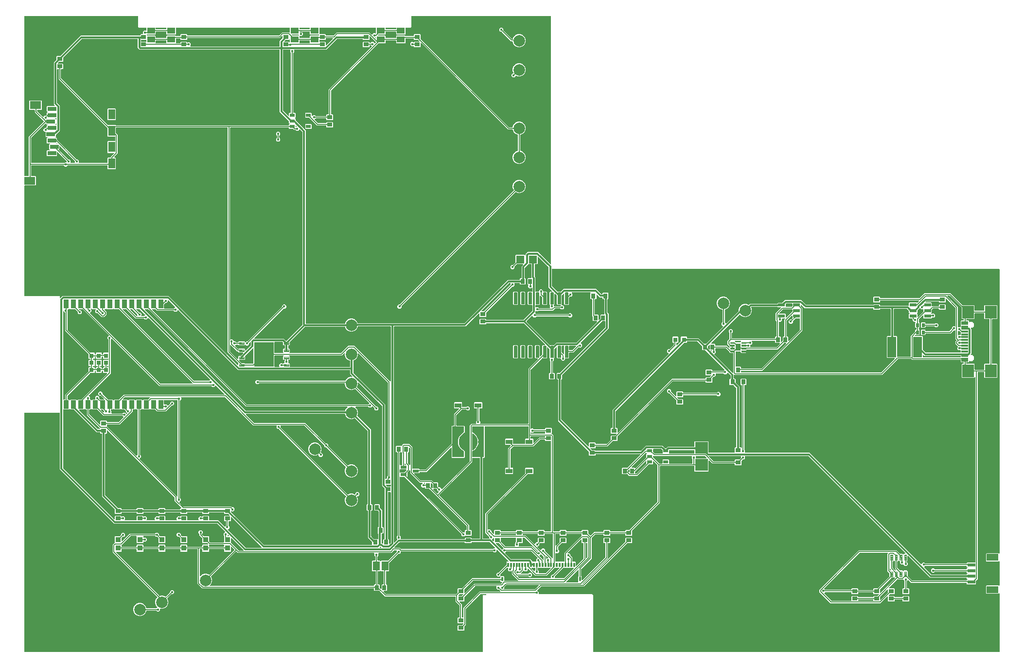
<source format=gbr>
G04 EAGLE Gerber RS-274X export*
G75*
%MOMM*%
%FSLAX34Y34*%
%LPD*%
%INTop Copper*%
%IPPOS*%
%AMOC8*
5,1,8,0,0,1.08239X$1,22.5*%
G01*
G04 Define Apertures*
%ADD10R,0.900000X0.700000*%
%ADD11R,1.200000X0.600000*%
%ADD12R,1.150000X0.300000*%
%ADD13R,2.000000X2.180000*%
%ADD14R,0.535100X0.644000*%
%ADD15R,1.500000X3.600000*%
%ADD16R,1.200000X1.800000*%
%ADD17R,1.900000X1.400000*%
%ADD18R,1.500000X0.700000*%
%ADD19R,0.800000X0.900000*%
%ADD20R,0.900000X0.800000*%
%ADD21R,0.700000X0.900000*%
%ADD22R,0.900000X0.600000*%
%ADD23R,2.200000X2.000000*%
%ADD24R,0.900000X1.500000*%
%ADD25R,0.800000X0.800000*%
%ADD26R,1.168400X1.600200*%
%ADD27R,1.150000X0.800000*%
%ADD28R,1.050000X0.500000*%
%ADD29R,1.200000X0.550000*%
%ADD30R,0.300000X0.800000*%
%ADD31R,0.400000X0.800000*%
%ADD32C,0.125000*%
%ADD33R,1.400000X1.050000*%
%ADD34C,0.067500*%
%ADD35R,0.900000X1.300000*%
%ADD36C,0.147500*%
%ADD37R,1.400000X1.400000*%
%ADD38C,2.000000*%
%ADD39R,2.000000X1.200000*%
%ADD40R,1.350000X0.600000*%
%ADD41R,0.940000X0.970000*%
%ADD42C,0.110000*%
%ADD43R,3.400000X4.300000*%
%ADD44R,0.889000X4.826000*%
%ADD45C,0.150000*%
%ADD46C,0.452400*%
%ADD47C,0.300000*%
G36*
X560159Y574143D02*
X559862Y574083D01*
X492437Y574083D01*
X492162Y574134D01*
X491907Y574297D01*
X491735Y574547D01*
X491675Y574845D01*
X491675Y910400D01*
X474593Y927482D01*
X474430Y927723D01*
X474370Y928021D01*
X474370Y930626D01*
X473685Y931311D01*
X473527Y931542D01*
X473462Y931838D01*
X473517Y932136D01*
X473685Y932389D01*
X474370Y933074D01*
X474370Y940126D01*
X473626Y940870D01*
X470912Y940870D01*
X470637Y940921D01*
X470382Y941085D01*
X470210Y941335D01*
X470150Y941632D01*
X470150Y1045154D01*
X470206Y1045440D01*
X470373Y1045693D01*
X471662Y1046982D01*
X471662Y1049908D01*
X471656Y1049914D01*
X471503Y1050134D01*
X471433Y1050429D01*
X471484Y1050728D01*
X471647Y1050983D01*
X471897Y1051155D01*
X472195Y1051215D01*
X528140Y1051215D01*
X546614Y1069689D01*
X546856Y1069852D01*
X547153Y1069913D01*
X590368Y1069913D01*
X590643Y1069861D01*
X590898Y1069698D01*
X591070Y1069448D01*
X591099Y1069305D01*
X591874Y1068530D01*
X601926Y1068530D01*
X602670Y1069274D01*
X602670Y1074024D01*
X602717Y1074287D01*
X602876Y1074545D01*
X603124Y1074720D01*
X603420Y1074786D01*
X603718Y1074730D01*
X603971Y1074562D01*
X613968Y1064565D01*
X614126Y1064335D01*
X614191Y1064038D01*
X614136Y1063740D01*
X613968Y1063487D01*
X612739Y1062258D01*
X612509Y1062100D01*
X612213Y1062035D01*
X611914Y1062091D01*
X611662Y1062258D01*
X609478Y1064442D01*
X606552Y1064442D01*
X605263Y1063153D01*
X605022Y1062990D01*
X604724Y1062930D01*
X603432Y1062930D01*
X603157Y1062981D01*
X602902Y1063145D01*
X602730Y1063395D01*
X602670Y1063692D01*
X602670Y1064326D01*
X601926Y1065070D01*
X591874Y1065070D01*
X591130Y1064326D01*
X591130Y1056274D01*
X591874Y1055530D01*
X601926Y1055530D01*
X602670Y1056274D01*
X602670Y1058128D01*
X602721Y1058403D01*
X602885Y1058658D01*
X603135Y1058830D01*
X603432Y1058890D01*
X604724Y1058890D01*
X605010Y1058834D01*
X605263Y1058667D01*
X606667Y1057263D01*
X606825Y1057033D01*
X606890Y1056737D01*
X606834Y1056439D01*
X606667Y1056186D01*
X531898Y981417D01*
X531898Y939132D01*
X531846Y938857D01*
X531683Y938602D01*
X531433Y938430D01*
X531136Y938370D01*
X528374Y938370D01*
X527630Y937626D01*
X527630Y936272D01*
X527579Y935997D01*
X527415Y935742D01*
X527165Y935570D01*
X526868Y935510D01*
X509508Y935510D01*
X509222Y935566D01*
X508969Y935733D01*
X507681Y937022D01*
X504755Y937022D01*
X503671Y935938D01*
X503451Y935785D01*
X503156Y935716D01*
X502857Y935766D01*
X502602Y935930D01*
X502430Y936180D01*
X502370Y936477D01*
X502370Y940126D01*
X501626Y940870D01*
X491574Y940870D01*
X490830Y940126D01*
X490830Y933074D01*
X491574Y932330D01*
X497973Y932330D01*
X498259Y932274D01*
X498511Y932107D01*
X511613Y919005D01*
X526868Y919005D01*
X527143Y918954D01*
X527398Y918790D01*
X527570Y918540D01*
X527630Y918243D01*
X527630Y916574D01*
X528374Y915830D01*
X538426Y915830D01*
X539170Y916574D01*
X539170Y924626D01*
X538426Y925370D01*
X528374Y925370D01*
X527630Y924626D01*
X527630Y923807D01*
X527579Y923532D01*
X527415Y923277D01*
X527165Y923105D01*
X526868Y923045D01*
X513602Y923045D01*
X513316Y923101D01*
X513064Y923268D01*
X507566Y928766D01*
X507408Y928996D01*
X507343Y929292D01*
X507398Y929591D01*
X507566Y929843D01*
X508969Y931247D01*
X509211Y931410D01*
X509508Y931470D01*
X526868Y931470D01*
X527143Y931419D01*
X527398Y931255D01*
X527570Y931005D01*
X527630Y930708D01*
X527630Y929574D01*
X528374Y928830D01*
X538426Y928830D01*
X539170Y929574D01*
X539170Y937626D01*
X538426Y938370D01*
X536700Y938370D01*
X536425Y938421D01*
X536169Y938585D01*
X535998Y938835D01*
X535938Y939132D01*
X535938Y979428D01*
X535993Y979714D01*
X536161Y979966D01*
X618639Y1062445D01*
X618881Y1062608D01*
X619178Y1062668D01*
X630026Y1062668D01*
X630770Y1063412D01*
X630770Y1066438D01*
X630821Y1066713D01*
X630985Y1066968D01*
X631235Y1067140D01*
X631532Y1067200D01*
X648468Y1067200D01*
X648743Y1067149D01*
X648998Y1066985D01*
X649170Y1066735D01*
X649230Y1066438D01*
X649230Y1063412D01*
X649974Y1062668D01*
X665026Y1062668D01*
X665770Y1063412D01*
X665770Y1069901D01*
X665821Y1070175D01*
X665985Y1070431D01*
X666235Y1070602D01*
X666532Y1070663D01*
X679268Y1070663D01*
X679543Y1070611D01*
X679798Y1070448D01*
X679970Y1070198D01*
X680030Y1069901D01*
X680030Y1069274D01*
X680774Y1068530D01*
X687248Y1068530D01*
X687534Y1068474D01*
X687786Y1068307D01*
X689722Y1066371D01*
X689875Y1066151D01*
X689945Y1065856D01*
X689894Y1065557D01*
X689731Y1065302D01*
X689481Y1065130D01*
X689184Y1065070D01*
X680774Y1065070D01*
X679976Y1064272D01*
X679745Y1064114D01*
X679449Y1064049D01*
X679151Y1064104D01*
X678898Y1064272D01*
X678728Y1064442D01*
X675802Y1064442D01*
X673733Y1062373D01*
X673733Y1059447D01*
X675802Y1057378D01*
X678728Y1057378D01*
X678729Y1057379D01*
X678949Y1057532D01*
X679244Y1057602D01*
X679543Y1057551D01*
X679798Y1057388D01*
X679970Y1057138D01*
X680030Y1056840D01*
X680030Y1056274D01*
X680774Y1055530D01*
X690826Y1055530D01*
X691570Y1056274D01*
X691570Y1062684D01*
X691617Y1062947D01*
X691776Y1063205D01*
X692024Y1063380D01*
X692320Y1063446D01*
X692618Y1063390D01*
X692871Y1063222D01*
X844013Y912080D01*
X851853Y912080D01*
X852134Y912027D01*
X852388Y911861D01*
X852557Y911610D01*
X854046Y908016D01*
X857216Y904846D01*
X861057Y903255D01*
X861296Y903098D01*
X861467Y902848D01*
X861528Y902551D01*
X861528Y875449D01*
X861474Y875169D01*
X861309Y874915D01*
X861057Y874745D01*
X857216Y873154D01*
X854046Y869984D01*
X852330Y865842D01*
X852330Y861358D01*
X854046Y857216D01*
X857216Y854046D01*
X861358Y852330D01*
X865842Y852330D01*
X869984Y854046D01*
X873154Y857216D01*
X874870Y861358D01*
X874870Y865842D01*
X873154Y869984D01*
X869984Y873154D01*
X866038Y874789D01*
X865799Y874945D01*
X865628Y875196D01*
X865568Y875493D01*
X865568Y902507D01*
X865621Y902788D01*
X865786Y903042D01*
X866038Y903211D01*
X869984Y904846D01*
X873154Y908016D01*
X874870Y912158D01*
X874870Y916642D01*
X873154Y920784D01*
X869984Y923954D01*
X865842Y925670D01*
X861358Y925670D01*
X857216Y923954D01*
X854046Y920784D01*
X852309Y916590D01*
X852152Y916352D01*
X851902Y916180D01*
X851605Y916120D01*
X846002Y916120D01*
X845716Y916176D01*
X845464Y916343D01*
X691793Y1070014D01*
X691630Y1070255D01*
X691570Y1070552D01*
X691570Y1077326D01*
X690826Y1078070D01*
X680774Y1078070D01*
X680030Y1077326D01*
X680030Y1075465D01*
X679979Y1075190D01*
X679815Y1074934D01*
X679565Y1074763D01*
X679268Y1074703D01*
X666347Y1074703D01*
X666061Y1074758D01*
X665808Y1074926D01*
X665026Y1075708D01*
X649974Y1075708D01*
X649230Y1074964D01*
X649230Y1072002D01*
X649179Y1071727D01*
X649015Y1071472D01*
X648765Y1071300D01*
X648468Y1071240D01*
X631532Y1071240D01*
X631257Y1071291D01*
X631002Y1071455D01*
X630830Y1071705D01*
X630770Y1072002D01*
X630770Y1074964D01*
X630026Y1075708D01*
X618507Y1075708D01*
X618244Y1075755D01*
X617985Y1075914D01*
X617810Y1076162D01*
X617745Y1076458D01*
X617801Y1076756D01*
X617968Y1077009D01*
X618404Y1077445D01*
X618646Y1077608D01*
X618943Y1077668D01*
X630026Y1077668D01*
X630770Y1078412D01*
X630770Y1081673D01*
X630821Y1081948D01*
X630985Y1082203D01*
X631235Y1082375D01*
X631532Y1082435D01*
X648468Y1082435D01*
X648743Y1082384D01*
X648998Y1082220D01*
X649170Y1081970D01*
X649230Y1081673D01*
X649230Y1078412D01*
X649974Y1077668D01*
X665026Y1077668D01*
X665770Y1078412D01*
X665770Y1088676D01*
X665821Y1088951D01*
X665985Y1089206D01*
X666235Y1089378D01*
X666532Y1089438D01*
X674244Y1089438D01*
X675862Y1091056D01*
X675862Y1109238D01*
X675913Y1109513D01*
X676077Y1109768D01*
X676327Y1109940D01*
X676624Y1110000D01*
X918476Y1110000D01*
X918751Y1109949D01*
X919006Y1109785D01*
X919178Y1109535D01*
X919238Y1109238D01*
X919238Y677884D01*
X919191Y677621D01*
X919032Y677363D01*
X918784Y677187D01*
X918488Y677122D01*
X918190Y677178D01*
X917937Y677345D01*
X896550Y698733D01*
X878328Y698733D01*
X874628Y695032D01*
X874628Y694108D01*
X874581Y693845D01*
X874421Y693587D01*
X874174Y693411D01*
X873878Y693346D01*
X873580Y693402D01*
X873327Y693569D01*
X872826Y694070D01*
X857774Y694070D01*
X857030Y693326D01*
X857030Y680845D01*
X856974Y680559D01*
X856807Y680306D01*
X852673Y676173D01*
X852432Y676010D01*
X852135Y675950D01*
X850312Y675950D01*
X848243Y673881D01*
X848243Y670955D01*
X850312Y668886D01*
X853238Y668886D01*
X855307Y670955D01*
X855307Y672777D01*
X855363Y673063D01*
X855530Y673316D01*
X859521Y677307D01*
X859763Y677470D01*
X860060Y677530D01*
X869828Y677530D01*
X870091Y677483D01*
X870349Y677324D01*
X870525Y677076D01*
X870590Y676780D01*
X870534Y676482D01*
X870367Y676229D01*
X867703Y673565D01*
X867703Y654232D01*
X867651Y653957D01*
X867488Y653702D01*
X867238Y653530D01*
X866941Y653470D01*
X865774Y653470D01*
X865030Y652726D01*
X865030Y651020D01*
X864979Y650745D01*
X864815Y650489D01*
X864565Y650318D01*
X864268Y650258D01*
X843703Y650258D01*
X768443Y574998D01*
X768202Y574835D01*
X767905Y574775D01*
X582851Y574775D01*
X582571Y574828D01*
X582317Y574994D01*
X582147Y575245D01*
X581054Y577884D01*
X577884Y581054D01*
X573742Y582770D01*
X569258Y582770D01*
X565116Y581054D01*
X561946Y577884D01*
X560566Y574553D01*
X560409Y574314D01*
X560159Y574143D01*
G37*
%LPC*%
G36*
X861358Y1055530D02*
X865842Y1055530D01*
X869984Y1057246D01*
X873154Y1060416D01*
X874870Y1064558D01*
X874870Y1069042D01*
X873154Y1073184D01*
X869984Y1076354D01*
X865842Y1078070D01*
X861358Y1078070D01*
X857216Y1076354D01*
X854046Y1073184D01*
X852868Y1070341D01*
X852661Y1070056D01*
X852397Y1069907D01*
X852095Y1069874D01*
X851393Y1069938D01*
X851177Y1069991D01*
X850924Y1070158D01*
X836140Y1084942D01*
X835977Y1085183D01*
X835917Y1085480D01*
X835917Y1087303D01*
X833848Y1089372D01*
X830922Y1089372D01*
X828853Y1087303D01*
X828853Y1084377D01*
X830922Y1082308D01*
X832745Y1082308D01*
X833031Y1082252D01*
X833283Y1082085D01*
X848690Y1066678D01*
X848736Y1066627D01*
X849218Y1066049D01*
X849239Y1066044D01*
X849309Y1065998D01*
X850081Y1065998D01*
X850150Y1065994D01*
X851637Y1065859D01*
X851843Y1065811D01*
X852098Y1065648D01*
X852270Y1065398D01*
X852330Y1065100D01*
X852330Y1064558D01*
X854046Y1060416D01*
X857216Y1057246D01*
X861358Y1055530D01*
G37*
G36*
X852390Y1002671D02*
X855316Y1002671D01*
X857385Y1004740D01*
X857385Y1005236D01*
X857434Y1005505D01*
X857595Y1005761D01*
X857844Y1005935D01*
X858140Y1005998D01*
X858438Y1005940D01*
X861358Y1004730D01*
X865842Y1004730D01*
X869984Y1006446D01*
X873154Y1009616D01*
X874870Y1013758D01*
X874870Y1018242D01*
X873154Y1022384D01*
X869984Y1025554D01*
X865842Y1027270D01*
X861358Y1027270D01*
X857216Y1025554D01*
X854046Y1022384D01*
X852330Y1018242D01*
X852330Y1013758D01*
X853560Y1010788D01*
X853618Y1010521D01*
X853567Y1010222D01*
X853404Y1009966D01*
X853154Y1009795D01*
X852856Y1009735D01*
X852390Y1009735D01*
X850321Y1007666D01*
X850321Y1004740D01*
X852390Y1002671D01*
G37*
G36*
X491574Y913330D02*
X501626Y913330D01*
X502370Y914074D01*
X502370Y921126D01*
X501626Y921870D01*
X491574Y921870D01*
X490830Y921126D01*
X490830Y914074D01*
X491574Y913330D01*
G37*
G36*
X653642Y600328D02*
X656568Y600328D01*
X658637Y602397D01*
X658637Y604220D01*
X658693Y604506D01*
X658860Y604758D01*
X856949Y802847D01*
X857185Y803008D01*
X857482Y803070D01*
X857779Y803012D01*
X861358Y801530D01*
X865842Y801530D01*
X869984Y803246D01*
X873154Y806416D01*
X874870Y810558D01*
X874870Y815042D01*
X873154Y819184D01*
X869984Y822354D01*
X865842Y824070D01*
X861358Y824070D01*
X857216Y822354D01*
X854046Y819184D01*
X852330Y815042D01*
X852330Y810558D01*
X854073Y806350D01*
X854131Y806071D01*
X854075Y805772D01*
X853908Y805520D01*
X656003Y607615D01*
X655762Y607452D01*
X655465Y607392D01*
X653642Y607392D01*
X651573Y605323D01*
X651573Y602397D01*
X653642Y600328D01*
G37*
%LPD*%
G36*
X9288Y831330D02*
X8991Y831270D01*
X2762Y831270D01*
X2487Y831321D01*
X2232Y831485D01*
X2060Y831735D01*
X2000Y832032D01*
X2000Y1109238D01*
X2051Y1109513D01*
X2215Y1109768D01*
X2465Y1109940D01*
X2762Y1110000D01*
X199256Y1110000D01*
X199531Y1109949D01*
X199786Y1109785D01*
X199958Y1109535D01*
X200018Y1109238D01*
X200018Y1091056D01*
X201636Y1089438D01*
X213468Y1089438D01*
X213743Y1089387D01*
X213998Y1089223D01*
X214170Y1088973D01*
X214230Y1088676D01*
X214230Y1085287D01*
X214179Y1085012D01*
X214015Y1084756D01*
X213765Y1084585D01*
X213468Y1084525D01*
X210442Y1084525D01*
X208373Y1082456D01*
X208373Y1079530D01*
X208532Y1079371D01*
X208685Y1079151D01*
X208755Y1078856D01*
X208704Y1078557D01*
X208540Y1078302D01*
X208290Y1078130D01*
X207993Y1078070D01*
X204704Y1078070D01*
X203960Y1077326D01*
X203960Y1076215D01*
X203909Y1075940D01*
X203745Y1075684D01*
X203495Y1075513D01*
X203198Y1075453D01*
X99958Y1075453D01*
X64698Y1040193D01*
X64457Y1040030D01*
X64160Y1039970D01*
X58474Y1039970D01*
X57730Y1039226D01*
X57730Y1033541D01*
X57674Y1033255D01*
X57507Y1033002D01*
X53323Y1028817D01*
X53323Y955888D01*
X55139Y954071D01*
X55292Y953851D01*
X55362Y953556D01*
X55311Y953257D01*
X55148Y953002D01*
X54898Y952830D01*
X54601Y952770D01*
X41974Y952770D01*
X41230Y952026D01*
X41230Y943974D01*
X42165Y943039D01*
X42323Y942808D01*
X42388Y942512D01*
X42333Y942214D01*
X42165Y941961D01*
X41230Y941026D01*
X41230Y938420D01*
X41174Y938134D01*
X41007Y937881D01*
X39678Y936553D01*
X39437Y936390D01*
X39140Y936330D01*
X37317Y936330D01*
X35133Y934146D01*
X34903Y933988D01*
X34607Y933923D01*
X34309Y933978D01*
X34056Y934146D01*
X24403Y943799D01*
X24240Y944040D01*
X24180Y944337D01*
X24180Y945468D01*
X24231Y945743D01*
X24395Y945998D01*
X24645Y946170D01*
X24942Y946230D01*
X31526Y946230D01*
X32270Y946974D01*
X32270Y962026D01*
X31526Y962770D01*
X11474Y962770D01*
X10730Y962026D01*
X10730Y946974D01*
X11474Y946230D01*
X19378Y946230D01*
X19653Y946179D01*
X19908Y946015D01*
X20080Y945765D01*
X20140Y945468D01*
X20140Y942348D01*
X35731Y926758D01*
X35889Y926527D01*
X35954Y926231D01*
X35898Y925933D01*
X35731Y925680D01*
X9753Y899702D01*
X9753Y832032D01*
X9701Y831757D01*
X9538Y831502D01*
X9288Y831330D01*
G37*
G36*
X648765Y1086535D02*
X648468Y1086475D01*
X631532Y1086475D01*
X631257Y1086526D01*
X631002Y1086690D01*
X630830Y1086940D01*
X630770Y1087237D01*
X630770Y1088676D01*
X630821Y1088951D01*
X630985Y1089206D01*
X631235Y1089378D01*
X631532Y1089438D01*
X648468Y1089438D01*
X648743Y1089387D01*
X648998Y1089223D01*
X649170Y1088973D01*
X649230Y1088676D01*
X649230Y1087237D01*
X649179Y1086962D01*
X649015Y1086707D01*
X648765Y1086535D01*
G37*
G36*
X248765Y1086535D02*
X248468Y1086475D01*
X231532Y1086475D01*
X231257Y1086526D01*
X231002Y1086690D01*
X230830Y1086940D01*
X230770Y1087237D01*
X230770Y1088676D01*
X230821Y1088951D01*
X230985Y1089206D01*
X231235Y1089378D01*
X231532Y1089438D01*
X248468Y1089438D01*
X248743Y1089387D01*
X248998Y1089223D01*
X249170Y1088973D01*
X249230Y1088676D01*
X249230Y1087237D01*
X249179Y1086962D01*
X249015Y1086707D01*
X248765Y1086535D01*
G37*
G36*
X248765Y1071300D02*
X248468Y1071240D01*
X231532Y1071240D01*
X231257Y1071291D01*
X231002Y1071455D01*
X230830Y1071705D01*
X230770Y1072002D01*
X230770Y1074964D01*
X230026Y1075708D01*
X216262Y1075708D01*
X215987Y1075759D01*
X215732Y1075923D01*
X215560Y1076173D01*
X215500Y1076470D01*
X215500Y1076906D01*
X215551Y1077181D01*
X215715Y1077436D01*
X215965Y1077608D01*
X216262Y1077668D01*
X230026Y1077668D01*
X230770Y1078412D01*
X230770Y1081673D01*
X230821Y1081948D01*
X230985Y1082203D01*
X231235Y1082375D01*
X231532Y1082435D01*
X248468Y1082435D01*
X248743Y1082384D01*
X248998Y1082220D01*
X249170Y1081970D01*
X249230Y1081673D01*
X249230Y1078412D01*
X249974Y1077668D01*
X265026Y1077668D01*
X265770Y1078412D01*
X265770Y1088676D01*
X265821Y1088951D01*
X265985Y1089206D01*
X266235Y1089378D01*
X266532Y1089438D01*
X463468Y1089438D01*
X463743Y1089387D01*
X463998Y1089223D01*
X464170Y1088973D01*
X464230Y1088676D01*
X464230Y1081697D01*
X464179Y1081422D01*
X464015Y1081167D01*
X463765Y1080995D01*
X463468Y1080935D01*
X450673Y1080935D01*
X445356Y1075618D01*
X445115Y1075455D01*
X444818Y1075395D01*
X285932Y1075395D01*
X285657Y1075446D01*
X285402Y1075610D01*
X285230Y1075860D01*
X285170Y1076157D01*
X285170Y1077326D01*
X284426Y1078070D01*
X274374Y1078070D01*
X273630Y1077326D01*
X273630Y1075465D01*
X273579Y1075190D01*
X273415Y1074934D01*
X273165Y1074763D01*
X272868Y1074703D01*
X266347Y1074703D01*
X266061Y1074758D01*
X265808Y1074926D01*
X265026Y1075708D01*
X249974Y1075708D01*
X249230Y1074964D01*
X249230Y1072002D01*
X249179Y1071727D01*
X249015Y1071472D01*
X248765Y1071300D01*
G37*
G36*
X498765Y1086535D02*
X498468Y1086475D01*
X481532Y1086475D01*
X481257Y1086526D01*
X481002Y1086690D01*
X480830Y1086940D01*
X480770Y1087237D01*
X480770Y1088676D01*
X480821Y1088951D01*
X480985Y1089206D01*
X481235Y1089378D01*
X481532Y1089438D01*
X498468Y1089438D01*
X498743Y1089387D01*
X498998Y1089223D01*
X499170Y1088973D01*
X499230Y1088676D01*
X499230Y1087237D01*
X499179Y1086962D01*
X499015Y1086707D01*
X498765Y1086535D01*
G37*
G36*
X539987Y1075455D02*
X539690Y1075395D01*
X527232Y1075395D01*
X526957Y1075446D01*
X526702Y1075610D01*
X526530Y1075860D01*
X526470Y1076157D01*
X526470Y1077326D01*
X525726Y1078070D01*
X516532Y1078070D01*
X516257Y1078121D01*
X516002Y1078285D01*
X515830Y1078535D01*
X515770Y1078832D01*
X515770Y1088676D01*
X515821Y1088951D01*
X515985Y1089206D01*
X516235Y1089378D01*
X516532Y1089438D01*
X613468Y1089438D01*
X613743Y1089387D01*
X613998Y1089223D01*
X614170Y1088973D01*
X614230Y1088676D01*
X614230Y1080227D01*
X614183Y1079964D01*
X614024Y1079706D01*
X613776Y1079530D01*
X613480Y1079465D01*
X613182Y1079521D01*
X612946Y1079677D01*
X610015Y1079677D01*
X607831Y1077493D01*
X607600Y1077335D01*
X607304Y1077270D01*
X607006Y1077326D01*
X606753Y1077493D01*
X603312Y1080935D01*
X545546Y1080935D01*
X540229Y1075618D01*
X539987Y1075455D01*
G37*
G36*
X498765Y1071300D02*
X498468Y1071240D01*
X481532Y1071240D01*
X481257Y1071291D01*
X481002Y1071455D01*
X480830Y1071705D01*
X480770Y1072002D01*
X480770Y1073983D01*
X480817Y1074246D01*
X480976Y1074504D01*
X481224Y1074680D01*
X481520Y1074745D01*
X481811Y1074691D01*
X484828Y1074691D01*
X486897Y1076760D01*
X486897Y1079686D01*
X485608Y1080974D01*
X485445Y1081216D01*
X485385Y1081513D01*
X485385Y1081673D01*
X485436Y1081948D01*
X485600Y1082203D01*
X485850Y1082375D01*
X486147Y1082435D01*
X498468Y1082435D01*
X498743Y1082384D01*
X498998Y1082220D01*
X499170Y1081970D01*
X499230Y1081673D01*
X499230Y1078412D01*
X499974Y1077668D01*
X514168Y1077668D01*
X514443Y1077617D01*
X514698Y1077453D01*
X514870Y1077203D01*
X514930Y1076906D01*
X514930Y1076470D01*
X514879Y1076195D01*
X514715Y1075940D01*
X514465Y1075768D01*
X514168Y1075708D01*
X499974Y1075708D01*
X499230Y1074964D01*
X499230Y1072002D01*
X499179Y1071727D01*
X499015Y1071472D01*
X498765Y1071300D01*
G37*
G36*
X479368Y1075768D02*
X479071Y1075708D01*
X468969Y1075708D01*
X468683Y1075764D01*
X468431Y1075931D01*
X467995Y1076367D01*
X467842Y1076587D01*
X467772Y1076882D01*
X467823Y1077181D01*
X467986Y1077436D01*
X468236Y1077608D01*
X468533Y1077668D01*
X479071Y1077668D01*
X479346Y1077617D01*
X479601Y1077453D01*
X479773Y1077203D01*
X479833Y1076906D01*
X479833Y1076470D01*
X479782Y1076195D01*
X479618Y1075940D01*
X479368Y1075768D01*
G37*
G36*
X446198Y1056815D02*
X445901Y1056755D01*
X291452Y1056755D01*
X291189Y1056802D01*
X290931Y1056961D01*
X290755Y1057209D01*
X290690Y1057505D01*
X290746Y1057803D01*
X290913Y1058056D01*
X291612Y1058755D01*
X291612Y1061681D01*
X289543Y1063750D01*
X286617Y1063750D01*
X286471Y1063603D01*
X286251Y1063450D01*
X285956Y1063381D01*
X285657Y1063431D01*
X285402Y1063595D01*
X285230Y1063845D01*
X285170Y1064142D01*
X285170Y1064326D01*
X284426Y1065070D01*
X274374Y1065070D01*
X273630Y1064326D01*
X273630Y1063000D01*
X273579Y1062725D01*
X273415Y1062469D01*
X273165Y1062298D01*
X272868Y1062238D01*
X266435Y1062238D01*
X266172Y1062284D01*
X265914Y1062444D01*
X265738Y1062691D01*
X265673Y1062987D01*
X265729Y1063285D01*
X265770Y1063348D01*
X265770Y1069901D01*
X265821Y1070175D01*
X265985Y1070431D01*
X266235Y1070602D01*
X266532Y1070663D01*
X272868Y1070663D01*
X273143Y1070611D01*
X273398Y1070448D01*
X273570Y1070198D01*
X273630Y1069901D01*
X273630Y1069274D01*
X274374Y1068530D01*
X284426Y1068530D01*
X285170Y1069274D01*
X285170Y1070593D01*
X285221Y1070868D01*
X285385Y1071123D01*
X285635Y1071295D01*
X285932Y1071355D01*
X446807Y1071355D01*
X450129Y1074677D01*
X450349Y1074830D01*
X450644Y1074900D01*
X450943Y1074849D01*
X451198Y1074686D01*
X451370Y1074436D01*
X451430Y1074139D01*
X451430Y1071296D01*
X451374Y1071010D01*
X451207Y1070757D01*
X446663Y1066212D01*
X446663Y1057517D01*
X446611Y1057242D01*
X446448Y1056987D01*
X446198Y1056815D01*
G37*
G36*
X613776Y1071159D02*
X613480Y1071094D01*
X613182Y1071150D01*
X612929Y1071318D01*
X612826Y1071421D01*
X612668Y1071651D01*
X612603Y1071947D01*
X612658Y1072246D01*
X612826Y1072498D01*
X612929Y1072602D01*
X613149Y1072755D01*
X613444Y1072825D01*
X613743Y1072774D01*
X613998Y1072610D01*
X614170Y1072360D01*
X614230Y1072063D01*
X614230Y1071856D01*
X614183Y1071593D01*
X614024Y1071335D01*
X613776Y1071159D01*
G37*
G36*
X527551Y1058528D02*
X527256Y1058458D01*
X526957Y1058509D01*
X526702Y1058672D01*
X526530Y1058922D01*
X526470Y1059220D01*
X526470Y1064326D01*
X525726Y1065070D01*
X516532Y1065070D01*
X516257Y1065121D01*
X516002Y1065285D01*
X515830Y1065535D01*
X515770Y1065832D01*
X515770Y1067768D01*
X515821Y1068043D01*
X515985Y1068298D01*
X516235Y1068470D01*
X516532Y1068530D01*
X525726Y1068530D01*
X526470Y1069274D01*
X526470Y1070593D01*
X526521Y1070868D01*
X526685Y1071123D01*
X526935Y1071295D01*
X527232Y1071355D01*
X538606Y1071355D01*
X538869Y1071308D01*
X539127Y1071149D01*
X539302Y1070901D01*
X539367Y1070605D01*
X539312Y1070307D01*
X539144Y1070054D01*
X527771Y1058681D01*
X527551Y1058528D01*
G37*
G36*
X462365Y919643D02*
X462068Y919583D01*
X161529Y919583D01*
X161243Y919638D01*
X160990Y919806D01*
X160526Y920270D01*
X147275Y920270D01*
X146989Y920326D01*
X146736Y920493D01*
X65953Y1001276D01*
X65790Y1001518D01*
X65730Y1001815D01*
X65730Y1016668D01*
X65781Y1016943D01*
X65945Y1017198D01*
X66195Y1017370D01*
X66492Y1017430D01*
X68526Y1017430D01*
X69270Y1018174D01*
X69270Y1026226D01*
X68526Y1026970D01*
X61150Y1026970D01*
X60886Y1027017D01*
X60628Y1027176D01*
X60453Y1027424D01*
X60388Y1027720D01*
X60443Y1028018D01*
X60611Y1028271D01*
X62547Y1030207D01*
X62788Y1030370D01*
X63086Y1030430D01*
X68526Y1030430D01*
X69270Y1031174D01*
X69270Y1036615D01*
X69326Y1036900D01*
X69493Y1037153D01*
X102029Y1069689D01*
X102271Y1069852D01*
X102568Y1069913D01*
X198678Y1069913D01*
X198953Y1069861D01*
X199208Y1069698D01*
X199380Y1069448D01*
X199440Y1069151D01*
X199440Y1054223D01*
X202448Y1051215D01*
X445901Y1051215D01*
X446175Y1051164D01*
X446431Y1051000D01*
X446602Y1050750D01*
X446663Y1050453D01*
X446663Y942730D01*
X462607Y926786D01*
X462770Y926544D01*
X462830Y926247D01*
X462830Y923574D01*
X463515Y922889D01*
X463673Y922658D01*
X463738Y922362D01*
X463683Y922064D01*
X463515Y921811D01*
X462830Y921126D01*
X462830Y920345D01*
X462779Y920070D01*
X462615Y919814D01*
X462365Y919643D01*
G37*
%LPC*%
G36*
X147474Y928230D02*
X160526Y928230D01*
X161270Y928974D01*
X161270Y948026D01*
X160526Y948770D01*
X147474Y948770D01*
X146730Y948026D01*
X146730Y928974D01*
X147474Y928230D01*
G37*
%LPD*%
G36*
X463776Y1064209D02*
X463480Y1064144D01*
X463182Y1064199D01*
X462929Y1064367D01*
X462226Y1065070D01*
X455195Y1065070D01*
X454931Y1065117D01*
X454673Y1065276D01*
X454498Y1065524D01*
X454433Y1065820D01*
X454488Y1066118D01*
X454656Y1066371D01*
X456592Y1068307D01*
X456833Y1068470D01*
X457131Y1068530D01*
X462226Y1068530D01*
X462929Y1069233D01*
X463149Y1069386D01*
X463444Y1069456D01*
X463743Y1069405D01*
X463998Y1069242D01*
X464170Y1068992D01*
X464230Y1068694D01*
X464230Y1064906D01*
X464183Y1064642D01*
X464024Y1064384D01*
X463776Y1064209D01*
G37*
G36*
X213765Y1065130D02*
X213468Y1065070D01*
X205742Y1065070D01*
X205467Y1065121D01*
X205212Y1065285D01*
X205040Y1065535D01*
X204980Y1065832D01*
X204980Y1067768D01*
X205031Y1068043D01*
X205195Y1068298D01*
X205445Y1068470D01*
X205742Y1068530D01*
X213468Y1068530D01*
X213743Y1068479D01*
X213998Y1068315D01*
X214170Y1068065D01*
X214230Y1067768D01*
X214230Y1065832D01*
X214179Y1065557D01*
X214015Y1065302D01*
X213765Y1065130D01*
G37*
G36*
X248862Y1062298D02*
X248565Y1062238D01*
X231435Y1062238D01*
X231172Y1062284D01*
X230914Y1062444D01*
X230738Y1062691D01*
X230673Y1062987D01*
X230729Y1063285D01*
X230770Y1063348D01*
X230770Y1066438D01*
X230821Y1066713D01*
X230985Y1066968D01*
X231235Y1067140D01*
X231532Y1067200D01*
X248468Y1067200D01*
X248743Y1067149D01*
X248998Y1066985D01*
X249170Y1066735D01*
X249230Y1066438D01*
X249230Y1063357D01*
X249257Y1063319D01*
X249326Y1063024D01*
X249276Y1062725D01*
X249112Y1062469D01*
X248862Y1062298D01*
G37*
G36*
X498862Y1062298D02*
X498565Y1062238D01*
X481435Y1062238D01*
X481172Y1062284D01*
X480914Y1062444D01*
X480738Y1062691D01*
X480673Y1062987D01*
X480729Y1063285D01*
X480770Y1063348D01*
X480770Y1066438D01*
X480821Y1066713D01*
X480985Y1066968D01*
X481235Y1067140D01*
X481532Y1067200D01*
X498468Y1067200D01*
X498743Y1067149D01*
X498998Y1066985D01*
X499170Y1066735D01*
X499230Y1066438D01*
X499230Y1063357D01*
X499257Y1063319D01*
X499326Y1063024D01*
X499276Y1062725D01*
X499112Y1062469D01*
X498862Y1062298D01*
G37*
G36*
X462376Y935540D02*
X462080Y935475D01*
X461782Y935531D01*
X461529Y935698D01*
X452426Y944802D01*
X452263Y945043D01*
X452203Y945341D01*
X452203Y1050453D01*
X452254Y1050728D01*
X452417Y1050983D01*
X452667Y1051155D01*
X452965Y1051215D01*
X464065Y1051215D01*
X464329Y1051168D01*
X464587Y1051009D01*
X464762Y1050761D01*
X464827Y1050465D01*
X464772Y1050167D01*
X464604Y1049914D01*
X464598Y1049908D01*
X464598Y1046982D01*
X465887Y1045693D01*
X466050Y1045452D01*
X466110Y1045154D01*
X466110Y941632D01*
X466059Y941357D01*
X465895Y941102D01*
X465645Y940930D01*
X465348Y940870D01*
X463574Y940870D01*
X462830Y940126D01*
X462830Y936237D01*
X462783Y935974D01*
X462624Y935716D01*
X462376Y935540D01*
G37*
G36*
X146265Y853855D02*
X145968Y853795D01*
X97495Y853795D01*
X97231Y853842D01*
X96973Y854001D01*
X96798Y854249D01*
X96733Y854545D01*
X96788Y854843D01*
X96956Y855096D01*
X97020Y855160D01*
X97020Y858086D01*
X94951Y860155D01*
X93128Y860155D01*
X92842Y860210D01*
X92589Y860378D01*
X58993Y893974D01*
X58830Y894215D01*
X58770Y894512D01*
X58770Y897026D01*
X58026Y897770D01*
X56406Y897770D01*
X56142Y897817D01*
X55884Y897976D01*
X55709Y898224D01*
X55644Y898520D01*
X55699Y898818D01*
X55867Y899071D01*
X56770Y899974D01*
X56770Y902235D01*
X56826Y902520D01*
X56993Y902773D01*
X63710Y909490D01*
X63710Y953335D01*
X59086Y957959D01*
X58923Y958201D01*
X58863Y958498D01*
X58863Y1016668D01*
X58914Y1016943D01*
X59077Y1017198D01*
X59327Y1017370D01*
X59625Y1017430D01*
X60928Y1017430D01*
X61203Y1017379D01*
X61458Y1017215D01*
X61630Y1016965D01*
X61690Y1016668D01*
X61690Y999826D01*
X146507Y915009D01*
X146670Y914767D01*
X146730Y914470D01*
X146730Y900474D01*
X147474Y899730D01*
X159263Y899730D01*
X159538Y899679D01*
X159793Y899515D01*
X159965Y899265D01*
X160025Y898968D01*
X160025Y892532D01*
X159974Y892257D01*
X159810Y892002D01*
X159560Y891830D01*
X159263Y891770D01*
X147474Y891770D01*
X146730Y891026D01*
X146730Y871974D01*
X147474Y871230D01*
X157414Y871230D01*
X157677Y871183D01*
X157935Y871024D01*
X158110Y870776D01*
X158176Y870480D01*
X158120Y870182D01*
X157952Y869929D01*
X152408Y864384D01*
X152408Y864032D01*
X152356Y863757D01*
X152193Y863502D01*
X151943Y863330D01*
X151646Y863270D01*
X147474Y863270D01*
X146730Y862526D01*
X146730Y854557D01*
X146679Y854282D01*
X146515Y854027D01*
X146265Y853855D01*
G37*
G36*
X57716Y929769D02*
X57420Y929704D01*
X57122Y929759D01*
X56869Y929927D01*
X55867Y930929D01*
X55714Y931149D01*
X55644Y931444D01*
X55695Y931743D01*
X55858Y931998D01*
X56108Y932170D01*
X56406Y932230D01*
X57408Y932230D01*
X57683Y932179D01*
X57938Y932015D01*
X58110Y931765D01*
X58170Y931468D01*
X58170Y930466D01*
X58123Y930202D01*
X57964Y929944D01*
X57716Y929769D01*
G37*
G36*
X71797Y853855D02*
X71499Y853795D01*
X14555Y853795D01*
X14280Y853846D01*
X14024Y854010D01*
X13853Y854260D01*
X13793Y854557D01*
X13793Y897713D01*
X13848Y897999D01*
X14016Y898251D01*
X37945Y922181D01*
X38176Y922339D01*
X38472Y922404D01*
X38770Y922349D01*
X39023Y922181D01*
X39974Y921230D01*
X41594Y921230D01*
X41858Y921183D01*
X42116Y921024D01*
X42291Y920776D01*
X42356Y920480D01*
X42301Y920182D01*
X42133Y919929D01*
X41230Y919026D01*
X41230Y916952D01*
X41174Y916666D01*
X41007Y916414D01*
X39678Y915085D01*
X39437Y914922D01*
X39140Y914862D01*
X37317Y914862D01*
X35248Y912793D01*
X35248Y909867D01*
X37317Y907798D01*
X38468Y907798D01*
X38743Y907747D01*
X38998Y907583D01*
X39170Y907333D01*
X39230Y907036D01*
X39230Y899974D01*
X39974Y899230D01*
X41594Y899230D01*
X41858Y899183D01*
X42116Y899024D01*
X42291Y898776D01*
X42356Y898480D01*
X42301Y898182D01*
X42133Y897929D01*
X41230Y897026D01*
X41230Y888974D01*
X41974Y888230D01*
X45594Y888230D01*
X45858Y888183D01*
X46116Y888024D01*
X46291Y887776D01*
X46356Y887480D01*
X46301Y887182D01*
X46133Y886929D01*
X45230Y886026D01*
X45230Y877974D01*
X46133Y877071D01*
X46286Y876851D01*
X46356Y876556D01*
X46305Y876257D01*
X46142Y876002D01*
X45892Y875830D01*
X45594Y875770D01*
X41974Y875770D01*
X41230Y875026D01*
X41230Y866974D01*
X41974Y866230D01*
X58026Y866230D01*
X58770Y866974D01*
X58770Y872101D01*
X58817Y872364D01*
X58976Y872623D01*
X59224Y872798D01*
X59520Y872863D01*
X59818Y872807D01*
X60071Y872640D01*
X75190Y857521D01*
X75353Y857279D01*
X75413Y856982D01*
X75413Y855377D01*
X75362Y855102D01*
X75198Y854846D01*
X74948Y854675D01*
X74651Y854615D01*
X72635Y854615D01*
X72038Y854018D01*
X71797Y853855D01*
G37*
G36*
X57705Y919830D02*
X57408Y919770D01*
X56406Y919770D01*
X56142Y919817D01*
X55884Y919976D01*
X55709Y920224D01*
X55644Y920520D01*
X55699Y920818D01*
X55867Y921071D01*
X56869Y922073D01*
X57089Y922226D01*
X57384Y922296D01*
X57683Y922245D01*
X57938Y922082D01*
X58110Y921832D01*
X58170Y921534D01*
X58170Y920532D01*
X58119Y920257D01*
X57955Y920002D01*
X57705Y919830D01*
G37*
G36*
X475451Y916788D02*
X475156Y916718D01*
X474857Y916769D01*
X474602Y916932D01*
X474430Y917182D01*
X474370Y917480D01*
X474370Y918031D01*
X474417Y918294D01*
X474576Y918552D01*
X474824Y918727D01*
X475120Y918792D01*
X475418Y918737D01*
X475671Y918569D01*
X476000Y918240D01*
X476153Y918021D01*
X476223Y917726D01*
X476172Y917427D01*
X476008Y917171D01*
X475758Y917000D01*
X475723Y916993D01*
X475671Y916941D01*
X475451Y916788D01*
G37*
G36*
X373715Y541538D02*
X373418Y541478D01*
X371008Y541478D01*
X370722Y541533D01*
X370469Y541701D01*
X369181Y542990D01*
X367164Y542990D01*
X366889Y543041D01*
X366634Y543204D01*
X366462Y543454D01*
X366402Y543752D01*
X366402Y544383D01*
X364333Y546452D01*
X361407Y546452D01*
X361343Y546388D01*
X361124Y546235D01*
X360829Y546166D01*
X360530Y546216D01*
X360274Y546380D01*
X360103Y546630D01*
X360043Y546927D01*
X360043Y914781D01*
X360094Y915055D01*
X360257Y915311D01*
X360507Y915482D01*
X360805Y915543D01*
X462068Y915543D01*
X462343Y915491D01*
X462598Y915328D01*
X462770Y915078D01*
X462830Y914781D01*
X462830Y914074D01*
X463574Y913330D01*
X469190Y913330D01*
X469476Y913274D01*
X469729Y913107D01*
X471448Y911388D01*
X473842Y911388D01*
X474128Y911332D01*
X474381Y911164D01*
X475670Y909876D01*
X478596Y909876D01*
X480710Y911990D01*
X480711Y911999D01*
X480871Y912257D01*
X481118Y912433D01*
X481414Y912498D01*
X481712Y912442D01*
X481965Y912275D01*
X485912Y908328D01*
X486075Y908087D01*
X486135Y907790D01*
X486135Y573271D01*
X486096Y573030D01*
X485914Y572485D01*
X485981Y572351D01*
X486062Y572022D01*
X486006Y571724D01*
X485839Y571471D01*
X458628Y544260D01*
X458397Y544102D01*
X458101Y544037D01*
X457803Y544092D01*
X457550Y544260D01*
X454042Y547768D01*
X402884Y547768D01*
X402621Y547814D01*
X402362Y547974D01*
X402187Y548221D01*
X402122Y548517D01*
X402178Y548815D01*
X402345Y549068D01*
X453382Y600105D01*
X453623Y600268D01*
X453920Y600328D01*
X455743Y600328D01*
X457812Y602397D01*
X457812Y605323D01*
X455743Y607392D01*
X452817Y607392D01*
X450748Y605323D01*
X450748Y603500D01*
X450692Y603214D01*
X450525Y602962D01*
X390776Y543213D01*
X390534Y543050D01*
X390237Y542990D01*
X388415Y542990D01*
X387388Y541963D01*
X387158Y541805D01*
X386862Y541740D01*
X386563Y541796D01*
X386311Y541963D01*
X385054Y543220D01*
X375246Y543220D01*
X374160Y542134D01*
X374129Y541965D01*
X373965Y541709D01*
X373715Y541538D01*
G37*
%LPC*%
G36*
X442430Y891178D02*
X445356Y891178D01*
X447425Y893247D01*
X447425Y896173D01*
X446136Y897462D01*
X445973Y897703D01*
X445913Y898001D01*
X445913Y901114D01*
X445968Y901400D01*
X446136Y901653D01*
X447425Y902942D01*
X447425Y905868D01*
X445356Y907937D01*
X442430Y907937D01*
X440361Y905868D01*
X440361Y902942D01*
X441649Y901653D01*
X441812Y901412D01*
X441873Y901114D01*
X441873Y898001D01*
X441817Y897715D01*
X441649Y897462D01*
X440361Y896173D01*
X440361Y893247D01*
X442430Y891178D01*
G37*
%LPD*%
G36*
X373726Y502045D02*
X373430Y501980D01*
X373132Y502036D01*
X372879Y502203D01*
X253217Y621865D01*
X68103Y621865D01*
X64801Y618563D01*
X64581Y618410D01*
X64286Y618340D01*
X63987Y618391D01*
X63732Y618555D01*
X63560Y618805D01*
X63500Y619102D01*
X63500Y622248D01*
X63494Y622288D01*
X63493Y622291D01*
X63438Y622300D01*
X2762Y622300D01*
X2487Y622351D01*
X2232Y622515D01*
X2060Y622765D01*
X2000Y623062D01*
X2000Y813968D01*
X2051Y814243D01*
X2215Y814498D01*
X2465Y814670D01*
X2762Y814730D01*
X21526Y814730D01*
X22270Y815474D01*
X22270Y830526D01*
X21526Y831270D01*
X14555Y831270D01*
X14280Y831321D01*
X14024Y831485D01*
X13853Y831735D01*
X13793Y832032D01*
X13793Y848993D01*
X13844Y849268D01*
X14007Y849523D01*
X14257Y849695D01*
X14555Y849755D01*
X70114Y849755D01*
X70400Y849699D01*
X70653Y849532D01*
X72635Y847551D01*
X75561Y847551D01*
X77542Y849532D01*
X77783Y849695D01*
X78081Y849755D01*
X145968Y849755D01*
X146243Y849704D01*
X146498Y849540D01*
X146670Y849290D01*
X146730Y848993D01*
X146730Y843474D01*
X147474Y842730D01*
X160526Y842730D01*
X161270Y843474D01*
X161270Y862526D01*
X160526Y863270D01*
X158846Y863270D01*
X158583Y863317D01*
X158325Y863476D01*
X158150Y863724D01*
X158084Y864020D01*
X158140Y864318D01*
X158308Y864571D01*
X164065Y870328D01*
X164065Y903164D01*
X161493Y905736D01*
X161330Y905978D01*
X161270Y906275D01*
X161270Y914308D01*
X161326Y914594D01*
X161493Y914846D01*
X161966Y915319D01*
X162208Y915482D01*
X162505Y915543D01*
X355241Y915543D01*
X355515Y915491D01*
X355771Y915328D01*
X355942Y915078D01*
X356003Y914781D01*
X356003Y524078D01*
X357409Y522672D01*
X374565Y505516D01*
X374723Y505286D01*
X374788Y504990D01*
X374732Y504691D01*
X374565Y504439D01*
X374180Y504054D01*
X374180Y502742D01*
X374133Y502479D01*
X373974Y502221D01*
X373726Y502045D01*
G37*
G36*
X58941Y886830D02*
X58644Y886770D01*
X58406Y886770D01*
X58142Y886817D01*
X57884Y886976D01*
X57709Y887224D01*
X57644Y887520D01*
X57699Y887818D01*
X57867Y888071D01*
X57986Y888190D01*
X58216Y888348D01*
X58513Y888413D01*
X58811Y888357D01*
X59064Y888190D01*
X59183Y888071D01*
X59335Y887851D01*
X59405Y887556D01*
X59354Y887257D01*
X59191Y887002D01*
X58941Y886830D01*
G37*
G36*
X89778Y853855D02*
X89480Y853795D01*
X82952Y853795D01*
X82689Y853842D01*
X82431Y854001D01*
X82255Y854249D01*
X82190Y854545D01*
X82246Y854843D01*
X82413Y855096D01*
X82477Y855160D01*
X82477Y858086D01*
X80408Y860155D01*
X78585Y860155D01*
X78299Y860210D01*
X78047Y860378D01*
X62149Y876275D01*
X61991Y876506D01*
X61926Y876802D01*
X61981Y877100D01*
X62149Y877353D01*
X62770Y877974D01*
X62770Y882644D01*
X62817Y882907D01*
X62976Y883165D01*
X63224Y883340D01*
X63520Y883406D01*
X63818Y883350D01*
X64071Y883182D01*
X89732Y857521D01*
X89895Y857279D01*
X89956Y856982D01*
X89956Y855160D01*
X90019Y855096D01*
X90172Y854876D01*
X90242Y854581D01*
X90191Y854282D01*
X90028Y854027D01*
X89778Y853855D01*
G37*
G36*
X916623Y601093D02*
X916325Y601033D01*
X898001Y601033D01*
X897715Y601088D01*
X897462Y601256D01*
X896173Y602545D01*
X893247Y602545D01*
X893241Y602538D01*
X893021Y602385D01*
X892726Y602316D01*
X892427Y602366D01*
X892172Y602530D01*
X892000Y602780D01*
X891940Y603077D01*
X891940Y605768D01*
X891991Y606043D01*
X892155Y606298D01*
X892405Y606470D01*
X892702Y606530D01*
X898394Y606530D01*
X899570Y607706D01*
X899570Y622004D01*
X899617Y622267D01*
X899776Y622525D01*
X900024Y622700D01*
X900320Y622766D01*
X900618Y622710D01*
X900871Y622542D01*
X903607Y619806D01*
X903770Y619565D01*
X903830Y619268D01*
X903830Y607706D01*
X905006Y606530D01*
X911094Y606530D01*
X912270Y607706D01*
X912270Y628394D01*
X911094Y629570D01*
X905929Y629570D01*
X905654Y629621D01*
X905399Y629785D01*
X905227Y630035D01*
X905167Y630332D01*
X905167Y631638D01*
X903098Y633707D01*
X900172Y633707D01*
X898103Y631638D01*
X898103Y630332D01*
X898052Y630057D01*
X897888Y629802D01*
X897638Y629630D01*
X897341Y629570D01*
X892702Y629570D01*
X892427Y629621D01*
X892172Y629785D01*
X892000Y630035D01*
X891940Y630332D01*
X891940Y654867D01*
X890778Y656029D01*
X890615Y656271D01*
X890555Y656568D01*
X890555Y676768D01*
X890606Y677043D01*
X890770Y677298D01*
X891020Y677470D01*
X891317Y677530D01*
X894826Y677530D01*
X895570Y678274D01*
X895570Y690038D01*
X895617Y690301D01*
X895776Y690559D01*
X896024Y690735D01*
X896320Y690800D01*
X896618Y690744D01*
X896871Y690577D01*
X914569Y672878D01*
X914732Y672637D01*
X914793Y672340D01*
X914793Y637338D01*
X921259Y630871D01*
X921412Y630651D01*
X921482Y630356D01*
X921431Y630057D01*
X921268Y629802D01*
X921018Y629630D01*
X920721Y629570D01*
X917706Y629570D01*
X916530Y628394D01*
X916530Y607706D01*
X917318Y606918D01*
X917476Y606688D01*
X917541Y606391D01*
X917485Y606093D01*
X917318Y605840D01*
X916801Y605323D01*
X916801Y602397D01*
X916864Y602333D01*
X917017Y602114D01*
X917087Y601819D01*
X917036Y601520D01*
X916873Y601264D01*
X916623Y601093D01*
G37*
G36*
X646491Y192733D02*
X646196Y192663D01*
X645897Y192714D01*
X645642Y192877D01*
X645470Y193127D01*
X645410Y193425D01*
X645410Y568473D01*
X645461Y568748D01*
X645625Y569003D01*
X645875Y569175D01*
X646172Y569235D01*
X770515Y569235D01*
X793029Y591749D01*
X793249Y591902D01*
X793544Y591972D01*
X793843Y591921D01*
X794098Y591758D01*
X794270Y591508D01*
X794330Y591211D01*
X794330Y586674D01*
X795074Y585930D01*
X805126Y585930D01*
X805870Y586674D01*
X805870Y592870D01*
X805926Y593156D01*
X806093Y593409D01*
X850877Y638192D01*
X851118Y638355D01*
X851415Y638416D01*
X853238Y638416D01*
X855307Y640485D01*
X855307Y643411D01*
X855301Y643417D01*
X855148Y643636D01*
X855078Y643931D01*
X855129Y644230D01*
X855292Y644486D01*
X855542Y644657D01*
X855840Y644718D01*
X864268Y644718D01*
X864543Y644666D01*
X864798Y644503D01*
X864970Y644253D01*
X865030Y643956D01*
X865030Y642674D01*
X865774Y641930D01*
X873826Y641930D01*
X874570Y642674D01*
X874570Y652726D01*
X873785Y653511D01*
X873730Y653521D01*
X873474Y653685D01*
X873303Y653935D01*
X873243Y654232D01*
X873243Y670955D01*
X873298Y671240D01*
X873466Y671493D01*
X879279Y677307D01*
X879521Y677470D01*
X879818Y677530D01*
X884253Y677530D01*
X884528Y677479D01*
X884783Y677315D01*
X884955Y677065D01*
X885015Y676768D01*
X885015Y654232D01*
X884964Y653957D01*
X884800Y653702D01*
X884550Y653530D01*
X884253Y653470D01*
X878774Y653470D01*
X878030Y652726D01*
X878030Y642674D01*
X878774Y641930D01*
X878855Y641930D01*
X879119Y641883D01*
X879377Y641724D01*
X879552Y641476D01*
X879617Y641180D01*
X879562Y640882D01*
X879406Y640646D01*
X879406Y637715D01*
X881475Y635646D01*
X884401Y635646D01*
X885099Y636344D01*
X885319Y636497D01*
X885614Y636567D01*
X885913Y636516D01*
X886168Y636353D01*
X886340Y636103D01*
X886400Y635805D01*
X886400Y630332D01*
X886349Y630057D01*
X886185Y629802D01*
X885935Y629630D01*
X885638Y629570D01*
X879606Y629570D01*
X878430Y628394D01*
X878430Y607706D01*
X879606Y606530D01*
X885638Y606530D01*
X885913Y606479D01*
X886168Y606315D01*
X886340Y606065D01*
X886400Y605768D01*
X886400Y596321D01*
X886344Y596035D01*
X886177Y595782D01*
X871873Y581478D01*
X871576Y581294D01*
X871278Y581195D01*
X871049Y580736D01*
X870914Y580547D01*
X870664Y580375D01*
X870367Y580315D01*
X806632Y580315D01*
X806357Y580366D01*
X806102Y580530D01*
X805930Y580780D01*
X805870Y581077D01*
X805870Y581726D01*
X805126Y582470D01*
X795074Y582470D01*
X794330Y581726D01*
X794330Y573674D01*
X795074Y572930D01*
X805126Y572930D01*
X805870Y573674D01*
X805870Y574013D01*
X805921Y574288D01*
X806085Y574543D01*
X806335Y574715D01*
X806632Y574775D01*
X871087Y574775D01*
X871373Y574719D01*
X871626Y574552D01*
X908407Y537771D01*
X908560Y537551D01*
X908630Y537256D01*
X908579Y536957D01*
X908415Y536702D01*
X908165Y536530D01*
X907868Y536470D01*
X905006Y536470D01*
X903830Y535294D01*
X903830Y520587D01*
X903774Y520301D01*
X903607Y520049D01*
X900871Y517313D01*
X900651Y517160D01*
X900356Y517090D01*
X900057Y517141D01*
X899802Y517304D01*
X899630Y517554D01*
X899570Y517851D01*
X899570Y535294D01*
X898394Y536470D01*
X892306Y536470D01*
X891130Y535294D01*
X891130Y514606D01*
X892306Y513430D01*
X895149Y513430D01*
X895412Y513383D01*
X895670Y513224D01*
X895845Y512976D01*
X895911Y512680D01*
X895855Y512382D01*
X895687Y512129D01*
X879533Y495974D01*
X879533Y400277D01*
X879481Y400002D01*
X879318Y399747D01*
X879068Y399575D01*
X878771Y399515D01*
X796227Y399515D01*
X795964Y399562D01*
X795706Y399721D01*
X795530Y399969D01*
X795465Y400265D01*
X795521Y400563D01*
X795688Y400816D01*
X795752Y400880D01*
X795752Y403806D01*
X794463Y405094D01*
X794300Y405336D01*
X794240Y405633D01*
X794240Y425768D01*
X794291Y426043D01*
X794455Y426298D01*
X794705Y426470D01*
X795002Y426530D01*
X798476Y426530D01*
X799220Y427274D01*
X799220Y436326D01*
X798476Y437070D01*
X785924Y437070D01*
X785180Y436326D01*
X785180Y427274D01*
X785924Y426530D01*
X789438Y426530D01*
X789713Y426479D01*
X789968Y426315D01*
X790140Y426065D01*
X790200Y425768D01*
X790200Y405633D01*
X790144Y405347D01*
X789977Y405094D01*
X788688Y403806D01*
X788688Y400880D01*
X788752Y400816D01*
X788905Y400596D01*
X788975Y400301D01*
X788924Y400002D01*
X788760Y399747D01*
X788510Y399575D01*
X788213Y399515D01*
X780303Y399515D01*
X777735Y396947D01*
X777735Y334937D01*
X777679Y334651D01*
X777512Y334399D01*
X729188Y286075D01*
X728968Y285922D01*
X728673Y285852D01*
X728374Y285903D01*
X728119Y286066D01*
X727947Y286316D01*
X727887Y286613D01*
X727887Y286773D01*
X725818Y288842D01*
X723995Y288842D01*
X723709Y288898D01*
X723457Y289065D01*
X722693Y289829D01*
X722530Y290070D01*
X722470Y290367D01*
X722470Y297126D01*
X721726Y297870D01*
X714967Y297870D01*
X714681Y297926D01*
X714429Y298093D01*
X711342Y301180D01*
X692267Y301180D01*
X691981Y301236D01*
X691729Y301403D01*
X680703Y312429D01*
X680550Y312649D01*
X680480Y312944D01*
X680531Y313243D01*
X680694Y313498D01*
X680944Y313670D01*
X681241Y313730D01*
X689376Y313730D01*
X690120Y314474D01*
X690120Y315076D01*
X690171Y315350D01*
X690335Y315606D01*
X690585Y315777D01*
X690882Y315838D01*
X702339Y315838D01*
X744469Y357967D01*
X744689Y358120D01*
X744984Y358190D01*
X745283Y358139D01*
X745538Y357976D01*
X745710Y357726D01*
X745770Y357429D01*
X745770Y341668D01*
X745799Y341380D01*
X745872Y341140D01*
X745992Y340920D01*
X746152Y340727D01*
X746348Y340570D01*
X746571Y340454D01*
X746815Y340384D01*
X747075Y340360D01*
X767322Y340360D01*
X767610Y340389D01*
X767850Y340462D01*
X768070Y340582D01*
X768263Y340742D01*
X768420Y340938D01*
X768536Y341161D01*
X768606Y341405D01*
X768630Y341665D01*
X768630Y351670D01*
X768601Y351958D01*
X768528Y352197D01*
X768408Y352418D01*
X768248Y352611D01*
X768023Y352792D01*
X765543Y354411D01*
X765476Y354460D01*
X762999Y356493D01*
X762893Y356599D01*
X760920Y359003D01*
X760837Y359127D01*
X759371Y361870D01*
X759314Y362008D01*
X758460Y364825D01*
X758428Y365086D01*
X758594Y368213D01*
X758594Y368387D01*
X758428Y371514D01*
X758460Y371775D01*
X759314Y374592D01*
X759371Y374730D01*
X760837Y377473D01*
X760920Y377597D01*
X762893Y380001D01*
X762999Y380107D01*
X765476Y382140D01*
X765543Y382189D01*
X768023Y383808D01*
X768248Y383989D01*
X768408Y384182D01*
X768528Y384403D01*
X768601Y384643D01*
X768630Y384930D01*
X768630Y394932D01*
X768601Y395220D01*
X768528Y395460D01*
X768408Y395680D01*
X768248Y395873D01*
X768052Y396030D01*
X767830Y396146D01*
X767585Y396216D01*
X767325Y396240D01*
X754837Y396240D01*
X754562Y396291D01*
X754307Y396455D01*
X754135Y396705D01*
X754075Y397002D01*
X754075Y414348D01*
X754131Y414634D01*
X754298Y414886D01*
X763749Y424337D01*
X763990Y424500D01*
X764287Y424560D01*
X770924Y424560D01*
X771210Y424504D01*
X771463Y424337D01*
X772752Y423048D01*
X775678Y423048D01*
X777747Y425117D01*
X777747Y428043D01*
X775678Y430112D01*
X772752Y430112D01*
X771463Y428823D01*
X771222Y428660D01*
X770924Y428600D01*
X764982Y428600D01*
X764707Y428651D01*
X764452Y428815D01*
X764280Y429065D01*
X764220Y429362D01*
X764220Y436326D01*
X763476Y437070D01*
X750924Y437070D01*
X750180Y436326D01*
X750180Y427274D01*
X750924Y426530D01*
X758389Y426530D01*
X758652Y426483D01*
X758910Y426324D01*
X759085Y426076D01*
X759151Y425780D01*
X759095Y425482D01*
X758927Y425229D01*
X750035Y416337D01*
X750035Y397002D01*
X749984Y396727D01*
X749820Y396472D01*
X749570Y396300D01*
X749273Y396240D01*
X747078Y396240D01*
X746790Y396211D01*
X746550Y396138D01*
X746330Y396018D01*
X746137Y395858D01*
X745980Y395662D01*
X745864Y395440D01*
X745794Y395195D01*
X745770Y394935D01*
X745770Y365297D01*
X745714Y365011D01*
X745547Y364759D01*
X700889Y320101D01*
X700647Y319938D01*
X700350Y319878D01*
X690882Y319878D01*
X690607Y319929D01*
X690352Y320092D01*
X690180Y320342D01*
X690149Y320497D01*
X689376Y321270D01*
X678662Y321270D01*
X678387Y321321D01*
X678132Y321485D01*
X677960Y321735D01*
X677900Y322032D01*
X677900Y358859D01*
X672562Y364198D01*
X661193Y364198D01*
X659318Y362322D01*
X659318Y361818D01*
X659271Y361555D01*
X659111Y361297D01*
X658864Y361121D01*
X658568Y361056D01*
X658270Y361112D01*
X658017Y361279D01*
X657926Y361370D01*
X649874Y361370D01*
X649130Y360626D01*
X649130Y350574D01*
X649874Y349830D01*
X650938Y349830D01*
X651213Y349779D01*
X651468Y349615D01*
X651640Y349365D01*
X651700Y349068D01*
X651700Y204808D01*
X651644Y204522D01*
X651477Y204269D01*
X650188Y202981D01*
X650188Y200055D01*
X651495Y198748D01*
X651653Y198517D01*
X651718Y198221D01*
X651663Y197923D01*
X651495Y197670D01*
X646711Y192886D01*
X646491Y192733D01*
G37*
%LPC*%
G36*
X866906Y606530D02*
X872994Y606530D01*
X874170Y607706D01*
X874170Y628394D01*
X872994Y629570D01*
X866906Y629570D01*
X865730Y628394D01*
X865730Y607706D01*
X866906Y606530D01*
G37*
G36*
X854206Y606530D02*
X860294Y606530D01*
X861470Y607706D01*
X861470Y628394D01*
X860294Y629570D01*
X854206Y629570D01*
X853030Y628394D01*
X853030Y607706D01*
X854206Y606530D01*
G37*
G36*
X854206Y513430D02*
X860294Y513430D01*
X861470Y514606D01*
X861470Y535294D01*
X860294Y536470D01*
X854206Y536470D01*
X853030Y535294D01*
X853030Y514606D01*
X854206Y513430D01*
G37*
G36*
X879606Y513430D02*
X885694Y513430D01*
X886870Y514606D01*
X886870Y535294D01*
X885694Y536470D01*
X879606Y536470D01*
X878430Y535294D01*
X878430Y514606D01*
X879606Y513430D01*
G37*
G36*
X866906Y513430D02*
X872994Y513430D01*
X874170Y514606D01*
X874170Y535294D01*
X872994Y536470D01*
X866906Y536470D01*
X865730Y535294D01*
X865730Y514606D01*
X866906Y513430D01*
G37*
%LPD*%
G36*
X1699535Y2060D02*
X1699238Y2000D01*
X993524Y2000D01*
X993249Y2051D01*
X992994Y2215D01*
X992822Y2465D01*
X992762Y2762D01*
X992762Y101144D01*
X991144Y102762D01*
X898312Y102762D01*
X898037Y102813D01*
X897781Y102977D01*
X897610Y103227D01*
X897550Y103524D01*
X897550Y106723D01*
X895366Y108907D01*
X895208Y109137D01*
X895143Y109433D01*
X895198Y109731D01*
X895366Y109984D01*
X901556Y116174D01*
X901798Y116337D01*
X902095Y116398D01*
X976569Y116398D01*
X1051879Y191707D01*
X1052120Y191870D01*
X1052417Y191930D01*
X1059126Y191930D01*
X1059870Y192674D01*
X1059870Y200726D01*
X1059126Y201470D01*
X1049074Y201470D01*
X1048330Y200726D01*
X1048330Y194187D01*
X1048274Y193901D01*
X1048107Y193649D01*
X975119Y120661D01*
X974877Y120498D01*
X974580Y120438D01*
X974139Y120438D01*
X973876Y120484D01*
X973617Y120644D01*
X973442Y120891D01*
X973377Y121187D01*
X973433Y121485D01*
X973600Y121738D01*
X1017918Y166056D01*
X1017918Y191168D01*
X1017969Y191443D01*
X1018132Y191698D01*
X1018382Y191870D01*
X1018680Y191930D01*
X1021026Y191930D01*
X1021770Y192674D01*
X1021770Y200726D01*
X1021026Y201470D01*
X1010974Y201470D01*
X1010230Y200726D01*
X1010230Y192674D01*
X1010974Y191930D01*
X1013116Y191930D01*
X1013390Y191879D01*
X1013646Y191715D01*
X1013817Y191465D01*
X1013878Y191168D01*
X1013878Y168045D01*
X1013822Y167759D01*
X1013654Y167506D01*
X973771Y127623D01*
X973551Y127470D01*
X973256Y127400D01*
X972957Y127451D01*
X972702Y127614D01*
X972530Y127864D01*
X972470Y128161D01*
X972470Y133726D01*
X971743Y134453D01*
X971580Y134694D01*
X971520Y134992D01*
X971520Y146350D01*
X971576Y146636D01*
X971743Y146889D01*
X989525Y164671D01*
X989525Y200365D01*
X989581Y200651D01*
X989748Y200904D01*
X995736Y206892D01*
X995978Y207055D01*
X996275Y207115D01*
X1009468Y207115D01*
X1009743Y207064D01*
X1009998Y206900D01*
X1010170Y206650D01*
X1010230Y206353D01*
X1010230Y205674D01*
X1010974Y204930D01*
X1021026Y204930D01*
X1021770Y205674D01*
X1021770Y207046D01*
X1021821Y207320D01*
X1021985Y207576D01*
X1022235Y207747D01*
X1022532Y207808D01*
X1047568Y207808D01*
X1047843Y207756D01*
X1048098Y207593D01*
X1048270Y207343D01*
X1048330Y207046D01*
X1048330Y205674D01*
X1049074Y204930D01*
X1059126Y204930D01*
X1059870Y205674D01*
X1059870Y213233D01*
X1059926Y213519D01*
X1060093Y213771D01*
X1108635Y262313D01*
X1108635Y325463D01*
X1108686Y325738D01*
X1108850Y325993D01*
X1109100Y326165D01*
X1109397Y326225D01*
X1168068Y326225D01*
X1168343Y326174D01*
X1168598Y326010D01*
X1168770Y325760D01*
X1168830Y325463D01*
X1168830Y317374D01*
X1169574Y316630D01*
X1192626Y316630D01*
X1193370Y317374D01*
X1193370Y335129D01*
X1193417Y335392D01*
X1193576Y335650D01*
X1193824Y335825D01*
X1194120Y335891D01*
X1194418Y335835D01*
X1194671Y335667D01*
X1199958Y330380D01*
X1238068Y330380D01*
X1238343Y330329D01*
X1238598Y330165D01*
X1238770Y329915D01*
X1238830Y329618D01*
X1238830Y327874D01*
X1239574Y327130D01*
X1249626Y327130D01*
X1250370Y327874D01*
X1250370Y334483D01*
X1250426Y334769D01*
X1250593Y335021D01*
X1252527Y336955D01*
X1252768Y337118D01*
X1253065Y337178D01*
X1254888Y337178D01*
X1256957Y339247D01*
X1256957Y342173D01*
X1256951Y342179D01*
X1256798Y342399D01*
X1256728Y342694D01*
X1256779Y342993D01*
X1256942Y343248D01*
X1257192Y343420D01*
X1257490Y343480D01*
X1366917Y343480D01*
X1367203Y343424D01*
X1367456Y343257D01*
X1536082Y174631D01*
X1536235Y174411D01*
X1536305Y174116D01*
X1536254Y173817D01*
X1536090Y173562D01*
X1535840Y173390D01*
X1535543Y173330D01*
X1533340Y173330D01*
X1532539Y172529D01*
X1532308Y172371D01*
X1532012Y172306D01*
X1531714Y172361D01*
X1531461Y172529D01*
X1530660Y173330D01*
X1527160Y173330D01*
X1526874Y173386D01*
X1526621Y173553D01*
X1520874Y179300D01*
X1454798Y179300D01*
X1386443Y110944D01*
X1386443Y106501D01*
X1405631Y87313D01*
X1493174Y87313D01*
X1504229Y98367D01*
X1504449Y98520D01*
X1504744Y98590D01*
X1505043Y98539D01*
X1505298Y98376D01*
X1505470Y98126D01*
X1505530Y97829D01*
X1505530Y91074D01*
X1506274Y90330D01*
X1516326Y90330D01*
X1517070Y91074D01*
X1517070Y92783D01*
X1517121Y93058D01*
X1517285Y93313D01*
X1517535Y93485D01*
X1517832Y93545D01*
X1530168Y93545D01*
X1530443Y93494D01*
X1530698Y93330D01*
X1530870Y93080D01*
X1530930Y92783D01*
X1530930Y91074D01*
X1531674Y90330D01*
X1541726Y90330D01*
X1542470Y91074D01*
X1542470Y99126D01*
X1541726Y99870D01*
X1531674Y99870D01*
X1530930Y99126D01*
X1530930Y98347D01*
X1530879Y98072D01*
X1530715Y97817D01*
X1530465Y97645D01*
X1530168Y97585D01*
X1517832Y97585D01*
X1517557Y97636D01*
X1517302Y97800D01*
X1517130Y98050D01*
X1517070Y98347D01*
X1517070Y99126D01*
X1516326Y99870D01*
X1507571Y99870D01*
X1507308Y99917D01*
X1507050Y100076D01*
X1506875Y100324D01*
X1506809Y100620D01*
X1506865Y100918D01*
X1507033Y101171D01*
X1508969Y103107D01*
X1509210Y103270D01*
X1509507Y103330D01*
X1516326Y103330D01*
X1517070Y104074D01*
X1517070Y112126D01*
X1516326Y112870D01*
X1508106Y112870D01*
X1507843Y112917D01*
X1507585Y113076D01*
X1507410Y113324D01*
X1507344Y113620D01*
X1507400Y113918D01*
X1507568Y114171D01*
X1522269Y128872D01*
X1522499Y129030D01*
X1522795Y129095D01*
X1523093Y129039D01*
X1523346Y128872D01*
X1524048Y128170D01*
X1532010Y128170D01*
X1532044Y128193D01*
X1532339Y128263D01*
X1532638Y128212D01*
X1532894Y128049D01*
X1533065Y127799D01*
X1533126Y127502D01*
X1533126Y127342D01*
X1534414Y126053D01*
X1534577Y125812D01*
X1534638Y125514D01*
X1534638Y113632D01*
X1534586Y113357D01*
X1534423Y113102D01*
X1534173Y112930D01*
X1533876Y112870D01*
X1531674Y112870D01*
X1530930Y112126D01*
X1530930Y104074D01*
X1531674Y103330D01*
X1541726Y103330D01*
X1542470Y104074D01*
X1542470Y112126D01*
X1541726Y112870D01*
X1539440Y112870D01*
X1539165Y112921D01*
X1538909Y113085D01*
X1538738Y113335D01*
X1538678Y113632D01*
X1538678Y125514D01*
X1538733Y125800D01*
X1538901Y126053D01*
X1540304Y127457D01*
X1540535Y127615D01*
X1540831Y127680D01*
X1541129Y127624D01*
X1541382Y127457D01*
X1546208Y122630D01*
X1642218Y122630D01*
X1642493Y122579D01*
X1642748Y122415D01*
X1642920Y122165D01*
X1642980Y121868D01*
X1642980Y120474D01*
X1643724Y119730D01*
X1658276Y119730D01*
X1659020Y120474D01*
X1659020Y126115D01*
X1659076Y126401D01*
X1659243Y126654D01*
X1661943Y129353D01*
X1661943Y488893D01*
X1661994Y489168D01*
X1662157Y489423D01*
X1662407Y489595D01*
X1662705Y489655D01*
X1672638Y489655D01*
X1672913Y489604D01*
X1673168Y489440D01*
X1673340Y489190D01*
X1673400Y488893D01*
X1673400Y480474D01*
X1674144Y479730D01*
X1695196Y479730D01*
X1695940Y480474D01*
X1695940Y503326D01*
X1695196Y504070D01*
X1687635Y504070D01*
X1687360Y504121D01*
X1687104Y504285D01*
X1686933Y504535D01*
X1686873Y504832D01*
X1686873Y581168D01*
X1686924Y581443D01*
X1687087Y581698D01*
X1687337Y581870D01*
X1687635Y581930D01*
X1695196Y581930D01*
X1695940Y582674D01*
X1695940Y605526D01*
X1695196Y606270D01*
X1674144Y606270D01*
X1673400Y605526D01*
X1673400Y596947D01*
X1673349Y596672D01*
X1673185Y596417D01*
X1672935Y596245D01*
X1672638Y596185D01*
X1657402Y596185D01*
X1657127Y596236D01*
X1656872Y596400D01*
X1656700Y596650D01*
X1656640Y596947D01*
X1656640Y605526D01*
X1655896Y606270D01*
X1635755Y606270D01*
X1635469Y606326D01*
X1635216Y606493D01*
X1615054Y626655D01*
X1569061Y626655D01*
X1560974Y618568D01*
X1560732Y618405D01*
X1560435Y618345D01*
X1492432Y618345D01*
X1492157Y618396D01*
X1491902Y618560D01*
X1491730Y618810D01*
X1491670Y619107D01*
X1491670Y620126D01*
X1490926Y620870D01*
X1480874Y620870D01*
X1480130Y620126D01*
X1480130Y612074D01*
X1480874Y611330D01*
X1490926Y611330D01*
X1491670Y612074D01*
X1491670Y613543D01*
X1491721Y613818D01*
X1491885Y614073D01*
X1492135Y614245D01*
X1492432Y614305D01*
X1559026Y614305D01*
X1559289Y614258D01*
X1559548Y614099D01*
X1559723Y613851D01*
X1559788Y613555D01*
X1559732Y613257D01*
X1559565Y613004D01*
X1557217Y610656D01*
X1556987Y610498D01*
X1556691Y610433D01*
X1556393Y610489D01*
X1556140Y610656D01*
X1556126Y610670D01*
X1543074Y610670D01*
X1542330Y609926D01*
X1542330Y606007D01*
X1542279Y605732D01*
X1542115Y605477D01*
X1541865Y605305D01*
X1541568Y605245D01*
X1492432Y605245D01*
X1492157Y605296D01*
X1491902Y605460D01*
X1491730Y605710D01*
X1491670Y606007D01*
X1491670Y607126D01*
X1490926Y607870D01*
X1480874Y607870D01*
X1480003Y606999D01*
X1479915Y606862D01*
X1479665Y606690D01*
X1479368Y606630D01*
X1363611Y606630D01*
X1363325Y606686D01*
X1363072Y606853D01*
X1354985Y614940D01*
X1326375Y614940D01*
X1322078Y610643D01*
X1321837Y610480D01*
X1321540Y610420D01*
X1313973Y610420D01*
X1313229Y609676D01*
X1313229Y609470D01*
X1313178Y609195D01*
X1313014Y608939D01*
X1312764Y608768D01*
X1312467Y608708D01*
X1265435Y608708D01*
X1263689Y606961D01*
X1263453Y606801D01*
X1263156Y606738D01*
X1262859Y606796D01*
X1259542Y608170D01*
X1255058Y608170D01*
X1250916Y606454D01*
X1247746Y603284D01*
X1246030Y599142D01*
X1246030Y596543D01*
X1245974Y596257D01*
X1245807Y596004D01*
X1224325Y574523D01*
X1224106Y574370D01*
X1223811Y574300D01*
X1223512Y574351D01*
X1223256Y574514D01*
X1223085Y574764D01*
X1223078Y574800D01*
X1221736Y576142D01*
X1221573Y576383D01*
X1221513Y576681D01*
X1221513Y597850D01*
X1221566Y598131D01*
X1221731Y598385D01*
X1221983Y598554D01*
X1225584Y600046D01*
X1228754Y603216D01*
X1230470Y607358D01*
X1230470Y611842D01*
X1228754Y615984D01*
X1225584Y619154D01*
X1221442Y620870D01*
X1216958Y620870D01*
X1212816Y619154D01*
X1209646Y615984D01*
X1207930Y611842D01*
X1207930Y607358D01*
X1209646Y603216D01*
X1212816Y600046D01*
X1217002Y598312D01*
X1217241Y598155D01*
X1217412Y597905D01*
X1217473Y597608D01*
X1217473Y576681D01*
X1217417Y576395D01*
X1217249Y576142D01*
X1215961Y574853D01*
X1215961Y571927D01*
X1218075Y569813D01*
X1218084Y569811D01*
X1218342Y569652D01*
X1218518Y569404D01*
X1218583Y569108D01*
X1218527Y568810D01*
X1218360Y568557D01*
X1189196Y539393D01*
X1188954Y539230D01*
X1188657Y539170D01*
X1185926Y539170D01*
X1185640Y539226D01*
X1185387Y539393D01*
X1176320Y548460D01*
X1156532Y548460D01*
X1156257Y548511D01*
X1156002Y548675D01*
X1155830Y548925D01*
X1155770Y549222D01*
X1155770Y550626D01*
X1155026Y551370D01*
X1145974Y551370D01*
X1145230Y550626D01*
X1145230Y543526D01*
X1145174Y543240D01*
X1145007Y542987D01*
X1138328Y536308D01*
X1138109Y536155D01*
X1137814Y536085D01*
X1137515Y536136D01*
X1137259Y536300D01*
X1137088Y536550D01*
X1137028Y536847D01*
X1137028Y540068D01*
X1137079Y540343D01*
X1137242Y540598D01*
X1137492Y540770D01*
X1137790Y540830D01*
X1140026Y540830D01*
X1140770Y541574D01*
X1140770Y550626D01*
X1140026Y551370D01*
X1130974Y551370D01*
X1130230Y550626D01*
X1130230Y541574D01*
X1130974Y540830D01*
X1132226Y540830D01*
X1132500Y540779D01*
X1132756Y540615D01*
X1132927Y540365D01*
X1132988Y540068D01*
X1132988Y537840D01*
X1132932Y537554D01*
X1132764Y537301D01*
X1125518Y530055D01*
X1125277Y529892D01*
X1124980Y529832D01*
X1123157Y529832D01*
X1121088Y527763D01*
X1121088Y524837D01*
X1123202Y522723D01*
X1123212Y522721D01*
X1123470Y522562D01*
X1123645Y522314D01*
X1123710Y522018D01*
X1123655Y521720D01*
X1123487Y521467D01*
X1026285Y424265D01*
X1026285Y393032D01*
X1026234Y392757D01*
X1026070Y392502D01*
X1025820Y392330D01*
X1025523Y392270D01*
X1023674Y392270D01*
X1022930Y391526D01*
X1022930Y383474D01*
X1023674Y382730D01*
X1032446Y382730D01*
X1032709Y382683D01*
X1032968Y382524D01*
X1033143Y382276D01*
X1033208Y381980D01*
X1033152Y381682D01*
X1032985Y381429D01*
X1031049Y379493D01*
X1030807Y379330D01*
X1030510Y379270D01*
X1023674Y379270D01*
X1022930Y378526D01*
X1022930Y371690D01*
X1022874Y371404D01*
X1022707Y371151D01*
X1015976Y364421D01*
X1015735Y364258D01*
X1015438Y364198D01*
X997132Y364198D01*
X996857Y364249D01*
X996602Y364412D01*
X996430Y364662D01*
X996370Y364960D01*
X996370Y366126D01*
X995626Y366870D01*
X985574Y366870D01*
X984830Y366126D01*
X984830Y360915D01*
X984783Y360651D01*
X984624Y360393D01*
X984376Y360218D01*
X984080Y360153D01*
X983782Y360208D01*
X983529Y360376D01*
X937176Y406729D01*
X937013Y406971D01*
X936953Y407268D01*
X936953Y476068D01*
X937004Y476343D01*
X937167Y476598D01*
X937417Y476770D01*
X937604Y476807D01*
X938370Y477574D01*
X938370Y484012D01*
X938426Y484298D01*
X938593Y484551D01*
X1019360Y565318D01*
X1019360Y591157D01*
X1017506Y593012D01*
X1017343Y593253D01*
X1017283Y593551D01*
X1017283Y615768D01*
X1017334Y616043D01*
X1017497Y616298D01*
X1017747Y616470D01*
X1018045Y616530D01*
X1018326Y616530D01*
X1019070Y617274D01*
X1019070Y627326D01*
X1018326Y628070D01*
X1009274Y628070D01*
X1008530Y627326D01*
X1008530Y626090D01*
X1008479Y625815D01*
X1008315Y625559D01*
X1008065Y625388D01*
X1007768Y625328D01*
X1006973Y625328D01*
X1006687Y625383D01*
X1006434Y625551D01*
X997655Y634330D01*
X940653Y634330D01*
X936116Y629793D01*
X935874Y629630D01*
X935577Y629570D01*
X930711Y629570D01*
X930425Y629626D01*
X930172Y629793D01*
X920556Y639409D01*
X920393Y639651D01*
X920333Y639948D01*
X920333Y668476D01*
X920384Y668751D01*
X920547Y669006D01*
X920797Y669178D01*
X921095Y669238D01*
X1699238Y669238D01*
X1699513Y669187D01*
X1699768Y669023D01*
X1699940Y668773D01*
X1700000Y668476D01*
X1700000Y174386D01*
X1699953Y174122D01*
X1699794Y173864D01*
X1699546Y173689D01*
X1699250Y173624D01*
X1698952Y173679D01*
X1698699Y173847D01*
X1698276Y174270D01*
X1677224Y174270D01*
X1676480Y173526D01*
X1676480Y160474D01*
X1677224Y159730D01*
X1698276Y159730D01*
X1698699Y160153D01*
X1698919Y160306D01*
X1699214Y160376D01*
X1699513Y160325D01*
X1699768Y160162D01*
X1699940Y159912D01*
X1700000Y159614D01*
X1700000Y118386D01*
X1699953Y118122D01*
X1699794Y117864D01*
X1699546Y117689D01*
X1699250Y117624D01*
X1698952Y117679D01*
X1698699Y117847D01*
X1698276Y118270D01*
X1677224Y118270D01*
X1676480Y117526D01*
X1676480Y104474D01*
X1677224Y103730D01*
X1698276Y103730D01*
X1698699Y104153D01*
X1698919Y104306D01*
X1699214Y104376D01*
X1699513Y104325D01*
X1699768Y104162D01*
X1699940Y103912D01*
X1700000Y103614D01*
X1700000Y2762D01*
X1699949Y2487D01*
X1699785Y2232D01*
X1699535Y2060D01*
G37*
G36*
X802422Y595530D02*
X802125Y595470D01*
X798590Y595470D01*
X798326Y595517D01*
X798068Y595676D01*
X797893Y595924D01*
X797828Y596220D01*
X797883Y596518D01*
X798051Y596771D01*
X845774Y644494D01*
X846016Y644657D01*
X846313Y644718D01*
X847710Y644718D01*
X847974Y644671D01*
X848232Y644511D01*
X848407Y644264D01*
X848472Y643968D01*
X848417Y643670D01*
X848249Y643417D01*
X848243Y643411D01*
X848243Y641588D01*
X848187Y641302D01*
X848020Y641049D01*
X802664Y595693D01*
X802422Y595530D01*
G37*
G36*
X923797Y536530D02*
X923500Y536470D01*
X917858Y536470D01*
X917572Y536526D01*
X917319Y536693D01*
X876660Y577352D01*
X876502Y577583D01*
X876437Y577879D01*
X876492Y578177D01*
X876660Y578430D01*
X885722Y587492D01*
X885942Y587645D01*
X886237Y587715D01*
X886536Y587664D01*
X886791Y587501D01*
X886963Y587251D01*
X886970Y587215D01*
X889092Y585093D01*
X892018Y585093D01*
X893307Y586382D01*
X893548Y586545D01*
X893846Y586605D01*
X948897Y586605D01*
X949183Y586549D01*
X949436Y586382D01*
X950725Y585093D01*
X953651Y585093D01*
X955720Y587162D01*
X955720Y590088D01*
X953651Y592157D01*
X950725Y592157D01*
X949436Y590868D01*
X949194Y590705D01*
X948897Y590645D01*
X893846Y590645D01*
X893560Y590701D01*
X893307Y590868D01*
X891973Y592202D01*
X891963Y592204D01*
X891705Y592363D01*
X891530Y592611D01*
X891465Y592907D01*
X891520Y593205D01*
X891688Y593458D01*
X891940Y593710D01*
X891940Y594948D01*
X891987Y595211D01*
X892146Y595469D01*
X892394Y595645D01*
X892690Y595710D01*
X892988Y595654D01*
X893241Y595487D01*
X893247Y595481D01*
X896173Y595481D01*
X897462Y596769D01*
X897703Y596932D01*
X898001Y596993D01*
X922554Y596993D01*
X925794Y600232D01*
X926035Y600395D01*
X926332Y600455D01*
X935047Y600455D01*
X935333Y600399D01*
X935586Y600232D01*
X936875Y598943D01*
X939801Y598943D01*
X941870Y601012D01*
X941870Y603938D01*
X939801Y606007D01*
X937811Y606007D01*
X937547Y606054D01*
X937289Y606213D01*
X937114Y606461D01*
X937049Y606757D01*
X937104Y607055D01*
X937272Y607308D01*
X937670Y607706D01*
X937670Y623197D01*
X937726Y623483D01*
X937893Y623736D01*
X940629Y626472D01*
X940849Y626625D01*
X941144Y626695D01*
X941443Y626644D01*
X941698Y626480D01*
X941870Y626230D01*
X941930Y625933D01*
X941930Y607706D01*
X943106Y606530D01*
X949194Y606530D01*
X950370Y607706D01*
X950370Y618953D01*
X950426Y619239D01*
X950593Y619491D01*
X951982Y620880D01*
X952223Y621043D01*
X952520Y621103D01*
X954343Y621103D01*
X956412Y623172D01*
X956412Y626098D01*
X955021Y627489D01*
X954868Y627709D01*
X954798Y628004D01*
X954849Y628303D01*
X955012Y628558D01*
X955262Y628730D01*
X955560Y628790D01*
X987154Y628790D01*
X987418Y628743D01*
X987676Y628584D01*
X987851Y628336D01*
X987916Y628040D01*
X987861Y627742D01*
X987693Y627489D01*
X987530Y627326D01*
X987530Y617274D01*
X988274Y616530D01*
X990263Y616530D01*
X990538Y616479D01*
X990793Y616315D01*
X990965Y616065D01*
X991025Y615768D01*
X991025Y587096D01*
X991807Y586314D01*
X991970Y586072D01*
X992030Y585775D01*
X992030Y579174D01*
X992774Y578430D01*
X998561Y578430D01*
X998824Y578383D01*
X999082Y578224D01*
X999257Y577976D01*
X999322Y577680D01*
X999267Y577382D01*
X999099Y577129D01*
X963036Y541066D01*
X962794Y540903D01*
X962497Y540843D01*
X928188Y540843D01*
X924038Y536693D01*
X923797Y536530D01*
G37*
G36*
X935344Y604555D02*
X935047Y604495D01*
X924627Y604495D01*
X924352Y604546D01*
X924096Y604710D01*
X923925Y604960D01*
X923865Y605257D01*
X923865Y605323D01*
X923765Y605423D01*
X923607Y605653D01*
X923542Y605950D01*
X923597Y606248D01*
X923765Y606501D01*
X924970Y607706D01*
X924970Y625321D01*
X925017Y625584D01*
X925176Y625842D01*
X925424Y626017D01*
X925720Y626082D01*
X926018Y626027D01*
X926271Y625859D01*
X929007Y623123D01*
X929170Y622882D01*
X929230Y622585D01*
X929230Y607706D01*
X930406Y606530D01*
X935558Y606530D01*
X935821Y606483D01*
X936079Y606324D01*
X936255Y606076D01*
X936320Y605780D01*
X936264Y605482D01*
X936097Y605229D01*
X935586Y604718D01*
X935344Y604555D01*
G37*
G36*
X1002651Y580748D02*
X1002356Y580678D01*
X1002057Y580729D01*
X1001802Y580892D01*
X1001630Y581142D01*
X1001570Y581440D01*
X1001570Y589226D01*
X1000826Y589970D01*
X995827Y589970D01*
X995552Y590021D01*
X995297Y590185D01*
X995125Y590435D01*
X995065Y590732D01*
X995065Y615768D01*
X995116Y616043D01*
X995280Y616298D01*
X995530Y616470D01*
X995827Y616530D01*
X997326Y616530D01*
X998070Y617274D01*
X998070Y624241D01*
X998117Y624504D01*
X998276Y624762D01*
X998524Y624937D01*
X998820Y625002D01*
X999118Y624947D01*
X999371Y624779D01*
X1004363Y619788D01*
X1007768Y619788D01*
X1008043Y619736D01*
X1008298Y619573D01*
X1008470Y619323D01*
X1008530Y619026D01*
X1008530Y617274D01*
X1009274Y616530D01*
X1010981Y616530D01*
X1011255Y616479D01*
X1011511Y616315D01*
X1011682Y616065D01*
X1011743Y615768D01*
X1011743Y590732D01*
X1011691Y590457D01*
X1011528Y590202D01*
X1011278Y590030D01*
X1010981Y589970D01*
X1005774Y589970D01*
X1005030Y589226D01*
X1005030Y583376D01*
X1004974Y583090D01*
X1004807Y582837D01*
X1002871Y580901D01*
X1002651Y580748D01*
G37*
G36*
X1628399Y567703D02*
X1628104Y567633D01*
X1627805Y567684D01*
X1627549Y567847D01*
X1627378Y568097D01*
X1627318Y568395D01*
X1627318Y603312D01*
X1609315Y621314D01*
X1609162Y621534D01*
X1609092Y621829D01*
X1609143Y622128D01*
X1609307Y622383D01*
X1609557Y622555D01*
X1609854Y622615D01*
X1613065Y622615D01*
X1613351Y622559D01*
X1613604Y622392D01*
X1633877Y602119D01*
X1634040Y601877D01*
X1634100Y601580D01*
X1634100Y582674D01*
X1634844Y581930D01*
X1637058Y581930D01*
X1637333Y581879D01*
X1637588Y581715D01*
X1637760Y581465D01*
X1637820Y581168D01*
X1637820Y580032D01*
X1637769Y579757D01*
X1637605Y579502D01*
X1637355Y579330D01*
X1637058Y579270D01*
X1633344Y579270D01*
X1632600Y578526D01*
X1632600Y571444D01*
X1632693Y571308D01*
X1632758Y571012D01*
X1632703Y570714D01*
X1632600Y570559D01*
X1632600Y568682D01*
X1632549Y568407D01*
X1632385Y568151D01*
X1632135Y567980D01*
X1631838Y567920D01*
X1628682Y567920D01*
X1628618Y567856D01*
X1628399Y567703D01*
G37*
G36*
X1632135Y523590D02*
X1631838Y523530D01*
X1572053Y523530D01*
X1571767Y523586D01*
X1571514Y523753D01*
X1566573Y528695D01*
X1566410Y528936D01*
X1566350Y529234D01*
X1566350Y551926D01*
X1565606Y552670D01*
X1553181Y552670D01*
X1552918Y552717D01*
X1552660Y552876D01*
X1552485Y553124D01*
X1552419Y553420D01*
X1552475Y553718D01*
X1552643Y553971D01*
X1552864Y554192D01*
X1553094Y554350D01*
X1553391Y554415D01*
X1553689Y554360D01*
X1553763Y554310D01*
X1560227Y554310D01*
X1560971Y555054D01*
X1560971Y562546D01*
X1560227Y563290D01*
X1560215Y563290D01*
X1559940Y563341D01*
X1559684Y563505D01*
X1559513Y563755D01*
X1559453Y564052D01*
X1559453Y566248D01*
X1559504Y566523D01*
X1559667Y566778D01*
X1559917Y566950D01*
X1560215Y567010D01*
X1560227Y567010D01*
X1560971Y567754D01*
X1560971Y575246D01*
X1560227Y575990D01*
X1560215Y575990D01*
X1559940Y576041D01*
X1559684Y576205D01*
X1559513Y576455D01*
X1559453Y576752D01*
X1559453Y581240D01*
X1559508Y581526D01*
X1559676Y581779D01*
X1566029Y588132D01*
X1566249Y588285D01*
X1566544Y588355D01*
X1566843Y588304D01*
X1567098Y588141D01*
X1567270Y587891D01*
X1567330Y587594D01*
X1567330Y583874D01*
X1568074Y583130D01*
X1581126Y583130D01*
X1581915Y583919D01*
X1581917Y583931D01*
X1582076Y584189D01*
X1582324Y584365D01*
X1582620Y584430D01*
X1582777Y584401D01*
X1585903Y584401D01*
X1587972Y586470D01*
X1587972Y589396D01*
X1585903Y591465D01*
X1582977Y591465D01*
X1582693Y591181D01*
X1582463Y591023D01*
X1582166Y590958D01*
X1581868Y591013D01*
X1581615Y591181D01*
X1581185Y591611D01*
X1581027Y591842D01*
X1580962Y592138D01*
X1581017Y592436D01*
X1581185Y592689D01*
X1581870Y593374D01*
X1581870Y598118D01*
X1581926Y598404D01*
X1582093Y598656D01*
X1583669Y600232D01*
X1583910Y600395D01*
X1584207Y600455D01*
X1593668Y600455D01*
X1593943Y600404D01*
X1594198Y600240D01*
X1594370Y599990D01*
X1594430Y599693D01*
X1594430Y599074D01*
X1595174Y598330D01*
X1605226Y598330D01*
X1605970Y599074D01*
X1605970Y607126D01*
X1605226Y607870D01*
X1595174Y607870D01*
X1594430Y607126D01*
X1594430Y605257D01*
X1594379Y604982D01*
X1594215Y604727D01*
X1593965Y604555D01*
X1593668Y604495D01*
X1582632Y604495D01*
X1582357Y604546D01*
X1582102Y604710D01*
X1581930Y604960D01*
X1581870Y605257D01*
X1581870Y609926D01*
X1581126Y610670D01*
X1571385Y610670D01*
X1571121Y610717D01*
X1570863Y610876D01*
X1570688Y611124D01*
X1570623Y611420D01*
X1570678Y611718D01*
X1570846Y611971D01*
X1571514Y612639D01*
X1571756Y612802D01*
X1572053Y612863D01*
X1593668Y612863D01*
X1593943Y612811D01*
X1594198Y612648D01*
X1594370Y612398D01*
X1594430Y612101D01*
X1594430Y612074D01*
X1595174Y611330D01*
X1605226Y611330D01*
X1605970Y612074D01*
X1605970Y617106D01*
X1606017Y617369D01*
X1606176Y617628D01*
X1606424Y617803D01*
X1606720Y617868D01*
X1607018Y617812D01*
X1607271Y617645D01*
X1623054Y601861D01*
X1623217Y601620D01*
X1623278Y601323D01*
X1623278Y569780D01*
X1623231Y569516D01*
X1623071Y569258D01*
X1622824Y569083D01*
X1622528Y569018D01*
X1622230Y569073D01*
X1621977Y569241D01*
X1621913Y569305D01*
X1618987Y569305D01*
X1616918Y567236D01*
X1616918Y565413D01*
X1616862Y565127D01*
X1616695Y564874D01*
X1612911Y561091D01*
X1612670Y560928D01*
X1612373Y560868D01*
X1571883Y560868D01*
X1571608Y560919D01*
X1571352Y561082D01*
X1571181Y561332D01*
X1571121Y561630D01*
X1571121Y562546D01*
X1570377Y563290D01*
X1563973Y563290D01*
X1563230Y562546D01*
X1563230Y555054D01*
X1563973Y554310D01*
X1570377Y554310D01*
X1571121Y555054D01*
X1571121Y556066D01*
X1571172Y556340D01*
X1571335Y556596D01*
X1571585Y556767D01*
X1571883Y556828D01*
X1614362Y556828D01*
X1619552Y562017D01*
X1619793Y562180D01*
X1620090Y562241D01*
X1621913Y562241D01*
X1621977Y562304D01*
X1622196Y562457D01*
X1622491Y562527D01*
X1622790Y562476D01*
X1623046Y562313D01*
X1623217Y562063D01*
X1623278Y561765D01*
X1623278Y547623D01*
X1625018Y545883D01*
X1625176Y545652D01*
X1625241Y545356D01*
X1625186Y545058D01*
X1625018Y544805D01*
X1623278Y543064D01*
X1623278Y538621D01*
X1624684Y537214D01*
X1627412Y534487D01*
X1627570Y534256D01*
X1627635Y533960D01*
X1627579Y533662D01*
X1627412Y533409D01*
X1626613Y532611D01*
X1626613Y529685D01*
X1628682Y527616D01*
X1631838Y527616D01*
X1632113Y527564D01*
X1632368Y527401D01*
X1632540Y527151D01*
X1632600Y526854D01*
X1632600Y524292D01*
X1632549Y524017D01*
X1632385Y523762D01*
X1632135Y523590D01*
G37*
%LPC*%
G36*
X1563973Y567010D02*
X1570377Y567010D01*
X1571121Y567754D01*
X1571121Y568531D01*
X1571172Y568805D01*
X1571335Y569061D01*
X1571585Y569232D01*
X1571883Y569293D01*
X1586689Y569293D01*
X1586975Y569237D01*
X1587228Y569069D01*
X1588517Y567781D01*
X1591443Y567781D01*
X1593512Y569850D01*
X1593512Y572776D01*
X1591443Y574845D01*
X1588517Y574845D01*
X1587228Y573556D01*
X1586987Y573393D01*
X1586689Y573333D01*
X1571883Y573333D01*
X1571608Y573384D01*
X1571352Y573547D01*
X1571181Y573797D01*
X1571121Y574095D01*
X1571121Y575246D01*
X1570377Y575990D01*
X1563973Y575990D01*
X1563230Y575246D01*
X1563230Y567754D01*
X1563973Y567010D01*
G37*
%LPD*%
G36*
X262234Y600400D02*
X261937Y600340D01*
X246032Y600340D01*
X245757Y600391D01*
X245502Y600555D01*
X245330Y600805D01*
X245270Y601102D01*
X245270Y607738D01*
X245326Y608024D01*
X245493Y608276D01*
X247017Y609800D01*
X247258Y609963D01*
X247555Y610023D01*
X249378Y610023D01*
X251447Y612092D01*
X251447Y613961D01*
X251494Y614224D01*
X251653Y614482D01*
X251901Y614658D01*
X252197Y614723D01*
X252495Y614667D01*
X252748Y614500D01*
X264095Y603153D01*
X264248Y602933D01*
X264318Y602638D01*
X264267Y602339D01*
X264103Y602084D01*
X263853Y601912D01*
X263818Y601905D01*
X262476Y600563D01*
X262234Y600400D01*
G37*
G36*
X1337747Y603170D02*
X1337450Y603110D01*
X1328531Y603110D01*
X1328256Y603161D01*
X1328001Y603325D01*
X1327829Y603575D01*
X1327769Y603872D01*
X1327769Y608184D01*
X1327825Y608469D01*
X1327992Y608722D01*
X1328447Y609177D01*
X1328688Y609340D01*
X1328986Y609400D01*
X1338469Y609400D01*
X1338744Y609349D01*
X1338999Y609185D01*
X1339171Y608935D01*
X1339231Y608638D01*
X1339231Y604891D01*
X1339175Y604605D01*
X1339008Y604352D01*
X1337989Y603333D01*
X1337747Y603170D01*
G37*
G36*
X1493560Y488908D02*
X1493263Y488848D01*
X1250632Y488848D01*
X1250357Y488899D01*
X1250102Y489062D01*
X1249930Y489312D01*
X1249870Y489610D01*
X1249870Y490971D01*
X1249921Y491245D01*
X1250085Y491501D01*
X1250335Y491672D01*
X1250632Y491733D01*
X1286809Y491733D01*
X1356550Y561473D01*
X1356550Y601927D01*
X1353994Y604483D01*
X1353831Y604724D01*
X1353771Y605021D01*
X1353771Y606480D01*
X1353818Y606743D01*
X1353977Y607001D01*
X1354225Y607176D01*
X1354521Y607241D01*
X1354819Y607186D01*
X1355072Y607018D01*
X1361000Y601090D01*
X1479368Y601090D01*
X1479643Y601039D01*
X1479898Y600875D01*
X1480070Y600625D01*
X1480130Y600328D01*
X1480130Y599074D01*
X1480874Y598330D01*
X1490926Y598330D01*
X1491700Y599104D01*
X1491721Y599218D01*
X1491885Y599473D01*
X1492135Y599645D01*
X1492432Y599705D01*
X1509581Y599705D01*
X1509855Y599654D01*
X1510111Y599490D01*
X1510282Y599240D01*
X1510343Y598943D01*
X1510343Y553432D01*
X1510291Y553157D01*
X1510128Y552902D01*
X1509878Y552730D01*
X1509581Y552670D01*
X1504553Y552670D01*
X1503810Y551926D01*
X1503810Y514874D01*
X1504553Y514130D01*
X1517021Y514130D01*
X1517284Y514083D01*
X1517543Y513924D01*
X1517718Y513676D01*
X1517783Y513380D01*
X1517727Y513082D01*
X1517560Y512829D01*
X1493801Y489071D01*
X1493560Y488908D01*
G37*
G36*
X1229226Y531885D02*
X1228930Y531819D01*
X1228632Y531875D01*
X1228379Y532043D01*
X1225177Y535245D01*
X1205832Y535245D01*
X1205557Y535296D01*
X1205302Y535460D01*
X1205130Y535710D01*
X1205070Y536007D01*
X1205070Y538426D01*
X1204326Y539170D01*
X1198647Y539170D01*
X1198384Y539217D01*
X1198126Y539376D01*
X1197950Y539624D01*
X1197885Y539920D01*
X1197941Y540218D01*
X1198108Y540471D01*
X1247411Y589773D01*
X1247641Y589931D01*
X1247937Y589997D01*
X1248236Y589941D01*
X1248488Y589773D01*
X1250916Y587346D01*
X1255058Y585630D01*
X1259542Y585630D01*
X1263684Y587346D01*
X1266854Y590516D01*
X1268570Y594658D01*
X1268570Y599142D01*
X1267340Y602112D01*
X1267282Y602392D01*
X1267337Y602690D01*
X1267505Y602942D01*
X1267507Y602944D01*
X1267748Y603107D01*
X1268046Y603168D01*
X1312870Y603168D01*
X1313156Y603112D01*
X1313409Y602944D01*
X1313973Y602380D01*
X1318576Y602380D01*
X1318839Y602333D01*
X1319098Y602174D01*
X1319273Y601926D01*
X1319338Y601630D01*
X1319282Y601332D01*
X1319115Y601079D01*
X1310268Y592232D01*
X1310268Y579478D01*
X1311429Y578316D01*
X1311592Y578075D01*
X1311653Y577778D01*
X1311653Y552632D01*
X1311601Y552357D01*
X1311438Y552102D01*
X1311188Y551930D01*
X1310891Y551870D01*
X1310274Y551870D01*
X1309530Y551126D01*
X1309530Y549165D01*
X1309479Y548890D01*
X1309315Y548634D01*
X1309065Y548463D01*
X1308768Y548403D01*
X1234740Y548403D01*
X1234465Y548454D01*
X1234209Y548617D01*
X1234038Y548867D01*
X1233978Y549165D01*
X1233978Y557634D01*
X1234033Y557920D01*
X1234201Y558173D01*
X1235490Y559462D01*
X1235490Y562388D01*
X1233421Y564457D01*
X1230495Y564457D01*
X1228426Y562388D01*
X1228426Y559462D01*
X1229714Y558173D01*
X1229877Y557932D01*
X1229938Y557634D01*
X1229938Y547535D01*
X1229882Y547249D01*
X1229714Y546996D01*
X1226475Y543757D01*
X1226475Y537928D01*
X1229457Y534946D01*
X1229620Y534705D01*
X1229680Y534408D01*
X1229680Y534222D01*
X1229963Y533939D01*
X1230121Y533708D01*
X1230186Y533412D01*
X1230130Y533114D01*
X1229963Y532861D01*
X1229679Y532578D01*
X1229633Y532318D01*
X1229474Y532060D01*
X1229226Y531885D01*
G37*
G36*
X1557951Y585835D02*
X1557656Y585765D01*
X1557357Y585816D01*
X1557102Y585979D01*
X1556930Y586229D01*
X1556870Y586526D01*
X1556870Y590926D01*
X1556185Y591611D01*
X1556027Y591842D01*
X1555962Y592138D01*
X1556017Y592436D01*
X1556185Y592689D01*
X1556870Y593374D01*
X1556870Y596295D01*
X1556926Y596580D01*
X1557093Y596833D01*
X1560856Y600596D01*
X1561087Y600754D01*
X1561383Y600819D01*
X1561681Y600764D01*
X1561934Y600596D01*
X1563587Y598943D01*
X1566568Y598943D01*
X1566843Y598892D01*
X1567098Y598728D01*
X1567270Y598478D01*
X1567330Y598181D01*
X1567330Y595462D01*
X1567274Y595176D01*
X1567107Y594924D01*
X1558171Y585988D01*
X1557951Y585835D01*
G37*
G36*
X294818Y469518D02*
X294521Y469458D01*
X239372Y469458D01*
X239086Y469513D01*
X238834Y469681D01*
X116303Y592211D01*
X116145Y592441D01*
X116080Y592737D01*
X116136Y593036D01*
X116303Y593288D01*
X118487Y595472D01*
X118487Y598398D01*
X118029Y598856D01*
X117871Y599086D01*
X117806Y599382D01*
X117862Y599680D01*
X118029Y599933D01*
X118311Y600215D01*
X118542Y600373D01*
X118838Y600438D01*
X119136Y600383D01*
X119389Y600215D01*
X120174Y599430D01*
X125850Y599430D01*
X126114Y599383D01*
X126372Y599224D01*
X126547Y598976D01*
X126612Y598680D01*
X126557Y598382D01*
X126389Y598129D01*
X125273Y597013D01*
X125273Y594087D01*
X127342Y592018D01*
X129165Y592018D01*
X129451Y591962D01*
X129703Y591795D01*
X136278Y585220D01*
X140722Y585220D01*
X145368Y589866D01*
X145368Y594309D01*
X141548Y598129D01*
X141395Y598349D01*
X141325Y598644D01*
X141376Y598943D01*
X141539Y599198D01*
X141789Y599370D01*
X142086Y599430D01*
X142926Y599430D01*
X143711Y600215D01*
X143942Y600373D01*
X144238Y600438D01*
X144536Y600383D01*
X144789Y600215D01*
X145574Y599430D01*
X155626Y599430D01*
X156411Y600215D01*
X156642Y600373D01*
X156938Y600438D01*
X157236Y600383D01*
X157489Y600215D01*
X158274Y599430D01*
X166073Y599430D01*
X166359Y599374D01*
X166611Y599207D01*
X295060Y470758D01*
X295213Y470539D01*
X295283Y470244D01*
X295232Y469945D01*
X295069Y469689D01*
X294818Y469518D01*
G37*
G36*
X125865Y520070D02*
X125568Y520010D01*
X125132Y520010D01*
X124857Y520061D01*
X124602Y520225D01*
X124430Y520475D01*
X124370Y520772D01*
X124370Y522676D01*
X123626Y523420D01*
X116852Y523420D01*
X116566Y523476D01*
X116314Y523643D01*
X77033Y562924D01*
X76870Y563165D01*
X76810Y563462D01*
X76810Y594337D01*
X76866Y594623D01*
X77033Y594876D01*
X77630Y595472D01*
X77630Y598668D01*
X77681Y598943D01*
X77844Y599198D01*
X78094Y599370D01*
X78392Y599430D01*
X79426Y599430D01*
X80211Y600215D01*
X80442Y600373D01*
X80738Y600438D01*
X81036Y600383D01*
X81289Y600215D01*
X82074Y599430D01*
X89898Y599430D01*
X90184Y599374D01*
X90436Y599207D01*
X94580Y595063D01*
X94743Y594822D01*
X94803Y594525D01*
X94803Y592702D01*
X96872Y590633D01*
X99798Y590633D01*
X101867Y592702D01*
X101867Y595628D01*
X99798Y597697D01*
X97975Y597697D01*
X97689Y597753D01*
X97437Y597920D01*
X97228Y598129D01*
X97075Y598349D01*
X97005Y598644D01*
X97056Y598943D01*
X97219Y599198D01*
X97469Y599370D01*
X97766Y599430D01*
X103055Y599430D01*
X103341Y599374D01*
X103594Y599207D01*
X148924Y553877D01*
X149082Y553646D01*
X149147Y553350D01*
X149092Y553052D01*
X148924Y552799D01*
X146741Y550616D01*
X146741Y547690D01*
X148029Y546401D01*
X148192Y546159D01*
X148253Y545862D01*
X148253Y524182D01*
X148201Y523907D01*
X148038Y523652D01*
X147788Y523480D01*
X147491Y523420D01*
X139574Y523420D01*
X138830Y522676D01*
X138830Y521465D01*
X138779Y521190D01*
X138615Y520934D01*
X138365Y520763D01*
X138068Y520703D01*
X137632Y520703D01*
X137357Y520754D01*
X137102Y520917D01*
X136930Y521167D01*
X136870Y521465D01*
X136870Y522676D01*
X136126Y523420D01*
X127074Y523420D01*
X126330Y522676D01*
X126330Y520772D01*
X126279Y520497D01*
X126115Y520242D01*
X125865Y520070D01*
G37*
G36*
X1545253Y516608D02*
X1544956Y516548D01*
X1522112Y516548D01*
X1521837Y516599D01*
X1521581Y516762D01*
X1521410Y517012D01*
X1521350Y517310D01*
X1521350Y551926D01*
X1520606Y552670D01*
X1516645Y552670D01*
X1516370Y552721D01*
X1516114Y552885D01*
X1515943Y553135D01*
X1515883Y553432D01*
X1515883Y598943D01*
X1515934Y599218D01*
X1516097Y599473D01*
X1516347Y599645D01*
X1516645Y599705D01*
X1538657Y599705D01*
X1538943Y599649D01*
X1539196Y599482D01*
X1542107Y596571D01*
X1542270Y596329D01*
X1542330Y596032D01*
X1542330Y593374D01*
X1543015Y592689D01*
X1543173Y592458D01*
X1543238Y592162D01*
X1543183Y591864D01*
X1543015Y591611D01*
X1542330Y590926D01*
X1542330Y583874D01*
X1543074Y583130D01*
X1547033Y583130D01*
X1547308Y583079D01*
X1547563Y582915D01*
X1547735Y582665D01*
X1547795Y582368D01*
X1547795Y582248D01*
X1548830Y581213D01*
X1548993Y580972D01*
X1549053Y580675D01*
X1549053Y578852D01*
X1551122Y576783D01*
X1552777Y576783D01*
X1553040Y576736D01*
X1553298Y576577D01*
X1553474Y576329D01*
X1553539Y576033D01*
X1553483Y575735D01*
X1553316Y575482D01*
X1553080Y575246D01*
X1553080Y567754D01*
X1553823Y567010D01*
X1554651Y567010D01*
X1554925Y566959D01*
X1555181Y566795D01*
X1555352Y566545D01*
X1555413Y566248D01*
X1555413Y564052D01*
X1555361Y563777D01*
X1555198Y563522D01*
X1554948Y563350D01*
X1554651Y563290D01*
X1553823Y563290D01*
X1553080Y562546D01*
X1553080Y560437D01*
X1553024Y560151D01*
X1552856Y559898D01*
X1545718Y552759D01*
X1545718Y517310D01*
X1545666Y517035D01*
X1545503Y516779D01*
X1545253Y516608D01*
G37*
G36*
X198500Y587243D02*
X198203Y587183D01*
X197822Y587183D01*
X197536Y587238D01*
X197284Y587406D01*
X186560Y598129D01*
X186407Y598349D01*
X186337Y598644D01*
X186388Y598943D01*
X186552Y599198D01*
X186802Y599370D01*
X187099Y599430D01*
X189618Y599430D01*
X189904Y599374D01*
X190156Y599207D01*
X198455Y590908D01*
X198618Y590667D01*
X198678Y590370D01*
X198678Y588547D01*
X198742Y588483D01*
X198895Y588264D01*
X198965Y587969D01*
X198914Y587670D01*
X198750Y587414D01*
X198500Y587243D01*
G37*
G36*
X323174Y474365D02*
X322877Y474305D01*
X297542Y474305D01*
X297256Y474361D01*
X297004Y474528D01*
X173403Y598129D01*
X173250Y598349D01*
X173180Y598644D01*
X173231Y598943D01*
X173394Y599198D01*
X173644Y599370D01*
X173941Y599430D01*
X179230Y599430D01*
X179516Y599374D01*
X179769Y599207D01*
X195833Y583143D01*
X209999Y583143D01*
X210285Y583087D01*
X210538Y582919D01*
X211827Y581631D01*
X214753Y581631D01*
X216867Y583745D01*
X216869Y583754D01*
X217028Y584012D01*
X217276Y584188D01*
X217572Y584253D01*
X217870Y584197D01*
X218123Y584030D01*
X325035Y477118D01*
X325188Y476898D01*
X325258Y476603D01*
X325207Y476304D01*
X325043Y476049D01*
X324793Y475877D01*
X324758Y475870D01*
X323416Y474528D01*
X323174Y474365D01*
G37*
G36*
X210297Y587243D02*
X209999Y587183D01*
X206217Y587183D01*
X205954Y587229D01*
X205696Y587389D01*
X205520Y587636D01*
X205455Y587932D01*
X205511Y588230D01*
X205678Y588483D01*
X205742Y588547D01*
X205742Y591473D01*
X203673Y593542D01*
X201850Y593542D01*
X201564Y593598D01*
X201312Y593765D01*
X196948Y598129D01*
X196795Y598349D01*
X196725Y598644D01*
X196776Y598943D01*
X196939Y599198D01*
X197189Y599370D01*
X197486Y599430D01*
X202407Y599430D01*
X202693Y599374D01*
X202946Y599207D01*
X212157Y589995D01*
X212310Y589776D01*
X212380Y589481D01*
X212329Y589182D01*
X212166Y588926D01*
X211916Y588755D01*
X211880Y588748D01*
X210538Y587406D01*
X210297Y587243D01*
G37*
G36*
X600867Y433508D02*
X600569Y433448D01*
X389645Y433448D01*
X389359Y433503D01*
X389106Y433671D01*
X224648Y598129D01*
X224495Y598349D01*
X224425Y598644D01*
X224476Y598943D01*
X224639Y599198D01*
X224889Y599370D01*
X225186Y599430D01*
X229783Y599430D01*
X230069Y599374D01*
X230321Y599207D01*
X233228Y596300D01*
X261937Y596300D01*
X262223Y596244D01*
X262476Y596077D01*
X263765Y594788D01*
X266691Y594788D01*
X268805Y596902D01*
X268806Y596912D01*
X268966Y597170D01*
X269213Y597345D01*
X269509Y597410D01*
X269807Y597355D01*
X270060Y597187D01*
X374188Y493060D01*
X568473Y493060D01*
X568748Y493009D01*
X569003Y492845D01*
X569175Y492595D01*
X569235Y492298D01*
X569235Y486373D01*
X573137Y482471D01*
X573290Y482251D01*
X573360Y481956D01*
X573309Y481657D01*
X573145Y481402D01*
X572895Y481230D01*
X572598Y481170D01*
X569258Y481170D01*
X565116Y479454D01*
X561946Y476284D01*
X561321Y474775D01*
X561164Y474537D01*
X560914Y474365D01*
X560617Y474305D01*
X411173Y474305D01*
X410887Y474361D01*
X410634Y474528D01*
X409346Y475817D01*
X406420Y475817D01*
X404351Y473748D01*
X404351Y470822D01*
X406420Y468753D01*
X409346Y468753D01*
X410634Y470042D01*
X410876Y470205D01*
X411173Y470265D01*
X559468Y470265D01*
X559743Y470214D01*
X559998Y470050D01*
X560170Y469800D01*
X560230Y469503D01*
X560230Y467658D01*
X561946Y463516D01*
X565116Y460346D01*
X569258Y458630D01*
X573742Y458630D01*
X577720Y460278D01*
X578000Y460336D01*
X578298Y460280D01*
X578551Y460113D01*
X602512Y436152D01*
X602670Y435921D01*
X602735Y435625D01*
X602679Y435327D01*
X602512Y435074D01*
X601108Y433671D01*
X600867Y433508D01*
G37*
G36*
X560467Y422485D02*
X560170Y422425D01*
X387878Y422425D01*
X387592Y422481D01*
X387339Y422648D01*
X211858Y598129D01*
X211705Y598349D01*
X211635Y598644D01*
X211686Y598943D01*
X211850Y599198D01*
X212100Y599370D01*
X212397Y599430D01*
X217318Y599430D01*
X217604Y599374D01*
X217856Y599207D01*
X387656Y429408D01*
X564030Y429408D01*
X564293Y429361D01*
X564551Y429201D01*
X564726Y428954D01*
X564792Y428658D01*
X564736Y428360D01*
X564568Y428107D01*
X561946Y425484D01*
X560874Y422895D01*
X560717Y422657D01*
X560467Y422485D01*
G37*
G36*
X1328850Y584566D02*
X1328555Y584496D01*
X1328256Y584547D01*
X1328001Y584711D01*
X1327829Y584961D01*
X1327769Y585258D01*
X1327769Y590676D01*
X1327025Y591420D01*
X1317009Y591420D01*
X1316746Y591467D01*
X1316487Y591626D01*
X1316312Y591874D01*
X1316247Y592170D01*
X1316303Y592468D01*
X1316470Y592721D01*
X1322596Y598847D01*
X1322838Y599010D01*
X1323135Y599070D01*
X1338469Y599070D01*
X1338744Y599019D01*
X1338999Y598855D01*
X1339171Y598605D01*
X1339231Y598308D01*
X1339231Y595196D01*
X1339175Y594910D01*
X1339008Y594657D01*
X1329070Y584719D01*
X1328850Y584566D01*
G37*
G36*
X72305Y442030D02*
X72008Y441970D01*
X70012Y441970D01*
X69737Y442021D01*
X69482Y442185D01*
X69310Y442435D01*
X69250Y442732D01*
X69250Y594948D01*
X69297Y595211D01*
X69456Y595469D01*
X69704Y595645D01*
X70000Y595710D01*
X70298Y595654D01*
X70551Y595487D01*
X72547Y593491D01*
X72710Y593249D01*
X72770Y592952D01*
X72770Y561473D01*
X113607Y520636D01*
X113770Y520395D01*
X113830Y520098D01*
X113830Y513624D01*
X114574Y512880D01*
X116328Y512880D01*
X116603Y512829D01*
X116858Y512665D01*
X117030Y512415D01*
X117090Y512118D01*
X117090Y511682D01*
X117039Y511407D01*
X116875Y511152D01*
X116625Y510980D01*
X116328Y510920D01*
X114574Y510920D01*
X113830Y510176D01*
X113830Y501124D01*
X114574Y500380D01*
X116328Y500380D01*
X116603Y500329D01*
X116858Y500165D01*
X117030Y499915D01*
X117090Y499618D01*
X117090Y499182D01*
X117039Y498907D01*
X116875Y498652D01*
X116625Y498480D01*
X116328Y498420D01*
X114574Y498420D01*
X113830Y497676D01*
X113830Y491645D01*
X113774Y491359D01*
X113607Y491106D01*
X72770Y450269D01*
X72770Y442732D01*
X72719Y442457D01*
X72555Y442202D01*
X72305Y442030D01*
G37*
G36*
X1672935Y493755D02*
X1672638Y493695D01*
X1657402Y493695D01*
X1657127Y493746D01*
X1656872Y493910D01*
X1656700Y494160D01*
X1656640Y494457D01*
X1656640Y503326D01*
X1655896Y504070D01*
X1642622Y504070D01*
X1642347Y504121D01*
X1642092Y504285D01*
X1641920Y504535D01*
X1641860Y504832D01*
X1641860Y505968D01*
X1641911Y506243D01*
X1642075Y506498D01*
X1642325Y506670D01*
X1642622Y506730D01*
X1645896Y506730D01*
X1646640Y507474D01*
X1646640Y508566D01*
X1646687Y508829D01*
X1646846Y509087D01*
X1647094Y509263D01*
X1647390Y509328D01*
X1647688Y509272D01*
X1647941Y509105D01*
X1648195Y508850D01*
X1652545Y508850D01*
X1655620Y511925D01*
X1655620Y516275D01*
X1652545Y519350D01*
X1650420Y519350D01*
X1650156Y519397D01*
X1649898Y519556D01*
X1649723Y519804D01*
X1649658Y520100D01*
X1649713Y520398D01*
X1649881Y520651D01*
X1650920Y521690D01*
X1650920Y564842D01*
X1650413Y565349D01*
X1650260Y565569D01*
X1650190Y565864D01*
X1650241Y566163D01*
X1650405Y566418D01*
X1650655Y566590D01*
X1650952Y566650D01*
X1652545Y566650D01*
X1655620Y569725D01*
X1655620Y574075D01*
X1652545Y577150D01*
X1648195Y577150D01*
X1647941Y576895D01*
X1647721Y576742D01*
X1647426Y576673D01*
X1647127Y576723D01*
X1646872Y576887D01*
X1646700Y577137D01*
X1646640Y577434D01*
X1646640Y578526D01*
X1645896Y579270D01*
X1642622Y579270D01*
X1642347Y579321D01*
X1642092Y579485D01*
X1641920Y579735D01*
X1641860Y580032D01*
X1641860Y581168D01*
X1641911Y581443D01*
X1642075Y581698D01*
X1642325Y581870D01*
X1642622Y581930D01*
X1655896Y581930D01*
X1656640Y582674D01*
X1656640Y591383D01*
X1656691Y591658D01*
X1656855Y591913D01*
X1657105Y592085D01*
X1657402Y592145D01*
X1672638Y592145D01*
X1672913Y592094D01*
X1673168Y591930D01*
X1673340Y591680D01*
X1673400Y591383D01*
X1673400Y582674D01*
X1674144Y581930D01*
X1682071Y581930D01*
X1682345Y581879D01*
X1682601Y581715D01*
X1682772Y581465D01*
X1682833Y581168D01*
X1682833Y504832D01*
X1682781Y504557D01*
X1682618Y504302D01*
X1682368Y504130D01*
X1682071Y504070D01*
X1674144Y504070D01*
X1673400Y503326D01*
X1673400Y494457D01*
X1673349Y494182D01*
X1673185Y493927D01*
X1672935Y493755D01*
G37*
G36*
X1333151Y543855D02*
X1332856Y543785D01*
X1332557Y543836D01*
X1332302Y543999D01*
X1332130Y544249D01*
X1332070Y544546D01*
X1332070Y551126D01*
X1331326Y551870D01*
X1330305Y551870D01*
X1330030Y551921D01*
X1329774Y552085D01*
X1329603Y552335D01*
X1329543Y552632D01*
X1329543Y579163D01*
X1329598Y579449D01*
X1329766Y579701D01*
X1337930Y587866D01*
X1338150Y588019D01*
X1338445Y588089D01*
X1338744Y588038D01*
X1338999Y587875D01*
X1339171Y587624D01*
X1339231Y587327D01*
X1339231Y584110D01*
X1339358Y583924D01*
X1339423Y583628D01*
X1339368Y583330D01*
X1339200Y583077D01*
X1337423Y581300D01*
X1337182Y581137D01*
X1336885Y581077D01*
X1335062Y581077D01*
X1332993Y579008D01*
X1332993Y576082D01*
X1335062Y574013D01*
X1337988Y574013D01*
X1340057Y576082D01*
X1340057Y577905D01*
X1340113Y578191D01*
X1340280Y578443D01*
X1344994Y583157D01*
X1345235Y583320D01*
X1345532Y583380D01*
X1351748Y583380D01*
X1352023Y583329D01*
X1352278Y583165D01*
X1352450Y582915D01*
X1352510Y582618D01*
X1352510Y563462D01*
X1352454Y563176D01*
X1352287Y562924D01*
X1333371Y544008D01*
X1333151Y543855D01*
G37*
G36*
X1320151Y541935D02*
X1319856Y541865D01*
X1319557Y541916D01*
X1319302Y542079D01*
X1319130Y542329D01*
X1319070Y542626D01*
X1319070Y551126D01*
X1318326Y551870D01*
X1316455Y551870D01*
X1316180Y551921D01*
X1315924Y552085D01*
X1315753Y552335D01*
X1315693Y552632D01*
X1315693Y576714D01*
X1315744Y576988D01*
X1315907Y577244D01*
X1316157Y577415D01*
X1316455Y577476D01*
X1319291Y577476D01*
X1321360Y579545D01*
X1321360Y582618D01*
X1321411Y582893D01*
X1321574Y583148D01*
X1321824Y583320D01*
X1322122Y583380D01*
X1325891Y583380D01*
X1326154Y583333D01*
X1326413Y583174D01*
X1326588Y582926D01*
X1326653Y582630D01*
X1326597Y582332D01*
X1326430Y582079D01*
X1325503Y581152D01*
X1325503Y552632D01*
X1325451Y552357D01*
X1325288Y552102D01*
X1325038Y551930D01*
X1324741Y551870D01*
X1323274Y551870D01*
X1322530Y551126D01*
X1322530Y544562D01*
X1322474Y544276D01*
X1322307Y544024D01*
X1320371Y542088D01*
X1320151Y541935D01*
G37*
G36*
X988160Y205101D02*
X987863Y205036D01*
X987565Y205092D01*
X987312Y205259D01*
X983893Y208679D01*
X983730Y208920D01*
X983670Y209217D01*
X983670Y213726D01*
X982926Y214470D01*
X972874Y214470D01*
X972130Y213726D01*
X972130Y212610D01*
X972079Y212335D01*
X971915Y212079D01*
X971665Y211908D01*
X971368Y211848D01*
X946332Y211848D01*
X946057Y211899D01*
X945802Y212062D01*
X945630Y212312D01*
X945570Y212610D01*
X945570Y213726D01*
X944826Y214470D01*
X934774Y214470D01*
X934030Y213726D01*
X934030Y212610D01*
X933979Y212335D01*
X933815Y212079D01*
X933565Y211908D01*
X933268Y211848D01*
X923807Y211848D01*
X923532Y211899D01*
X923277Y212062D01*
X923105Y212312D01*
X923045Y212610D01*
X923045Y379634D01*
X920357Y382322D01*
X920217Y382409D01*
X920041Y382656D01*
X919976Y382952D01*
X920032Y383250D01*
X920170Y383459D01*
X920170Y391526D01*
X919426Y392270D01*
X909374Y392270D01*
X908630Y391526D01*
X908630Y390582D01*
X908579Y390307D01*
X908415Y390052D01*
X908165Y389880D01*
X907868Y389820D01*
X889691Y389820D01*
X889405Y389876D01*
X889152Y390043D01*
X887863Y391332D01*
X884937Y391332D01*
X884873Y391268D01*
X884654Y391115D01*
X884359Y391046D01*
X884060Y391096D01*
X883804Y391260D01*
X883633Y391510D01*
X883573Y391807D01*
X883573Y493985D01*
X883628Y494271D01*
X883796Y494524D01*
X903315Y514043D01*
X903546Y514201D01*
X903842Y514266D01*
X904140Y514211D01*
X904393Y514043D01*
X905006Y513430D01*
X911094Y513430D01*
X912270Y514606D01*
X912270Y532068D01*
X912317Y532331D01*
X912476Y532589D01*
X912724Y532765D01*
X913020Y532830D01*
X913318Y532774D01*
X913571Y532607D01*
X916307Y529871D01*
X916470Y529629D01*
X916530Y529332D01*
X916530Y514606D01*
X917165Y513971D01*
X917323Y513740D01*
X917389Y513444D01*
X917333Y513146D01*
X917165Y512893D01*
X916801Y512528D01*
X916801Y509602D01*
X918089Y508313D01*
X918252Y508072D01*
X918313Y507774D01*
X918313Y489132D01*
X918261Y488857D01*
X918098Y488602D01*
X917848Y488430D01*
X917551Y488370D01*
X916574Y488370D01*
X915830Y487626D01*
X915830Y477574D01*
X916574Y476830D01*
X924626Y476830D01*
X925370Y477574D01*
X925370Y487626D01*
X924626Y488370D01*
X923115Y488370D01*
X922840Y488421D01*
X922584Y488585D01*
X922413Y488835D01*
X922353Y489132D01*
X922353Y507774D01*
X922408Y508060D01*
X922576Y508313D01*
X923865Y509602D01*
X923865Y512552D01*
X923759Y512706D01*
X923694Y513002D01*
X923750Y513300D01*
X923917Y513553D01*
X924970Y514606D01*
X924970Y529475D01*
X925026Y529760D01*
X925193Y530013D01*
X927929Y532749D01*
X928149Y532902D01*
X928444Y532972D01*
X928743Y532921D01*
X928998Y532758D01*
X929170Y532508D01*
X929230Y532211D01*
X929230Y514606D01*
X930406Y513430D01*
X935429Y513430D01*
X935703Y513379D01*
X935959Y513215D01*
X936130Y512965D01*
X936191Y512668D01*
X936191Y511680D01*
X938260Y509611D01*
X941186Y509611D01*
X943255Y511680D01*
X943255Y512668D01*
X943306Y512943D01*
X943469Y513198D01*
X943719Y513370D01*
X944017Y513430D01*
X949194Y513430D01*
X950370Y514606D01*
X950370Y522826D01*
X950421Y523100D01*
X950585Y523356D01*
X950835Y523527D01*
X951132Y523588D01*
X957872Y523588D01*
X966853Y532569D01*
X967084Y532727D01*
X967380Y532792D01*
X967678Y532737D01*
X967931Y532569D01*
X968037Y532463D01*
X970963Y532463D01*
X973032Y534532D01*
X973032Y537458D01*
X970918Y539572D01*
X970908Y539574D01*
X970650Y539733D01*
X970475Y539981D01*
X970410Y540277D01*
X970465Y540575D01*
X970633Y540828D01*
X1008012Y578207D01*
X1008253Y578370D01*
X1008551Y578430D01*
X1013058Y578430D01*
X1013333Y578379D01*
X1013588Y578215D01*
X1013760Y577965D01*
X1013820Y577668D01*
X1013820Y567928D01*
X1013764Y567642D01*
X1013597Y567389D01*
X934801Y488593D01*
X934559Y488430D01*
X934262Y488370D01*
X929574Y488370D01*
X928830Y487626D01*
X928830Y477574D01*
X929574Y476830D01*
X930651Y476830D01*
X930925Y476779D01*
X931181Y476615D01*
X931352Y476365D01*
X931413Y476068D01*
X931413Y404658D01*
X984607Y351463D01*
X984770Y351222D01*
X984830Y350925D01*
X984830Y345074D01*
X985574Y344330D01*
X995626Y344330D01*
X996370Y345074D01*
X996370Y346181D01*
X996421Y346455D01*
X996585Y346711D01*
X996835Y346882D01*
X997132Y346943D01*
X1074219Y346943D01*
X1074482Y346896D01*
X1074740Y346736D01*
X1074915Y346489D01*
X1074981Y346193D01*
X1074925Y345895D01*
X1074757Y345642D01*
X1052545Y323429D01*
X1052314Y323271D01*
X1052018Y323206D01*
X1051720Y323261D01*
X1051707Y323270D01*
X1043574Y323270D01*
X1042830Y322526D01*
X1042830Y312474D01*
X1043574Y311730D01*
X1051694Y311730D01*
X1051709Y311740D01*
X1052005Y311805D01*
X1052303Y311750D01*
X1052556Y311582D01*
X1055226Y308913D01*
X1069364Y308913D01*
X1089359Y328907D01*
X1089600Y329070D01*
X1089897Y329130D01*
X1095926Y329130D01*
X1096670Y329874D01*
X1096670Y333494D01*
X1096717Y333757D01*
X1096876Y334015D01*
X1097124Y334190D01*
X1097420Y334256D01*
X1097718Y334200D01*
X1097971Y334032D01*
X1104372Y327631D01*
X1104535Y327390D01*
X1104595Y327093D01*
X1104595Y264302D01*
X1104539Y264016D01*
X1104372Y263764D01*
X1055301Y214693D01*
X1055060Y214530D01*
X1054763Y214470D01*
X1049074Y214470D01*
X1048330Y213726D01*
X1048330Y212610D01*
X1048279Y212335D01*
X1048115Y212079D01*
X1047865Y211908D01*
X1047568Y211848D01*
X1022532Y211848D01*
X1022257Y211899D01*
X1022002Y212062D01*
X1021830Y212312D01*
X1021770Y212610D01*
X1021770Y213726D01*
X1021026Y214470D01*
X1010974Y214470D01*
X1010230Y213726D01*
X1010230Y211917D01*
X1010179Y211642D01*
X1010015Y211387D01*
X1009765Y211215D01*
X1009468Y211155D01*
X994286Y211155D01*
X988390Y205259D01*
X988160Y205101D01*
G37*
G36*
X639416Y473515D02*
X639120Y473449D01*
X638822Y473505D01*
X638569Y473673D01*
X576997Y535245D01*
X565628Y535245D01*
X553386Y523003D01*
X553145Y522840D01*
X552848Y522780D01*
X463994Y522780D01*
X463730Y522827D01*
X463472Y522986D01*
X463297Y523234D01*
X463232Y523530D01*
X463287Y523828D01*
X463455Y524081D01*
X464020Y524646D01*
X464020Y529454D01*
X462954Y530520D01*
X461967Y530520D01*
X461692Y530571D01*
X461437Y530735D01*
X461265Y530985D01*
X461205Y531282D01*
X461205Y535518D01*
X461256Y535793D01*
X461420Y536048D01*
X461670Y536220D01*
X461967Y536280D01*
X462954Y536280D01*
X464020Y537346D01*
X464020Y541502D01*
X464076Y541788D01*
X464243Y542041D01*
X490522Y568319D01*
X490763Y568482D01*
X491061Y568543D01*
X560017Y568543D01*
X560298Y568489D01*
X560552Y568324D01*
X560721Y568072D01*
X561946Y565116D01*
X565116Y561946D01*
X569258Y560230D01*
X573742Y560230D01*
X577884Y561946D01*
X581054Y565116D01*
X582566Y568765D01*
X582722Y569003D01*
X582972Y569175D01*
X583270Y569235D01*
X639108Y569235D01*
X639383Y569184D01*
X639638Y569020D01*
X639810Y568770D01*
X639870Y568473D01*
X639870Y474211D01*
X639823Y473948D01*
X639664Y473690D01*
X639416Y473515D01*
G37*
G36*
X1628399Y553853D02*
X1628104Y553783D01*
X1627805Y553834D01*
X1627549Y553997D01*
X1627378Y554247D01*
X1627318Y554545D01*
X1627318Y560380D01*
X1627364Y560644D01*
X1627524Y560902D01*
X1627771Y561077D01*
X1628067Y561142D01*
X1628365Y561087D01*
X1628618Y560919D01*
X1628682Y560856D01*
X1630505Y560856D01*
X1630791Y560800D01*
X1631043Y560632D01*
X1632377Y559299D01*
X1632540Y559057D01*
X1632600Y558760D01*
X1632600Y558444D01*
X1632693Y558308D01*
X1632758Y558012D01*
X1632703Y557714D01*
X1632600Y557559D01*
X1632600Y554832D01*
X1632549Y554557D01*
X1632385Y554301D01*
X1632135Y554130D01*
X1631838Y554070D01*
X1628682Y554070D01*
X1628618Y554006D01*
X1628399Y553853D01*
G37*
G36*
X157258Y441027D02*
X156962Y440962D01*
X156664Y441017D01*
X156411Y441185D01*
X155626Y441970D01*
X147750Y441970D01*
X147464Y442026D01*
X147211Y442193D01*
X138100Y451304D01*
X137937Y451546D01*
X137877Y451843D01*
X137877Y453666D01*
X135808Y455735D01*
X132882Y455735D01*
X130813Y453666D01*
X130813Y450740D01*
X132882Y448671D01*
X134705Y448671D01*
X134991Y448615D01*
X135243Y448447D01*
X140420Y443271D01*
X140573Y443051D01*
X140643Y442756D01*
X140592Y442457D01*
X140429Y442202D01*
X140178Y442030D01*
X139881Y441970D01*
X134592Y441970D01*
X134306Y442026D01*
X134054Y442193D01*
X132560Y443687D01*
X132397Y443928D01*
X132337Y444225D01*
X132337Y446048D01*
X130268Y448117D01*
X127342Y448117D01*
X125273Y446048D01*
X125273Y443057D01*
X125277Y443051D01*
X125347Y442756D01*
X125296Y442457D01*
X125133Y442202D01*
X124883Y442030D01*
X124585Y441970D01*
X120174Y441970D01*
X119389Y441185D01*
X119158Y441027D01*
X118862Y440962D01*
X118564Y441017D01*
X118311Y441185D01*
X117526Y441970D01*
X117097Y441970D01*
X116834Y442017D01*
X116576Y442176D01*
X116400Y442424D01*
X116335Y442720D01*
X116391Y443018D01*
X116410Y443046D01*
X116410Y446048D01*
X114226Y448232D01*
X114068Y448462D01*
X114003Y448758D01*
X114058Y449056D01*
X114226Y449309D01*
X152293Y487376D01*
X152293Y545862D01*
X152348Y546148D01*
X152516Y546401D01*
X153919Y547804D01*
X154150Y547962D01*
X154446Y548027D01*
X154744Y547972D01*
X154997Y547804D01*
X237383Y465418D01*
X327724Y465418D01*
X328010Y465362D01*
X328263Y465194D01*
X329552Y463906D01*
X332478Y463906D01*
X334592Y466020D01*
X334594Y466029D01*
X334753Y466287D01*
X335001Y466463D01*
X335297Y466528D01*
X335595Y466472D01*
X335848Y466305D01*
X350784Y451368D01*
X350937Y451149D01*
X351007Y450854D01*
X350956Y450555D01*
X350793Y450299D01*
X350543Y450128D01*
X350246Y450068D01*
X175058Y450068D01*
X167184Y442193D01*
X166942Y442030D01*
X166645Y441970D01*
X158274Y441970D01*
X157489Y441185D01*
X157258Y441027D01*
G37*
G36*
X1248915Y541230D02*
X1248618Y541170D01*
X1241035Y541170D01*
X1240749Y541226D01*
X1240496Y541393D01*
X1240043Y541846D01*
X1239880Y542088D01*
X1239820Y542385D01*
X1239820Y542578D01*
X1239337Y543062D01*
X1239184Y543281D01*
X1239114Y543576D01*
X1239165Y543875D01*
X1239328Y544131D01*
X1239578Y544302D01*
X1239875Y544363D01*
X1249325Y544363D01*
X1249588Y544316D01*
X1249846Y544156D01*
X1250021Y543909D01*
X1250086Y543613D01*
X1250031Y543315D01*
X1249863Y543062D01*
X1249380Y542578D01*
X1249380Y541932D01*
X1249329Y541657D01*
X1249165Y541402D01*
X1248915Y541230D01*
G37*
G36*
X1311432Y533228D02*
X1311135Y533168D01*
X1266435Y533168D01*
X1266171Y533214D01*
X1265913Y533374D01*
X1265738Y533621D01*
X1265673Y533917D01*
X1265728Y534215D01*
X1265896Y534468D01*
X1265960Y534532D01*
X1265960Y536549D01*
X1266011Y536823D01*
X1266174Y537079D01*
X1266424Y537250D01*
X1266722Y537311D01*
X1267353Y537311D01*
X1269422Y539380D01*
X1269422Y542306D01*
X1268666Y543062D01*
X1268513Y543281D01*
X1268443Y543576D01*
X1268494Y543875D01*
X1268657Y544131D01*
X1268907Y544302D01*
X1269205Y544363D01*
X1308768Y544363D01*
X1309043Y544311D01*
X1309298Y544148D01*
X1309470Y543898D01*
X1309530Y543601D01*
X1309530Y541074D01*
X1310274Y540330D01*
X1316774Y540330D01*
X1317037Y540283D01*
X1317295Y540124D01*
X1317470Y539876D01*
X1317536Y539580D01*
X1317480Y539282D01*
X1317312Y539029D01*
X1311674Y533391D01*
X1311432Y533228D01*
G37*
G36*
X1035551Y384062D02*
X1035256Y383992D01*
X1034957Y384043D01*
X1034702Y384207D01*
X1034530Y384457D01*
X1034470Y384754D01*
X1034470Y391526D01*
X1033726Y392270D01*
X1032587Y392270D01*
X1032312Y392321D01*
X1032057Y392485D01*
X1031885Y392735D01*
X1031825Y393032D01*
X1031825Y421655D01*
X1031881Y421940D01*
X1032048Y422193D01*
X1150462Y540607D01*
X1150703Y540770D01*
X1151001Y540830D01*
X1155026Y540830D01*
X1155770Y541574D01*
X1155770Y542158D01*
X1155821Y542433D01*
X1155985Y542688D01*
X1156235Y542860D01*
X1156532Y542920D01*
X1173710Y542920D01*
X1173995Y542864D01*
X1174248Y542697D01*
X1182307Y534638D01*
X1182470Y534397D01*
X1182530Y534100D01*
X1182530Y528374D01*
X1183274Y527630D01*
X1187615Y527630D01*
X1187900Y527574D01*
X1188153Y527407D01*
X1221130Y494430D01*
X1221283Y494211D01*
X1221353Y493916D01*
X1221302Y493617D01*
X1221138Y493361D01*
X1220888Y493190D01*
X1220853Y493183D01*
X1219511Y491841D01*
X1219269Y491678D01*
X1218972Y491618D01*
X1200332Y491618D01*
X1200057Y491669D01*
X1199802Y491832D01*
X1199630Y492082D01*
X1199570Y492380D01*
X1199570Y493126D01*
X1198826Y493870D01*
X1188774Y493870D01*
X1188030Y493126D01*
X1188030Y485074D01*
X1188774Y484330D01*
X1197064Y484330D01*
X1197327Y484283D01*
X1197585Y484124D01*
X1197760Y483876D01*
X1197826Y483580D01*
X1197770Y483282D01*
X1197602Y483029D01*
X1195666Y481093D01*
X1195425Y480930D01*
X1195128Y480870D01*
X1188774Y480870D01*
X1188030Y480126D01*
X1188030Y478530D01*
X1187979Y478255D01*
X1187815Y477999D01*
X1187565Y477828D01*
X1187268Y477768D01*
X1129323Y477768D01*
X1035771Y384215D01*
X1035551Y384062D01*
G37*
G36*
X452404Y522840D02*
X452107Y522780D01*
X438132Y522780D01*
X437857Y522831D01*
X437602Y522995D01*
X437430Y523245D01*
X437370Y523542D01*
X437370Y541466D01*
X437421Y541740D01*
X437585Y541996D01*
X437835Y542167D01*
X438132Y542228D01*
X451318Y542228D01*
X451593Y542176D01*
X451848Y542013D01*
X452020Y541763D01*
X452080Y541466D01*
X452080Y537346D01*
X453146Y536280D01*
X454903Y536280D01*
X455178Y536229D01*
X455433Y536065D01*
X455605Y535815D01*
X455665Y535518D01*
X455665Y531282D01*
X455614Y531007D01*
X455450Y530752D01*
X455200Y530580D01*
X454903Y530520D01*
X453146Y530520D01*
X452080Y529454D01*
X452080Y524646D01*
X452645Y524081D01*
X452798Y523861D01*
X452868Y523566D01*
X452817Y523267D01*
X452654Y523012D01*
X452404Y522840D01*
G37*
G36*
X387201Y526915D02*
X386906Y526845D01*
X386607Y526896D01*
X386352Y527060D01*
X386180Y527310D01*
X386120Y527607D01*
X386120Y529454D01*
X385054Y530520D01*
X375246Y530520D01*
X374802Y530075D01*
X374571Y529917D01*
X374275Y529852D01*
X373977Y529908D01*
X373724Y530075D01*
X369066Y534733D01*
X368908Y534964D01*
X368843Y535260D01*
X368898Y535558D01*
X369066Y535811D01*
X370469Y537214D01*
X370711Y537377D01*
X371008Y537438D01*
X373773Y537438D01*
X374059Y537382D01*
X374312Y537214D01*
X375246Y536280D01*
X385054Y536280D01*
X386018Y537244D01*
X386249Y537402D01*
X386545Y537467D01*
X386843Y537412D01*
X387096Y537244D01*
X388415Y535926D01*
X391341Y535926D01*
X393410Y537995D01*
X393410Y539817D01*
X393465Y540103D01*
X393633Y540356D01*
X394809Y541532D01*
X395029Y541685D01*
X395324Y541755D01*
X395623Y541704D01*
X395878Y541541D01*
X396050Y541291D01*
X396110Y540994D01*
X396110Y536073D01*
X396054Y535787D01*
X395887Y535534D01*
X387421Y527068D01*
X387201Y526915D01*
G37*
G36*
X1285117Y495833D02*
X1284820Y495773D01*
X1250632Y495773D01*
X1250357Y495824D01*
X1250102Y495987D01*
X1249930Y496237D01*
X1249870Y496535D01*
X1249870Y498626D01*
X1249126Y499370D01*
X1240972Y499370D01*
X1240697Y499421D01*
X1240442Y499585D01*
X1240270Y499835D01*
X1240210Y500132D01*
X1240210Y524868D01*
X1240261Y525143D01*
X1240425Y525398D01*
X1240675Y525570D01*
X1240972Y525630D01*
X1248618Y525630D01*
X1248893Y525579D01*
X1249148Y525415D01*
X1249320Y525165D01*
X1249380Y524868D01*
X1249380Y524222D01*
X1250322Y523280D01*
X1258578Y523280D01*
X1259520Y524222D01*
X1259520Y527578D01*
X1259272Y527827D01*
X1259119Y528046D01*
X1259049Y528341D01*
X1259100Y528640D01*
X1259263Y528896D01*
X1259513Y529067D01*
X1259810Y529128D01*
X1313124Y529128D01*
X1324104Y540107D01*
X1324345Y540270D01*
X1324642Y540330D01*
X1327854Y540330D01*
X1328117Y540283D01*
X1328375Y540124D01*
X1328550Y539876D01*
X1328616Y539580D01*
X1328560Y539282D01*
X1328392Y539029D01*
X1285359Y495996D01*
X1285117Y495833D01*
G37*
G36*
X373726Y512757D02*
X373430Y512692D01*
X373132Y512748D01*
X372879Y512915D01*
X360266Y525529D01*
X360103Y525770D01*
X360043Y526067D01*
X360043Y536204D01*
X360089Y536467D01*
X360249Y536725D01*
X360496Y536900D01*
X360792Y536966D01*
X361090Y536910D01*
X361343Y536742D01*
X372421Y525665D01*
X373418Y525665D01*
X373693Y525614D01*
X373948Y525450D01*
X374120Y525200D01*
X374180Y524903D01*
X374180Y524646D01*
X375246Y523580D01*
X382093Y523580D01*
X382356Y523533D01*
X382614Y523374D01*
X382790Y523126D01*
X382855Y522830D01*
X382799Y522532D01*
X382632Y522279D01*
X378396Y518043D01*
X378154Y517880D01*
X377857Y517820D01*
X375246Y517820D01*
X374180Y516754D01*
X374180Y513454D01*
X374133Y513191D01*
X373974Y512932D01*
X373726Y512757D01*
G37*
G36*
X1195076Y529008D02*
X1194780Y528943D01*
X1194482Y528998D01*
X1194229Y529166D01*
X1192293Y531102D01*
X1192130Y531343D01*
X1192070Y531641D01*
X1192070Y534117D01*
X1192126Y534403D01*
X1192293Y534656D01*
X1194229Y536592D01*
X1194449Y536745D01*
X1194744Y536815D01*
X1195043Y536764D01*
X1195298Y536600D01*
X1195470Y536350D01*
X1195530Y536053D01*
X1195530Y529705D01*
X1195483Y529441D01*
X1195324Y529183D01*
X1195076Y529008D01*
G37*
G36*
X956180Y527688D02*
X955883Y527628D01*
X951132Y527628D01*
X950857Y527679D01*
X950602Y527842D01*
X950430Y528092D01*
X950370Y528390D01*
X950370Y534541D01*
X950421Y534815D01*
X950585Y535071D01*
X950835Y535242D01*
X951132Y535303D01*
X962034Y535303D01*
X962297Y535256D01*
X962555Y535096D01*
X962730Y534849D01*
X962796Y534553D01*
X962740Y534255D01*
X962572Y534002D01*
X956421Y527851D01*
X956180Y527688D01*
G37*
G36*
X941476Y520475D02*
X941180Y520409D01*
X940882Y520465D01*
X940629Y520633D01*
X937893Y523369D01*
X937730Y523610D01*
X937670Y523907D01*
X937670Y534541D01*
X937721Y534815D01*
X937885Y535071D01*
X938135Y535242D01*
X938432Y535303D01*
X941168Y535303D01*
X941443Y535251D01*
X941698Y535088D01*
X941870Y534838D01*
X941930Y534541D01*
X941930Y521171D01*
X941883Y520908D01*
X941724Y520650D01*
X941476Y520475D01*
G37*
G36*
X400102Y504143D02*
X399805Y504083D01*
X386407Y504083D01*
X386121Y504138D01*
X385868Y504306D01*
X385054Y505120D01*
X380990Y505120D01*
X380704Y505176D01*
X380451Y505343D01*
X376215Y509579D01*
X376062Y509799D01*
X375992Y510094D01*
X376043Y510393D01*
X376207Y510648D01*
X376457Y510820D01*
X376754Y510880D01*
X385054Y510880D01*
X386120Y511946D01*
X386120Y516754D01*
X386069Y516804D01*
X385911Y517035D01*
X385846Y517331D01*
X385902Y517629D01*
X386069Y517882D01*
X399529Y531342D01*
X399749Y531495D01*
X400044Y531565D01*
X400343Y531514D01*
X400598Y531350D01*
X400770Y531100D01*
X400830Y530803D01*
X400830Y505107D01*
X400774Y504821D01*
X400607Y504569D01*
X400344Y504306D01*
X400102Y504143D01*
G37*
G36*
X1235716Y488368D02*
X1235420Y488303D01*
X1235122Y488358D01*
X1234869Y488526D01*
X1203313Y520082D01*
X1203160Y520302D01*
X1203090Y520597D01*
X1203141Y520896D01*
X1203304Y521151D01*
X1203554Y521323D01*
X1203590Y521330D01*
X1205712Y523452D01*
X1205712Y526378D01*
X1204932Y527158D01*
X1204774Y527389D01*
X1204709Y527685D01*
X1204764Y527983D01*
X1204932Y528236D01*
X1205070Y528374D01*
X1205070Y530443D01*
X1205121Y530718D01*
X1205285Y530973D01*
X1205535Y531145D01*
X1205832Y531205D01*
X1223188Y531205D01*
X1223474Y531149D01*
X1223726Y530982D01*
X1229457Y525251D01*
X1229620Y525010D01*
X1229680Y524713D01*
X1229680Y524222D01*
X1230622Y523280D01*
X1235408Y523280D01*
X1235683Y523229D01*
X1235938Y523065D01*
X1236110Y522815D01*
X1236170Y522518D01*
X1236170Y489065D01*
X1236123Y488801D01*
X1235964Y488543D01*
X1235716Y488368D01*
G37*
G36*
X1198194Y525890D02*
X1197898Y525825D01*
X1197600Y525880D01*
X1197347Y526048D01*
X1197066Y526329D01*
X1196913Y526549D01*
X1196843Y526844D01*
X1196894Y527143D01*
X1197057Y527398D01*
X1197307Y527570D01*
X1197605Y527630D01*
X1198060Y527630D01*
X1198324Y527583D01*
X1198582Y527424D01*
X1198757Y527176D01*
X1198822Y526880D01*
X1198767Y526582D01*
X1198603Y526335D01*
X1198601Y526323D01*
X1198442Y526065D01*
X1198194Y525890D01*
G37*
G36*
X568770Y498660D02*
X568473Y498600D01*
X464782Y498600D01*
X464507Y498651D01*
X464252Y498815D01*
X464080Y499065D01*
X464020Y499362D01*
X464020Y504054D01*
X462954Y505120D01*
X462729Y505120D01*
X462454Y505171D01*
X462199Y505335D01*
X462027Y505585D01*
X461967Y505882D01*
X461967Y509066D01*
X461453Y509579D01*
X461300Y509799D01*
X461231Y510094D01*
X461281Y510393D01*
X461445Y510648D01*
X461695Y510820D01*
X461992Y510880D01*
X462954Y510880D01*
X464020Y511946D01*
X464020Y516754D01*
X463335Y517439D01*
X463182Y517659D01*
X463112Y517954D01*
X463163Y518253D01*
X463326Y518508D01*
X463576Y518680D01*
X463874Y518740D01*
X554837Y518740D01*
X558929Y522832D01*
X559149Y522985D01*
X559444Y523055D01*
X559743Y523004D01*
X559998Y522841D01*
X560170Y522591D01*
X560230Y522294D01*
X560230Y518458D01*
X561946Y514316D01*
X565116Y511146D01*
X568765Y509634D01*
X569003Y509478D01*
X569175Y509228D01*
X569235Y508930D01*
X569235Y499362D01*
X569184Y499087D01*
X569020Y498832D01*
X568770Y498660D01*
G37*
G36*
X632538Y303430D02*
X632241Y303370D01*
X630937Y303370D01*
X630662Y303421D01*
X630407Y303585D01*
X630235Y303835D01*
X630175Y304132D01*
X630175Y433267D01*
X574998Y488444D01*
X574835Y488686D01*
X574775Y488983D01*
X574775Y509349D01*
X574828Y509629D01*
X574994Y509883D01*
X575245Y510053D01*
X577884Y511146D01*
X581054Y514316D01*
X582770Y518458D01*
X582770Y521919D01*
X582817Y522182D01*
X582976Y522440D01*
X583224Y522615D01*
X583520Y522681D01*
X583818Y522625D01*
X584071Y522457D01*
X634857Y471671D01*
X635020Y471430D01*
X635080Y471133D01*
X635080Y309376D01*
X635024Y309090D01*
X634857Y308837D01*
X633568Y307548D01*
X633568Y305725D01*
X633512Y305439D01*
X633345Y305187D01*
X633003Y304844D01*
X633003Y304132D01*
X632951Y303857D01*
X632788Y303602D01*
X632538Y303430D01*
G37*
G36*
X1632135Y515223D02*
X1631838Y515163D01*
X1567112Y515163D01*
X1566837Y515214D01*
X1566581Y515377D01*
X1566410Y515627D01*
X1566350Y515925D01*
X1566350Y519244D01*
X1566396Y519507D01*
X1566556Y519765D01*
X1566803Y519940D01*
X1567099Y520005D01*
X1567397Y519950D01*
X1567650Y519782D01*
X1569443Y517990D01*
X1631838Y517990D01*
X1632113Y517939D01*
X1632368Y517775D01*
X1632540Y517525D01*
X1632600Y517228D01*
X1632600Y515925D01*
X1632549Y515650D01*
X1632385Y515394D01*
X1632135Y515223D01*
G37*
G36*
X445665Y498660D02*
X445368Y498600D01*
X438132Y498600D01*
X437857Y498651D01*
X437602Y498815D01*
X437430Y499065D01*
X437370Y499362D01*
X437370Y517978D01*
X437421Y518253D01*
X437585Y518508D01*
X437835Y518680D01*
X438132Y518740D01*
X452227Y518740D01*
X452490Y518693D01*
X452748Y518534D01*
X452923Y518286D01*
X452988Y517990D01*
X452933Y517692D01*
X452765Y517439D01*
X452080Y516754D01*
X452080Y511946D01*
X453146Y510880D01*
X454878Y510880D01*
X455141Y510833D01*
X455399Y510674D01*
X455575Y510426D01*
X455640Y510130D01*
X455584Y509832D01*
X455417Y509579D01*
X454903Y509066D01*
X454903Y505882D01*
X454852Y505607D01*
X454688Y505352D01*
X454438Y505180D01*
X454141Y505120D01*
X453146Y505120D01*
X452451Y504425D01*
X452220Y504267D01*
X451924Y504201D01*
X451626Y504257D01*
X451373Y504425D01*
X450896Y504902D01*
X447970Y504902D01*
X445901Y502833D01*
X445901Y499907D01*
X445907Y499901D01*
X446060Y499681D01*
X446130Y499386D01*
X446079Y499087D01*
X445915Y498832D01*
X445665Y498660D01*
G37*
G36*
X125865Y495833D02*
X125568Y495773D01*
X125132Y495773D01*
X124857Y495824D01*
X124602Y495987D01*
X124430Y496237D01*
X124370Y496535D01*
X124370Y497676D01*
X123626Y498420D01*
X121892Y498420D01*
X121617Y498471D01*
X121362Y498635D01*
X121190Y498885D01*
X121130Y499182D01*
X121130Y499618D01*
X121181Y499893D01*
X121345Y500148D01*
X121595Y500320D01*
X121892Y500380D01*
X123626Y500380D01*
X124370Y501124D01*
X124370Y510176D01*
X123626Y510920D01*
X121892Y510920D01*
X121617Y510971D01*
X121362Y511135D01*
X121190Y511385D01*
X121130Y511682D01*
X121130Y512118D01*
X121181Y512393D01*
X121345Y512648D01*
X121595Y512820D01*
X121892Y512880D01*
X123626Y512880D01*
X124370Y513624D01*
X124370Y515208D01*
X124421Y515483D01*
X124585Y515738D01*
X124835Y515910D01*
X125132Y515970D01*
X125568Y515970D01*
X125843Y515919D01*
X126098Y515755D01*
X126270Y515505D01*
X126330Y515208D01*
X126330Y513624D01*
X127074Y512880D01*
X136126Y512880D01*
X136870Y513624D01*
X136870Y515901D01*
X136921Y516175D01*
X137085Y516431D01*
X137335Y516602D01*
X137632Y516663D01*
X138068Y516663D01*
X138343Y516611D01*
X138598Y516448D01*
X138770Y516198D01*
X138830Y515901D01*
X138830Y513624D01*
X139574Y512880D01*
X147491Y512880D01*
X147765Y512829D01*
X148021Y512665D01*
X148192Y512415D01*
X148253Y512118D01*
X148253Y511682D01*
X148201Y511407D01*
X148038Y511152D01*
X147788Y510980D01*
X147491Y510920D01*
X139574Y510920D01*
X138830Y510176D01*
X138830Y501124D01*
X139574Y500380D01*
X141258Y500380D01*
X141533Y500329D01*
X141788Y500165D01*
X141960Y499915D01*
X142020Y499618D01*
X142020Y499182D01*
X141969Y498907D01*
X141805Y498652D01*
X141555Y498480D01*
X141258Y498420D01*
X139574Y498420D01*
X138830Y497676D01*
X138830Y496535D01*
X138779Y496260D01*
X138615Y496004D01*
X138365Y495833D01*
X138068Y495773D01*
X137632Y495773D01*
X137357Y495824D01*
X137102Y495987D01*
X136930Y496237D01*
X136870Y496535D01*
X136870Y497676D01*
X136126Y498420D01*
X134357Y498420D01*
X134082Y498471D01*
X133827Y498635D01*
X133655Y498885D01*
X133595Y499182D01*
X133595Y499618D01*
X133646Y499893D01*
X133810Y500148D01*
X134060Y500320D01*
X134357Y500380D01*
X136126Y500380D01*
X136870Y501124D01*
X136870Y510176D01*
X136126Y510920D01*
X127074Y510920D01*
X126330Y510176D01*
X126330Y501124D01*
X127074Y500380D01*
X128793Y500380D01*
X129068Y500329D01*
X129323Y500165D01*
X129495Y499915D01*
X129555Y499618D01*
X129555Y499182D01*
X129504Y498907D01*
X129340Y498652D01*
X129090Y498480D01*
X128793Y498420D01*
X127074Y498420D01*
X126330Y497676D01*
X126330Y496535D01*
X126279Y496260D01*
X126115Y496004D01*
X125865Y495833D01*
G37*
G36*
X1563834Y155402D02*
X1563538Y155337D01*
X1563240Y155393D01*
X1562987Y155560D01*
X1369527Y349020D01*
X1257490Y349020D01*
X1257226Y349067D01*
X1256968Y349226D01*
X1256793Y349474D01*
X1256728Y349770D01*
X1256783Y350068D01*
X1256951Y350321D01*
X1256957Y350327D01*
X1256957Y353253D01*
X1255668Y354542D01*
X1255505Y354783D01*
X1255445Y355081D01*
X1255445Y466068D01*
X1255496Y466343D01*
X1255660Y466598D01*
X1255910Y466770D01*
X1256207Y466830D01*
X1258626Y466830D01*
X1259370Y467574D01*
X1259370Y477626D01*
X1258626Y478370D01*
X1249574Y478370D01*
X1248830Y477626D01*
X1248830Y467574D01*
X1249574Y466830D01*
X1250643Y466830D01*
X1250918Y466779D01*
X1251173Y466615D01*
X1251345Y466365D01*
X1251405Y466068D01*
X1251405Y358731D01*
X1251358Y358467D01*
X1251199Y358209D01*
X1250951Y358034D01*
X1250655Y357969D01*
X1250357Y358024D01*
X1250104Y358192D01*
X1249626Y358670D01*
X1247955Y358670D01*
X1247680Y358721D01*
X1247424Y358885D01*
X1247253Y359135D01*
X1247193Y359432D01*
X1247193Y464430D01*
X1240593Y471029D01*
X1240430Y471271D01*
X1240370Y471568D01*
X1240370Y477626D01*
X1239626Y478370D01*
X1238260Y478370D01*
X1237985Y478421D01*
X1237729Y478585D01*
X1237558Y478835D01*
X1237498Y479132D01*
X1237498Y484209D01*
X1237544Y484472D01*
X1237704Y484730D01*
X1237951Y484905D01*
X1238247Y484971D01*
X1238545Y484915D01*
X1238708Y484808D01*
X1495252Y484808D01*
X1522729Y512284D01*
X1522970Y512447D01*
X1523267Y512508D01*
X1546585Y512508D01*
X1546871Y512452D01*
X1547124Y512284D01*
X1548286Y511123D01*
X1631838Y511123D01*
X1632113Y511071D01*
X1632368Y510908D01*
X1632540Y510658D01*
X1632600Y510361D01*
X1632600Y507474D01*
X1633344Y506730D01*
X1637058Y506730D01*
X1637333Y506679D01*
X1637588Y506515D01*
X1637760Y506265D01*
X1637820Y505968D01*
X1637820Y504832D01*
X1637769Y504557D01*
X1637605Y504302D01*
X1637355Y504130D01*
X1637058Y504070D01*
X1634844Y504070D01*
X1634100Y503326D01*
X1634100Y480474D01*
X1634844Y479730D01*
X1655896Y479730D01*
X1656602Y480436D01*
X1656821Y480589D01*
X1657116Y480658D01*
X1657415Y480608D01*
X1657671Y480444D01*
X1657842Y480194D01*
X1657903Y479897D01*
X1657903Y159032D01*
X1657851Y158757D01*
X1657688Y158502D01*
X1657438Y158330D01*
X1657141Y158270D01*
X1643724Y158270D01*
X1642980Y157526D01*
X1642980Y157210D01*
X1642929Y156935D01*
X1642765Y156679D01*
X1642515Y156508D01*
X1642218Y156448D01*
X1571111Y156448D01*
X1570825Y156503D01*
X1570572Y156671D01*
X1569283Y157960D01*
X1566357Y157960D01*
X1564243Y155845D01*
X1564241Y155836D01*
X1564082Y155578D01*
X1563834Y155402D01*
G37*
G36*
X147788Y498480D02*
X147491Y498420D01*
X146822Y498420D01*
X146547Y498471D01*
X146292Y498635D01*
X146120Y498885D01*
X146060Y499182D01*
X146060Y499618D01*
X146111Y499893D01*
X146275Y500148D01*
X146525Y500320D01*
X146822Y500380D01*
X147491Y500380D01*
X147765Y500329D01*
X148021Y500165D01*
X148192Y499915D01*
X148253Y499618D01*
X148253Y499182D01*
X148201Y498907D01*
X148038Y498652D01*
X147788Y498480D01*
G37*
G36*
X93758Y441027D02*
X93462Y440962D01*
X93164Y441017D01*
X92911Y441185D01*
X92126Y441970D01*
X82074Y441970D01*
X81289Y441185D01*
X81058Y441027D01*
X80762Y440962D01*
X80464Y441017D01*
X80211Y441185D01*
X79426Y441970D01*
X77572Y441970D01*
X77297Y442021D01*
X77042Y442185D01*
X76870Y442435D01*
X76810Y442732D01*
X76810Y448280D01*
X76866Y448566D01*
X77033Y448819D01*
X115871Y487657D01*
X116113Y487820D01*
X116410Y487880D01*
X123626Y487880D01*
X124370Y488624D01*
X124370Y490971D01*
X124421Y491245D01*
X124585Y491501D01*
X124835Y491672D01*
X125132Y491733D01*
X125568Y491733D01*
X125843Y491681D01*
X126098Y491518D01*
X126270Y491268D01*
X126330Y490971D01*
X126330Y488624D01*
X127074Y487880D01*
X136126Y487880D01*
X136870Y488624D01*
X136870Y490971D01*
X136921Y491245D01*
X137085Y491501D01*
X137335Y491672D01*
X137632Y491733D01*
X138068Y491733D01*
X138343Y491681D01*
X138598Y491518D01*
X138770Y491268D01*
X138830Y490971D01*
X138830Y488624D01*
X139574Y487880D01*
X145244Y487880D01*
X145507Y487833D01*
X145765Y487674D01*
X145940Y487426D01*
X146006Y487130D01*
X145950Y486832D01*
X145782Y486579D01*
X101396Y442193D01*
X101155Y442030D01*
X100858Y441970D01*
X94774Y441970D01*
X93989Y441185D01*
X93758Y441027D01*
G37*
G36*
X1238365Y349080D02*
X1238068Y349020D01*
X1194132Y349020D01*
X1193857Y349071D01*
X1193602Y349235D01*
X1193430Y349485D01*
X1193370Y349782D01*
X1193370Y368426D01*
X1192626Y369170D01*
X1169574Y369170D01*
X1168830Y368426D01*
X1168830Y360170D01*
X1168779Y359895D01*
X1168615Y359639D01*
X1168365Y359468D01*
X1168068Y359408D01*
X1122088Y359408D01*
X1119573Y356893D01*
X1119332Y356730D01*
X1119035Y356670D01*
X1118433Y356670D01*
X1118147Y356726D01*
X1117894Y356893D01*
X1113302Y361485D01*
X1084000Y361485D01*
X1075221Y352706D01*
X1074979Y352543D01*
X1074682Y352483D01*
X997132Y352483D01*
X996857Y352534D01*
X996602Y352697D01*
X996430Y352947D01*
X996400Y353096D01*
X995626Y353870D01*
X990351Y353870D01*
X990065Y353926D01*
X989812Y354093D01*
X987876Y356029D01*
X987723Y356249D01*
X987653Y356544D01*
X987704Y356843D01*
X987867Y357098D01*
X988117Y357270D01*
X988415Y357330D01*
X995626Y357330D01*
X996370Y358074D01*
X996370Y359396D01*
X996421Y359670D01*
X996585Y359926D01*
X996835Y360097D01*
X997132Y360158D01*
X1017427Y360158D01*
X1026776Y369507D01*
X1027018Y369670D01*
X1027315Y369730D01*
X1033726Y369730D01*
X1034470Y370474D01*
X1034470Y376885D01*
X1034526Y377171D01*
X1034693Y377424D01*
X1130774Y473504D01*
X1131015Y473667D01*
X1131312Y473728D01*
X1187268Y473728D01*
X1187543Y473676D01*
X1187798Y473513D01*
X1187970Y473263D01*
X1188030Y472966D01*
X1188030Y472074D01*
X1188774Y471330D01*
X1198826Y471330D01*
X1199570Y472074D01*
X1199570Y478968D01*
X1199626Y479254D01*
X1199793Y479506D01*
X1201282Y480995D01*
X1201523Y481158D01*
X1201820Y481218D01*
X1203643Y481218D01*
X1205712Y483287D01*
X1205712Y486213D01*
X1205648Y486277D01*
X1205495Y486496D01*
X1205426Y486791D01*
X1205476Y487090D01*
X1205640Y487346D01*
X1205890Y487517D01*
X1206187Y487578D01*
X1218972Y487578D01*
X1219258Y487522D01*
X1219511Y487354D01*
X1220800Y486066D01*
X1223726Y486066D01*
X1225840Y488180D01*
X1225841Y488189D01*
X1226001Y488447D01*
X1226248Y488623D01*
X1226544Y488688D01*
X1226842Y488632D01*
X1227095Y488465D01*
X1231734Y483826D01*
X1231897Y483584D01*
X1231958Y483287D01*
X1231958Y479132D01*
X1231906Y478857D01*
X1231743Y478602D01*
X1231493Y478430D01*
X1231196Y478370D01*
X1230574Y478370D01*
X1229830Y477626D01*
X1229830Y467574D01*
X1230574Y466830D01*
X1236642Y466830D01*
X1236928Y466774D01*
X1237181Y466607D01*
X1241429Y462358D01*
X1241592Y462117D01*
X1241653Y461820D01*
X1241653Y359432D01*
X1241601Y359157D01*
X1241438Y358902D01*
X1241188Y358730D01*
X1240891Y358670D01*
X1239574Y358670D01*
X1238830Y357926D01*
X1238830Y349782D01*
X1238779Y349507D01*
X1238615Y349252D01*
X1238365Y349080D01*
G37*
%LPC*%
G36*
X1137974Y433230D02*
X1148026Y433230D01*
X1148770Y433974D01*
X1148770Y442026D01*
X1148026Y442770D01*
X1141380Y442770D01*
X1141094Y442826D01*
X1140841Y442993D01*
X1138905Y444929D01*
X1138752Y445149D01*
X1138682Y445444D01*
X1138733Y445743D01*
X1138897Y445998D01*
X1139147Y446170D01*
X1139444Y446230D01*
X1148026Y446230D01*
X1148770Y446974D01*
X1148770Y448728D01*
X1148821Y449003D01*
X1148985Y449258D01*
X1149235Y449430D01*
X1149532Y449490D01*
X1207199Y449490D01*
X1207485Y449434D01*
X1207738Y449267D01*
X1209027Y447978D01*
X1211953Y447978D01*
X1214022Y450047D01*
X1214022Y452973D01*
X1211953Y455042D01*
X1209027Y455042D01*
X1207738Y453753D01*
X1207497Y453590D01*
X1207199Y453530D01*
X1149532Y453530D01*
X1149257Y453581D01*
X1149002Y453745D01*
X1148830Y453995D01*
X1148770Y454292D01*
X1148770Y455026D01*
X1148026Y455770D01*
X1137974Y455770D01*
X1137230Y455026D01*
X1137230Y448444D01*
X1137183Y448181D01*
X1137024Y447922D01*
X1136776Y447747D01*
X1136480Y447682D01*
X1136182Y447738D01*
X1135929Y447905D01*
X1128375Y455459D01*
X1128212Y455701D01*
X1128152Y455998D01*
X1128152Y457821D01*
X1126083Y459890D01*
X1123157Y459890D01*
X1121088Y457821D01*
X1121088Y454895D01*
X1123157Y452826D01*
X1124980Y452826D01*
X1125266Y452770D01*
X1125518Y452602D01*
X1137007Y441114D01*
X1137170Y440872D01*
X1137230Y440575D01*
X1137230Y433974D01*
X1137974Y433230D01*
G37*
%LPD*%
G36*
X626076Y190833D02*
X625780Y190768D01*
X625482Y190823D01*
X625229Y190991D01*
X625090Y191130D01*
X624705Y191130D01*
X624430Y191181D01*
X624174Y191345D01*
X624003Y191595D01*
X623943Y191892D01*
X623943Y207668D01*
X623994Y207943D01*
X624157Y208198D01*
X624407Y208370D01*
X624705Y208430D01*
X626826Y208430D01*
X627570Y209174D01*
X627570Y219226D01*
X626826Y219970D01*
X625397Y219970D01*
X625122Y220021D01*
X624867Y220185D01*
X624695Y220435D01*
X624635Y220732D01*
X624635Y249062D01*
X621093Y252604D01*
X620930Y252846D01*
X620870Y253143D01*
X620870Y259026D01*
X620126Y259770D01*
X612074Y259770D01*
X611330Y259026D01*
X611330Y248974D01*
X612074Y248230D01*
X617317Y248230D01*
X617603Y248174D01*
X617856Y248007D01*
X618872Y246991D01*
X619035Y246749D01*
X619095Y246452D01*
X619095Y220732D01*
X619044Y220457D01*
X618880Y220202D01*
X618630Y220030D01*
X618333Y219970D01*
X617774Y219970D01*
X617030Y219226D01*
X617030Y209174D01*
X617805Y208399D01*
X617915Y208379D01*
X618171Y208215D01*
X618342Y207965D01*
X618403Y207668D01*
X618403Y199732D01*
X618351Y199457D01*
X618188Y199202D01*
X617938Y199030D01*
X617641Y198970D01*
X610641Y198970D01*
X610355Y199026D01*
X610102Y199193D01*
X606161Y203134D01*
X605998Y203376D01*
X605938Y203673D01*
X605938Y247468D01*
X605989Y247743D01*
X606152Y247998D01*
X606402Y248170D01*
X606700Y248230D01*
X607126Y248230D01*
X607870Y248974D01*
X607870Y259026D01*
X607126Y259770D01*
X606007Y259770D01*
X605732Y259821D01*
X605477Y259985D01*
X605305Y260235D01*
X605245Y260532D01*
X605245Y389640D01*
X581741Y413144D01*
X581580Y413380D01*
X581518Y413677D01*
X581576Y413975D01*
X582770Y416858D01*
X582770Y421342D01*
X581054Y425484D01*
X578432Y428107D01*
X578279Y428326D01*
X578209Y428621D01*
X578260Y428920D01*
X578423Y429176D01*
X578673Y429347D01*
X578970Y429408D01*
X600569Y429408D01*
X600855Y429352D01*
X601108Y429184D01*
X602397Y427896D01*
X605323Y427896D01*
X607507Y430079D01*
X607737Y430237D01*
X608033Y430302D01*
X608331Y430247D01*
X608584Y430079D01*
X611185Y427478D01*
X611348Y427237D01*
X611408Y426940D01*
X611408Y425117D01*
X613477Y423048D01*
X616403Y423048D01*
X618472Y425117D01*
X618472Y428043D01*
X616403Y430112D01*
X614580Y430112D01*
X614294Y430168D01*
X614042Y430335D01*
X581358Y463019D01*
X581197Y463255D01*
X581134Y463552D01*
X581192Y463850D01*
X582770Y467658D01*
X582770Y470998D01*
X582817Y471261D01*
X582976Y471519D01*
X583224Y471695D01*
X583520Y471760D01*
X583818Y471704D01*
X584071Y471537D01*
X624412Y431196D01*
X624575Y430954D01*
X624635Y430657D01*
X624635Y291780D01*
X629007Y287408D01*
X629170Y287167D01*
X629230Y286870D01*
X629230Y281574D01*
X629259Y281545D01*
X629422Y281303D01*
X629483Y281006D01*
X629483Y199732D01*
X629431Y199457D01*
X629268Y199202D01*
X629018Y199030D01*
X628721Y198970D01*
X627274Y198970D01*
X626530Y198226D01*
X626530Y191530D01*
X626483Y191266D01*
X626324Y191008D01*
X626076Y190833D01*
G37*
G36*
X607065Y188420D02*
X606768Y188360D01*
X419733Y188360D01*
X419447Y188416D01*
X419194Y188583D01*
X361593Y246184D01*
X361430Y246426D01*
X361370Y246723D01*
X361370Y246735D01*
X361417Y246999D01*
X361576Y247257D01*
X361824Y247432D01*
X362120Y247497D01*
X362418Y247442D01*
X362671Y247274D01*
X362792Y247153D01*
X365718Y247153D01*
X367787Y249222D01*
X367787Y252148D01*
X365718Y254217D01*
X363895Y254217D01*
X363609Y254273D01*
X363357Y254440D01*
X362322Y255475D01*
X279537Y255475D01*
X279251Y255531D01*
X278999Y255698D01*
X272116Y262581D01*
X271958Y262811D01*
X271893Y263107D01*
X271948Y263406D01*
X272116Y263658D01*
X274300Y265842D01*
X274300Y268768D01*
X273011Y270057D01*
X272848Y270298D01*
X272788Y270596D01*
X272788Y439217D01*
X272843Y439503D01*
X273011Y439756D01*
X274992Y441737D01*
X274992Y444663D01*
X274928Y444727D01*
X274775Y444946D01*
X274706Y445241D01*
X274756Y445540D01*
X274920Y445796D01*
X275170Y445967D01*
X275467Y446028D01*
X351330Y446028D01*
X351616Y445972D01*
X351869Y445804D01*
X400813Y396860D01*
X440578Y396860D01*
X440841Y396813D01*
X441099Y396654D01*
X441275Y396406D01*
X441340Y396110D01*
X441284Y395812D01*
X441117Y395559D01*
X441053Y395496D01*
X441053Y392570D01*
X443122Y390501D01*
X444945Y390501D01*
X445231Y390445D01*
X445483Y390277D01*
X561800Y273961D01*
X561960Y273725D01*
X562023Y273428D01*
X561965Y273131D01*
X560230Y268942D01*
X560230Y264458D01*
X561946Y260316D01*
X565116Y257146D01*
X569258Y255430D01*
X573742Y255430D01*
X577884Y257146D01*
X581054Y260316D01*
X582770Y264458D01*
X582770Y268942D01*
X581332Y272414D01*
X581274Y272682D01*
X581325Y272981D01*
X581488Y273236D01*
X581738Y273408D01*
X582036Y273468D01*
X583163Y273468D01*
X585232Y275537D01*
X585232Y278463D01*
X583163Y280532D01*
X580237Y280532D01*
X578168Y278463D01*
X578168Y277277D01*
X578119Y277008D01*
X577958Y276751D01*
X577709Y276578D01*
X577412Y276515D01*
X577114Y276573D01*
X573742Y277970D01*
X569258Y277970D01*
X565660Y276480D01*
X565380Y276422D01*
X565082Y276477D01*
X564830Y276645D01*
X448340Y393134D01*
X448177Y393376D01*
X448117Y393673D01*
X448117Y395496D01*
X448053Y395559D01*
X447900Y395779D01*
X447831Y396074D01*
X447881Y396373D01*
X448045Y396628D01*
X448295Y396800D01*
X448592Y396860D01*
X489138Y396860D01*
X489424Y396804D01*
X489676Y396637D01*
X523930Y362383D01*
X524093Y362142D01*
X524153Y361845D01*
X524153Y360715D01*
X526222Y358646D01*
X527352Y358646D01*
X527638Y358590D01*
X527891Y358422D01*
X561727Y324586D01*
X561888Y324350D01*
X561951Y324053D01*
X561893Y323756D01*
X560230Y319742D01*
X560230Y315258D01*
X561946Y311116D01*
X565116Y307946D01*
X569258Y306230D01*
X573742Y306230D01*
X577884Y307946D01*
X581054Y311116D01*
X582770Y315258D01*
X582770Y319742D01*
X581054Y323884D01*
X577884Y327054D01*
X573742Y328770D01*
X569258Y328770D01*
X565485Y327207D01*
X565205Y327149D01*
X564907Y327205D01*
X564655Y327372D01*
X531440Y360587D01*
X531277Y360828D01*
X531217Y361125D01*
X531217Y363641D01*
X529148Y365710D01*
X526633Y365710D01*
X526347Y365765D01*
X526094Y365933D01*
X491127Y400900D01*
X402802Y400900D01*
X402516Y400956D01*
X402264Y401123D01*
X387803Y415584D01*
X387650Y415804D01*
X387580Y416099D01*
X387631Y416398D01*
X387794Y416653D01*
X388044Y416825D01*
X388341Y416885D01*
X559710Y416885D01*
X559990Y416832D01*
X560244Y416666D01*
X560414Y416415D01*
X561946Y412716D01*
X565116Y409546D01*
X569258Y407830D01*
X573742Y407830D01*
X577145Y409240D01*
X577425Y409298D01*
X577723Y409242D01*
X577976Y409075D01*
X599482Y387568D01*
X599645Y387327D01*
X599705Y387030D01*
X599705Y260532D01*
X599654Y260257D01*
X599490Y260002D01*
X599240Y259830D01*
X599107Y259803D01*
X598330Y259026D01*
X598330Y248974D01*
X599074Y248230D01*
X599636Y248230D01*
X599910Y248179D01*
X600166Y248015D01*
X600337Y247765D01*
X600398Y247468D01*
X600398Y201063D01*
X607307Y194153D01*
X607470Y193912D01*
X607530Y193615D01*
X607530Y189122D01*
X607479Y188847D01*
X607315Y188592D01*
X607065Y188420D01*
G37*
%LPC*%
G36*
X516527Y342026D02*
X519453Y342026D01*
X521522Y344095D01*
X521522Y347021D01*
X519453Y349090D01*
X518642Y349090D01*
X518373Y349139D01*
X518116Y349300D01*
X517943Y349549D01*
X517880Y349845D01*
X517938Y350143D01*
X519270Y353358D01*
X519270Y357842D01*
X517554Y361984D01*
X514384Y365154D01*
X510242Y366870D01*
X505758Y366870D01*
X501616Y365154D01*
X498446Y361984D01*
X496730Y357842D01*
X496730Y353358D01*
X498446Y349216D01*
X501616Y346046D01*
X505758Y344330D01*
X510242Y344330D01*
X513404Y345640D01*
X513672Y345698D01*
X513971Y345647D01*
X514226Y345483D01*
X514398Y345233D01*
X514458Y344936D01*
X514458Y344095D01*
X516527Y342026D01*
G37*
%LPD*%
G36*
X208058Y441027D02*
X207762Y440962D01*
X207464Y441017D01*
X207211Y441185D01*
X206426Y441970D01*
X196374Y441970D01*
X195589Y441185D01*
X195358Y441027D01*
X195062Y440962D01*
X194764Y441017D01*
X194511Y441185D01*
X193726Y441970D01*
X183674Y441970D01*
X182889Y441185D01*
X182658Y441027D01*
X182362Y440962D01*
X182064Y441017D01*
X181811Y441185D01*
X181026Y441970D01*
X174514Y441970D01*
X174251Y442017D01*
X173992Y442176D01*
X173817Y442424D01*
X173752Y442720D01*
X173808Y443018D01*
X173975Y443271D01*
X176509Y445804D01*
X176750Y445967D01*
X177047Y446028D01*
X219731Y446028D01*
X219994Y445981D01*
X220253Y445821D01*
X220428Y445574D01*
X220493Y445278D01*
X220437Y444980D01*
X220270Y444727D01*
X217736Y442193D01*
X217495Y442030D01*
X217198Y441970D01*
X209074Y441970D01*
X208289Y441185D01*
X208058Y441027D01*
G37*
G36*
X268294Y273325D02*
X267998Y273259D01*
X267700Y273315D01*
X267447Y273483D01*
X266534Y274396D01*
X202866Y338063D01*
X202708Y338294D01*
X202643Y338590D01*
X202698Y338888D01*
X202866Y339141D01*
X205050Y341325D01*
X205050Y344251D01*
X203761Y345539D01*
X203598Y345781D01*
X203538Y346078D01*
X203538Y423668D01*
X203589Y423943D01*
X203752Y424198D01*
X204002Y424370D01*
X204300Y424430D01*
X206426Y424430D01*
X207211Y425215D01*
X207442Y425373D01*
X207738Y425438D01*
X208036Y425383D01*
X208289Y425215D01*
X209074Y424430D01*
X219126Y424430D01*
X219911Y425215D01*
X220142Y425373D01*
X220438Y425438D01*
X220736Y425383D01*
X220989Y425215D01*
X221774Y424430D01*
X229580Y424430D01*
X229866Y424374D01*
X230119Y424207D01*
X233228Y421098D01*
X248059Y421098D01*
X258097Y431135D01*
X258338Y431298D01*
X258635Y431358D01*
X260458Y431358D01*
X262527Y433427D01*
X262527Y436353D01*
X260458Y438422D01*
X257532Y438422D01*
X255463Y436353D01*
X255463Y434530D01*
X255407Y434244D01*
X255240Y433992D01*
X252639Y431391D01*
X252409Y431233D01*
X252113Y431168D01*
X251814Y431223D01*
X251562Y431391D01*
X249378Y433575D01*
X246400Y433575D01*
X246351Y433540D01*
X246056Y433471D01*
X245757Y433521D01*
X245502Y433685D01*
X245330Y433935D01*
X245270Y434232D01*
X245270Y440418D01*
X245321Y440693D01*
X245485Y440948D01*
X245735Y441120D01*
X246032Y441180D01*
X267986Y441180D01*
X268260Y441129D01*
X268516Y440965D01*
X268687Y440715D01*
X268748Y440418D01*
X268748Y274021D01*
X268701Y273758D01*
X268541Y273500D01*
X268294Y273325D01*
G37*
G36*
X180389Y416690D02*
X180093Y416625D01*
X179794Y416681D01*
X179542Y416848D01*
X177358Y419032D01*
X174432Y419032D01*
X173143Y417743D01*
X172902Y417580D01*
X172604Y417520D01*
X154280Y417520D01*
X154016Y417567D01*
X153758Y417726D01*
X153583Y417974D01*
X153518Y418270D01*
X153573Y418568D01*
X153741Y418821D01*
X153805Y418885D01*
X153805Y421811D01*
X152516Y423099D01*
X152353Y423341D01*
X152293Y423638D01*
X152293Y423668D01*
X152344Y423943D01*
X152507Y424198D01*
X152757Y424370D01*
X153055Y424430D01*
X155626Y424430D01*
X156411Y425215D01*
X156642Y425373D01*
X156938Y425438D01*
X157236Y425383D01*
X157489Y425215D01*
X158274Y424430D01*
X168326Y424430D01*
X169111Y425215D01*
X169342Y425373D01*
X169638Y425438D01*
X169936Y425383D01*
X170189Y425215D01*
X170974Y424430D01*
X176258Y424430D01*
X176544Y424374D01*
X176796Y424207D01*
X178372Y422631D01*
X178535Y422389D01*
X178596Y422092D01*
X178596Y420270D01*
X180779Y418086D01*
X180937Y417855D01*
X181002Y417559D01*
X180947Y417261D01*
X180779Y417008D01*
X180619Y416848D01*
X180389Y416690D01*
G37*
G36*
X197640Y343978D02*
X197344Y343913D01*
X197046Y343968D01*
X196793Y344136D01*
X145651Y395278D01*
X145493Y395508D01*
X145428Y395804D01*
X145470Y396028D01*
X145470Y397483D01*
X145521Y397758D01*
X145685Y398013D01*
X145935Y398185D01*
X146232Y398245D01*
X167729Y398245D01*
X190380Y420896D01*
X190380Y423668D01*
X190431Y423943D01*
X190595Y424198D01*
X190845Y424370D01*
X191142Y424430D01*
X193726Y424430D01*
X194511Y425215D01*
X194742Y425373D01*
X195038Y425438D01*
X195336Y425383D01*
X195589Y425215D01*
X196374Y424430D01*
X198736Y424430D01*
X199010Y424379D01*
X199266Y424215D01*
X199437Y423965D01*
X199498Y423668D01*
X199498Y346078D01*
X199442Y345792D01*
X199274Y345539D01*
X197871Y344136D01*
X197640Y343978D01*
G37*
G36*
X351267Y220497D02*
X350971Y220432D01*
X350673Y220488D01*
X350420Y220655D01*
X339780Y231295D01*
X324032Y231295D01*
X323757Y231346D01*
X323502Y231510D01*
X323330Y231760D01*
X323270Y232057D01*
X323270Y238826D01*
X322526Y239570D01*
X312474Y239570D01*
X311730Y238826D01*
X311730Y238717D01*
X311683Y238454D01*
X311524Y238196D01*
X311276Y238020D01*
X310980Y237955D01*
X310682Y238011D01*
X310429Y238178D01*
X310318Y238290D01*
X307392Y238290D01*
X305323Y236221D01*
X305323Y233295D01*
X306022Y232596D01*
X306175Y232376D01*
X306245Y232081D01*
X306194Y231782D01*
X306030Y231527D01*
X305780Y231355D01*
X305483Y231295D01*
X285932Y231295D01*
X285657Y231346D01*
X285402Y231510D01*
X285230Y231760D01*
X285170Y232057D01*
X285170Y238826D01*
X284426Y239570D01*
X274374Y239570D01*
X273630Y238826D01*
X273630Y238730D01*
X273583Y238466D01*
X273424Y238208D01*
X273176Y238033D01*
X272880Y237968D01*
X272582Y238023D01*
X272329Y238191D01*
X272231Y238290D01*
X269305Y238290D01*
X267236Y236221D01*
X267236Y233295D01*
X267934Y232596D01*
X268087Y232376D01*
X268157Y232081D01*
X268106Y231782D01*
X267943Y231527D01*
X267693Y231355D01*
X267395Y231295D01*
X247832Y231295D01*
X247557Y231346D01*
X247302Y231510D01*
X247130Y231760D01*
X247070Y232057D01*
X247070Y238826D01*
X246326Y239570D01*
X236274Y239570D01*
X235530Y238826D01*
X235530Y238742D01*
X235483Y238479D01*
X235324Y238221D01*
X235076Y238045D01*
X234780Y237980D01*
X234482Y238036D01*
X234229Y238203D01*
X234143Y238290D01*
X231217Y238290D01*
X229148Y236221D01*
X229148Y233295D01*
X229847Y232596D01*
X230000Y232376D01*
X230070Y232081D01*
X230019Y231782D01*
X229855Y231527D01*
X229605Y231355D01*
X229308Y231295D01*
X215277Y231295D01*
X215014Y231342D01*
X214756Y231501D01*
X214580Y231749D01*
X214515Y232045D01*
X214571Y232343D01*
X214738Y232596D01*
X215437Y233295D01*
X215437Y236221D01*
X213368Y238290D01*
X210442Y238290D01*
X210271Y238118D01*
X210051Y237965D01*
X209756Y237896D01*
X209457Y237946D01*
X209202Y238110D01*
X209030Y238360D01*
X208970Y238657D01*
X208970Y238826D01*
X208226Y239570D01*
X198174Y239570D01*
X197430Y238826D01*
X197430Y232057D01*
X197379Y231782D01*
X197215Y231527D01*
X196965Y231355D01*
X196668Y231295D01*
X177190Y231295D01*
X176926Y231342D01*
X176668Y231501D01*
X176493Y231749D01*
X176428Y232045D01*
X176483Y232343D01*
X176651Y232596D01*
X177350Y233295D01*
X177350Y236221D01*
X175281Y238290D01*
X172355Y238290D01*
X172171Y238106D01*
X171951Y237953D01*
X171656Y237883D01*
X171357Y237934D01*
X171102Y238097D01*
X170930Y238347D01*
X170870Y238645D01*
X170870Y238826D01*
X170126Y239570D01*
X160074Y239570D01*
X159330Y238826D01*
X159330Y234227D01*
X159283Y233964D01*
X159124Y233706D01*
X158876Y233530D01*
X158580Y233465D01*
X158282Y233521D01*
X158029Y233688D01*
X69473Y322244D01*
X69310Y322486D01*
X69250Y322783D01*
X69250Y423668D01*
X69301Y423943D01*
X69465Y424198D01*
X69715Y424370D01*
X70012Y424430D01*
X79426Y424430D01*
X80211Y425215D01*
X80442Y425373D01*
X80738Y425438D01*
X81036Y425383D01*
X81289Y425215D01*
X82074Y424430D01*
X87942Y424430D01*
X88228Y424374D01*
X88481Y424207D01*
X127658Y385030D01*
X133168Y385030D01*
X133443Y384979D01*
X133698Y384815D01*
X133870Y384565D01*
X133930Y384268D01*
X133930Y383174D01*
X134674Y382430D01*
X136353Y382430D01*
X136628Y382379D01*
X136883Y382215D01*
X137055Y381965D01*
X137115Y381668D01*
X137115Y273083D01*
X159107Y251091D01*
X159270Y250849D01*
X159330Y250552D01*
X159330Y243774D01*
X160074Y243030D01*
X170126Y243030D01*
X170870Y243774D01*
X170870Y244383D01*
X170921Y244658D01*
X171085Y244913D01*
X171335Y245085D01*
X171632Y245145D01*
X196668Y245145D01*
X196943Y245094D01*
X197198Y244930D01*
X197370Y244680D01*
X197430Y244383D01*
X197430Y243774D01*
X198174Y243030D01*
X208226Y243030D01*
X208970Y243774D01*
X208970Y244383D01*
X209021Y244658D01*
X209185Y244913D01*
X209435Y245085D01*
X209732Y245145D01*
X234768Y245145D01*
X235043Y245094D01*
X235298Y244930D01*
X235470Y244680D01*
X235530Y244383D01*
X235530Y243774D01*
X236274Y243030D01*
X246326Y243030D01*
X247070Y243774D01*
X247070Y244383D01*
X247121Y244658D01*
X247285Y244913D01*
X247535Y245085D01*
X247832Y245145D01*
X272868Y245145D01*
X273143Y245094D01*
X273398Y244930D01*
X273570Y244680D01*
X273630Y244383D01*
X273630Y243774D01*
X274374Y243030D01*
X284426Y243030D01*
X285170Y243774D01*
X285170Y244383D01*
X285221Y244658D01*
X285385Y244913D01*
X285635Y245085D01*
X285932Y245145D01*
X310968Y245145D01*
X311243Y245094D01*
X311498Y244930D01*
X311670Y244680D01*
X311730Y244383D01*
X311730Y243774D01*
X312474Y243030D01*
X322526Y243030D01*
X323270Y243774D01*
X323270Y244383D01*
X323321Y244658D01*
X323485Y244913D01*
X323735Y245085D01*
X324032Y245145D01*
X349068Y245145D01*
X349343Y245094D01*
X349598Y244930D01*
X349770Y244680D01*
X349830Y244383D01*
X349830Y243774D01*
X350574Y243030D01*
X356597Y243030D01*
X356883Y242974D01*
X357136Y242807D01*
X359072Y240871D01*
X359225Y240651D01*
X359295Y240356D01*
X359244Y240057D01*
X359080Y239802D01*
X358830Y239630D01*
X358533Y239570D01*
X350574Y239570D01*
X349830Y238826D01*
X349830Y230774D01*
X350574Y230030D01*
X352471Y230030D01*
X352745Y229979D01*
X353001Y229815D01*
X353172Y229565D01*
X353233Y229268D01*
X353233Y222813D01*
X353177Y222527D01*
X353009Y222274D01*
X351675Y220940D01*
X351674Y220931D01*
X351514Y220673D01*
X351267Y220497D01*
G37*
G36*
X133408Y390630D02*
X133111Y390570D01*
X130268Y390570D01*
X129982Y390626D01*
X129729Y390793D01*
X97393Y423129D01*
X97240Y423349D01*
X97170Y423644D01*
X97221Y423943D01*
X97385Y424198D01*
X97635Y424370D01*
X97932Y424430D01*
X104826Y424430D01*
X105611Y425215D01*
X105842Y425373D01*
X106138Y425438D01*
X106436Y425383D01*
X106689Y425215D01*
X107474Y424430D01*
X110096Y424430D01*
X110370Y424379D01*
X110626Y424215D01*
X110797Y423965D01*
X110858Y423668D01*
X110858Y414663D01*
X133650Y391871D01*
X133803Y391651D01*
X133873Y391356D01*
X133822Y391057D01*
X133659Y390802D01*
X133408Y390630D01*
G37*
G36*
X133476Y398447D02*
X133180Y398382D01*
X132882Y398438D01*
X132629Y398605D01*
X115121Y416114D01*
X114958Y416355D01*
X114898Y416652D01*
X114898Y423668D01*
X114949Y423943D01*
X115112Y424198D01*
X115362Y424370D01*
X115660Y424430D01*
X117526Y424430D01*
X118311Y425215D01*
X118542Y425373D01*
X118838Y425438D01*
X119136Y425383D01*
X119389Y425215D01*
X120174Y424430D01*
X128475Y424430D01*
X128761Y424374D01*
X129014Y424207D01*
X139741Y413480D01*
X172604Y413480D01*
X172890Y413424D01*
X173143Y413257D01*
X174547Y411853D01*
X174705Y411623D01*
X174770Y411327D01*
X174714Y411029D01*
X174547Y410776D01*
X166279Y402508D01*
X166037Y402345D01*
X165740Y402285D01*
X146232Y402285D01*
X145957Y402336D01*
X145702Y402500D01*
X145530Y402750D01*
X145470Y403047D01*
X145470Y404226D01*
X144726Y404970D01*
X134674Y404970D01*
X133930Y404226D01*
X133930Y399144D01*
X133883Y398881D01*
X133724Y398622D01*
X133476Y398447D01*
G37*
G36*
X140054Y419569D02*
X139758Y419504D01*
X139460Y419560D01*
X139207Y419727D01*
X135805Y423129D01*
X135652Y423349D01*
X135582Y423644D01*
X135633Y423943D01*
X135797Y424198D01*
X136047Y424370D01*
X136344Y424430D01*
X138170Y424430D01*
X138456Y424374D01*
X138709Y424207D01*
X140285Y422631D01*
X140448Y422389D01*
X140508Y422092D01*
X140508Y420266D01*
X140461Y420003D01*
X140302Y419744D01*
X140054Y419569D01*
G37*
G36*
X799635Y2060D02*
X799338Y2000D01*
X2762Y2000D01*
X2487Y2051D01*
X2232Y2215D01*
X2060Y2465D01*
X2000Y2762D01*
X2000Y418338D01*
X2051Y418613D01*
X2215Y418868D01*
X2465Y419040D01*
X2762Y419100D01*
X62948Y419100D01*
X63223Y419049D01*
X63478Y418885D01*
X63650Y418635D01*
X63710Y418338D01*
X63710Y320173D01*
X158128Y225755D01*
X337170Y225755D01*
X337455Y225699D01*
X337708Y225532D01*
X351350Y211890D01*
X351503Y211671D01*
X351573Y211376D01*
X351522Y211077D01*
X351358Y210821D01*
X351108Y210650D01*
X351073Y210643D01*
X348951Y208521D01*
X348951Y205595D01*
X349861Y204684D01*
X350019Y204454D01*
X350084Y204158D01*
X350028Y203860D01*
X349861Y203607D01*
X349630Y203376D01*
X349630Y193912D01*
X349579Y193637D01*
X349415Y193382D01*
X349165Y193210D01*
X348868Y193150D01*
X325242Y193150D01*
X324956Y193206D01*
X324704Y193373D01*
X323693Y194384D01*
X323530Y194625D01*
X323470Y194922D01*
X323470Y203376D01*
X322726Y204120D01*
X314272Y204120D01*
X313986Y204176D01*
X313734Y204343D01*
X311242Y206835D01*
X311084Y207065D01*
X311019Y207361D01*
X311075Y207659D01*
X311242Y207912D01*
X312387Y209057D01*
X312387Y211983D01*
X310318Y214052D01*
X307392Y214052D01*
X305323Y211983D01*
X305323Y209057D01*
X306612Y207768D01*
X306775Y207527D01*
X306835Y207229D01*
X306835Y205528D01*
X311307Y201056D01*
X311470Y200815D01*
X311530Y200518D01*
X311530Y192624D01*
X312274Y191880D01*
X320168Y191880D01*
X320454Y191824D01*
X320706Y191657D01*
X321942Y190421D01*
X322095Y190201D01*
X322165Y189906D01*
X322114Y189607D01*
X321951Y189352D01*
X321701Y189180D01*
X321404Y189120D01*
X312274Y189120D01*
X311530Y188376D01*
X311530Y186295D01*
X311479Y186020D01*
X311315Y185764D01*
X311065Y185593D01*
X310768Y185533D01*
X286132Y185533D01*
X285857Y185584D01*
X285602Y185747D01*
X285430Y185997D01*
X285370Y186295D01*
X285370Y188376D01*
X284626Y189120D01*
X274174Y189120D01*
X273430Y188376D01*
X273430Y186295D01*
X273379Y186020D01*
X273215Y185764D01*
X272965Y185593D01*
X272668Y185533D01*
X248032Y185533D01*
X247757Y185584D01*
X247502Y185747D01*
X247330Y185997D01*
X247270Y186295D01*
X247270Y188376D01*
X246526Y189120D01*
X236074Y189120D01*
X235330Y188376D01*
X235330Y186295D01*
X235279Y186020D01*
X235115Y185764D01*
X234865Y185593D01*
X234568Y185533D01*
X209932Y185533D01*
X209657Y185584D01*
X209402Y185747D01*
X209230Y185997D01*
X209170Y186295D01*
X209170Y188376D01*
X208426Y189120D01*
X197974Y189120D01*
X197230Y188376D01*
X197230Y186295D01*
X197179Y186020D01*
X197015Y185764D01*
X196765Y185593D01*
X196468Y185533D01*
X171832Y185533D01*
X171557Y185584D01*
X171302Y185747D01*
X171130Y185997D01*
X171070Y186295D01*
X171070Y187980D01*
X171126Y188266D01*
X171293Y188519D01*
X186896Y204122D01*
X187138Y204285D01*
X187435Y204345D01*
X196468Y204345D01*
X196743Y204294D01*
X196998Y204130D01*
X197170Y203880D01*
X197230Y203583D01*
X197230Y192624D01*
X197974Y191880D01*
X208426Y191880D01*
X209170Y192624D01*
X209170Y193955D01*
X209217Y194219D01*
X209376Y194477D01*
X209624Y194652D01*
X209920Y194717D01*
X210218Y194662D01*
X210427Y194523D01*
X213368Y194523D01*
X215437Y196592D01*
X215437Y199518D01*
X213368Y201587D01*
X210430Y201587D01*
X210251Y201463D01*
X209956Y201393D01*
X209657Y201444D01*
X209402Y201607D01*
X209230Y201857D01*
X209170Y202155D01*
X209170Y203583D01*
X209221Y203858D01*
X209385Y204113D01*
X209635Y204285D01*
X209932Y204345D01*
X229389Y204345D01*
X229675Y204289D01*
X229928Y204122D01*
X231217Y202833D01*
X233040Y202833D01*
X233326Y202777D01*
X233578Y202610D01*
X235107Y201081D01*
X235270Y200840D01*
X235330Y200543D01*
X235330Y192624D01*
X236074Y191880D01*
X246526Y191880D01*
X247270Y192624D01*
X247270Y203376D01*
X246526Y204120D01*
X238097Y204120D01*
X237811Y204176D01*
X237559Y204343D01*
X236435Y205467D01*
X236272Y205708D01*
X236212Y206005D01*
X236212Y207828D01*
X234143Y209897D01*
X231217Y209897D01*
X229928Y208608D01*
X229687Y208445D01*
X229389Y208385D01*
X185446Y208385D01*
X172371Y195310D01*
X172151Y195157D01*
X171856Y195087D01*
X171557Y195138D01*
X171302Y195302D01*
X171130Y195552D01*
X171070Y195849D01*
X171070Y200445D01*
X171126Y200731D01*
X171293Y200984D01*
X172919Y202610D01*
X173161Y202773D01*
X173458Y202833D01*
X175281Y202833D01*
X177350Y204902D01*
X177350Y207828D01*
X175281Y209897D01*
X172355Y209897D01*
X170286Y207828D01*
X170286Y206005D01*
X170230Y205719D01*
X170062Y205467D01*
X168939Y204343D01*
X168697Y204180D01*
X168400Y204120D01*
X159874Y204120D01*
X159130Y203376D01*
X159130Y192772D01*
X159074Y192486D01*
X158907Y192234D01*
X155870Y189197D01*
X155870Y175751D01*
X233502Y98118D01*
X233660Y97888D01*
X233726Y97592D01*
X233670Y97294D01*
X233502Y97041D01*
X231746Y95284D01*
X230030Y91142D01*
X230030Y86658D01*
X231746Y82516D01*
X233386Y80876D01*
X233544Y80646D01*
X233609Y80349D01*
X233553Y80051D01*
X233386Y79798D01*
X232006Y78418D01*
X231764Y78255D01*
X231467Y78195D01*
X215081Y78195D01*
X214801Y78248D01*
X214547Y78414D01*
X214377Y78665D01*
X212754Y82584D01*
X209584Y85754D01*
X205442Y87470D01*
X200958Y87470D01*
X196816Y85754D01*
X193646Y82584D01*
X191930Y78442D01*
X191930Y73958D01*
X193646Y69816D01*
X196816Y66646D01*
X200958Y64930D01*
X205442Y64930D01*
X209584Y66646D01*
X212754Y69816D01*
X214357Y73685D01*
X214513Y73923D01*
X214763Y74095D01*
X215061Y74155D01*
X231467Y74155D01*
X231753Y74099D01*
X232006Y73932D01*
X233295Y72643D01*
X236221Y72643D01*
X238290Y74712D01*
X238290Y76868D01*
X238341Y77143D01*
X238504Y77398D01*
X238754Y77570D01*
X239052Y77630D01*
X243542Y77630D01*
X247684Y79346D01*
X250854Y82516D01*
X252570Y86658D01*
X252570Y91142D01*
X250943Y95071D01*
X250885Y95350D01*
X250940Y95648D01*
X251108Y95901D01*
X258097Y102890D01*
X258338Y103053D01*
X258635Y103113D01*
X260458Y103113D01*
X262527Y105182D01*
X262527Y108108D01*
X260458Y110177D01*
X257532Y110177D01*
X255463Y108108D01*
X255463Y106285D01*
X255407Y105999D01*
X255240Y105747D01*
X248230Y98737D01*
X247994Y98577D01*
X247698Y98514D01*
X247400Y98572D01*
X243542Y100170D01*
X239058Y100170D01*
X238189Y99810D01*
X237910Y99752D01*
X237612Y99808D01*
X237359Y99975D01*
X161755Y175579D01*
X161602Y175799D01*
X161532Y176094D01*
X161583Y176393D01*
X161747Y176648D01*
X161997Y176820D01*
X162294Y176880D01*
X170326Y176880D01*
X171070Y177624D01*
X171070Y180731D01*
X171121Y181005D01*
X171285Y181261D01*
X171535Y181432D01*
X171832Y181493D01*
X196468Y181493D01*
X196743Y181441D01*
X196998Y181278D01*
X197170Y181028D01*
X197230Y180731D01*
X197230Y177624D01*
X197974Y176880D01*
X208426Y176880D01*
X209170Y177624D01*
X209170Y180731D01*
X209221Y181005D01*
X209385Y181261D01*
X209635Y181432D01*
X209932Y181493D01*
X234568Y181493D01*
X234843Y181441D01*
X235098Y181278D01*
X235270Y181028D01*
X235330Y180731D01*
X235330Y177624D01*
X236074Y176880D01*
X246526Y176880D01*
X247270Y177624D01*
X247270Y180731D01*
X247321Y181005D01*
X247485Y181261D01*
X247735Y181432D01*
X248032Y181493D01*
X272668Y181493D01*
X272943Y181441D01*
X273198Y181278D01*
X273370Y181028D01*
X273430Y180731D01*
X273430Y177624D01*
X274174Y176880D01*
X284626Y176880D01*
X285370Y177624D01*
X285370Y180731D01*
X285421Y181005D01*
X285585Y181261D01*
X285835Y181432D01*
X286132Y181493D01*
X302611Y181493D01*
X302885Y181441D01*
X303141Y181278D01*
X303312Y181028D01*
X303373Y180731D01*
X303373Y121043D01*
X311481Y112935D01*
X610268Y112935D01*
X610543Y112884D01*
X610798Y112720D01*
X610970Y112470D01*
X611030Y112173D01*
X611030Y109274D01*
X611774Y108530D01*
X619902Y108530D01*
X620194Y108594D01*
X620492Y108539D01*
X620745Y108371D01*
X630031Y99085D01*
X752043Y99085D01*
X752318Y99034D01*
X752573Y98870D01*
X752745Y98620D01*
X752805Y98323D01*
X752805Y90573D01*
X759507Y83871D01*
X759670Y83630D01*
X759730Y83333D01*
X759730Y62832D01*
X759679Y62557D01*
X759515Y62302D01*
X759265Y62130D01*
X758968Y62070D01*
X756974Y62070D01*
X756230Y61326D01*
X756230Y53274D01*
X756974Y52530D01*
X765893Y52530D01*
X766168Y52479D01*
X766423Y52315D01*
X766595Y52065D01*
X766655Y51768D01*
X766655Y51705D01*
X766599Y51419D01*
X766432Y51166D01*
X764559Y49293D01*
X764317Y49130D01*
X764020Y49070D01*
X756974Y49070D01*
X756230Y48326D01*
X756230Y40274D01*
X756974Y39530D01*
X767026Y39530D01*
X767770Y40274D01*
X767770Y46475D01*
X767826Y46761D01*
X767993Y47014D01*
X770695Y49716D01*
X770695Y77335D01*
X770751Y77621D01*
X770918Y77874D01*
X796061Y103017D01*
X796303Y103180D01*
X796600Y103240D01*
X805494Y103240D01*
X805758Y103193D01*
X806016Y103034D01*
X806191Y102786D01*
X806256Y102490D01*
X806201Y102192D01*
X806033Y101939D01*
X805917Y101823D01*
X805676Y101660D01*
X805378Y101600D01*
X800152Y101600D01*
X800112Y101594D01*
X800109Y101593D01*
X800100Y101538D01*
X800100Y2762D01*
X800049Y2487D01*
X799885Y2232D01*
X799635Y2060D01*
G37*
%LPC*%
G36*
X274174Y191880D02*
X284626Y191880D01*
X285370Y192624D01*
X285370Y203376D01*
X284626Y204120D01*
X276185Y204120D01*
X275899Y204176D01*
X275646Y204343D01*
X274523Y205467D01*
X274360Y205708D01*
X274300Y206005D01*
X274300Y207828D01*
X272231Y209897D01*
X269305Y209897D01*
X267236Y207828D01*
X267236Y204902D01*
X269305Y202833D01*
X271127Y202833D01*
X271413Y202777D01*
X271666Y202610D01*
X273207Y201069D01*
X273370Y200827D01*
X273430Y200530D01*
X273430Y192624D01*
X274174Y191880D01*
G37*
%LPD*%
G36*
X811305Y199500D02*
X811008Y199440D01*
X801292Y199440D01*
X801017Y199491D01*
X800762Y199655D01*
X800590Y199905D01*
X800530Y200202D01*
X800530Y339598D01*
X800581Y339873D01*
X800745Y340128D01*
X800995Y340300D01*
X801292Y340360D01*
X802322Y340360D01*
X802610Y340389D01*
X802850Y340462D01*
X803070Y340582D01*
X803263Y340742D01*
X803420Y340938D01*
X803536Y341161D01*
X803606Y341405D01*
X803630Y341665D01*
X803630Y394713D01*
X803681Y394988D01*
X803845Y395243D01*
X804095Y395415D01*
X804392Y395475D01*
X878771Y395475D01*
X879045Y395424D01*
X879301Y395260D01*
X879472Y395010D01*
X879533Y394713D01*
X879533Y374332D01*
X879481Y374057D01*
X879318Y373802D01*
X879068Y373630D01*
X878771Y373570D01*
X874824Y373570D01*
X874080Y372826D01*
X874080Y364960D01*
X874029Y364685D01*
X873865Y364429D01*
X873615Y364258D01*
X873318Y364198D01*
X853882Y364198D01*
X853607Y364249D01*
X853352Y364412D01*
X853180Y364662D01*
X853120Y364960D01*
X853120Y372826D01*
X852376Y373570D01*
X839824Y373570D01*
X839080Y372826D01*
X839080Y363774D01*
X839824Y363030D01*
X847750Y363030D01*
X848036Y362974D01*
X848289Y362807D01*
X848726Y362370D01*
X848884Y362140D01*
X848949Y361843D01*
X848893Y361545D01*
X848726Y361292D01*
X844215Y356782D01*
X844215Y323532D01*
X844164Y323257D01*
X844000Y323002D01*
X843750Y322830D01*
X843453Y322770D01*
X839824Y322770D01*
X839080Y322026D01*
X839080Y312974D01*
X839824Y312230D01*
X852376Y312230D01*
X853120Y312974D01*
X853120Y322026D01*
X852376Y322770D01*
X849017Y322770D01*
X848742Y322821D01*
X848487Y322985D01*
X848315Y323235D01*
X848255Y323532D01*
X848255Y354793D01*
X848311Y355079D01*
X848478Y355331D01*
X853081Y359934D01*
X853323Y360097D01*
X853620Y360158D01*
X888622Y360158D01*
X900171Y371707D01*
X900413Y371870D01*
X900710Y371930D01*
X907868Y371930D01*
X908143Y371879D01*
X908398Y371715D01*
X908570Y371465D01*
X908630Y371168D01*
X908630Y370474D01*
X909374Y369730D01*
X918243Y369730D01*
X918518Y369679D01*
X918773Y369515D01*
X918945Y369265D01*
X919005Y368968D01*
X919005Y212610D01*
X918954Y212335D01*
X918790Y212079D01*
X918540Y211908D01*
X918243Y211848D01*
X908232Y211848D01*
X907957Y211899D01*
X907702Y212062D01*
X907530Y212312D01*
X907470Y212610D01*
X907470Y213726D01*
X906726Y214470D01*
X896674Y214470D01*
X895930Y213726D01*
X895930Y212610D01*
X895879Y212335D01*
X895715Y212079D01*
X895465Y211908D01*
X895168Y211848D01*
X870132Y211848D01*
X869857Y211899D01*
X869602Y212062D01*
X869430Y212312D01*
X869370Y212610D01*
X869370Y213726D01*
X868626Y214470D01*
X858574Y214470D01*
X857830Y213726D01*
X857830Y212610D01*
X857779Y212335D01*
X857615Y212079D01*
X857365Y211908D01*
X857068Y211848D01*
X832032Y211848D01*
X831757Y211899D01*
X831502Y212062D01*
X831330Y212312D01*
X831270Y212610D01*
X831270Y213726D01*
X830526Y214470D01*
X820474Y214470D01*
X819730Y213726D01*
X819730Y208481D01*
X819683Y208218D01*
X819524Y207960D01*
X819276Y207785D01*
X818980Y207719D01*
X818682Y207775D01*
X818429Y207943D01*
X815365Y211007D01*
X815202Y211248D01*
X815142Y211545D01*
X815142Y213368D01*
X813073Y215437D01*
X810147Y215437D01*
X810083Y215373D01*
X809864Y215220D01*
X809569Y215151D01*
X809270Y215201D01*
X809014Y215365D01*
X808843Y215615D01*
X808783Y215912D01*
X808783Y241915D01*
X808838Y242201D01*
X809006Y242454D01*
X878559Y312007D01*
X878800Y312170D01*
X879097Y312230D01*
X887376Y312230D01*
X888120Y312974D01*
X888120Y322026D01*
X887376Y322770D01*
X874824Y322770D01*
X874080Y322026D01*
X874080Y313557D01*
X874024Y313271D01*
X873857Y313019D01*
X804743Y243904D01*
X804743Y209683D01*
X811317Y203108D01*
X811480Y202867D01*
X811541Y202570D01*
X811541Y200747D01*
X811547Y200741D01*
X811700Y200521D01*
X811770Y200226D01*
X811719Y199927D01*
X811555Y199672D01*
X811305Y199500D01*
G37*
G36*
X196965Y250745D02*
X196668Y250685D01*
X171632Y250685D01*
X171357Y250736D01*
X171102Y250900D01*
X170930Y251150D01*
X170870Y251447D01*
X170870Y251826D01*
X170126Y252570D01*
X165778Y252570D01*
X165492Y252626D01*
X165239Y252793D01*
X142878Y275154D01*
X142715Y275396D01*
X142655Y275693D01*
X142655Y381668D01*
X142706Y381943D01*
X142870Y382198D01*
X143120Y382370D01*
X143417Y382430D01*
X144726Y382430D01*
X145470Y383174D01*
X145470Y387906D01*
X145517Y388169D01*
X145676Y388428D01*
X145924Y388603D01*
X146220Y388668D01*
X146518Y388612D01*
X146771Y388445D01*
X263677Y271539D01*
X263840Y271297D01*
X263900Y271000D01*
X263900Y265083D01*
X275112Y253871D01*
X275265Y253651D01*
X275335Y253356D01*
X275284Y253057D01*
X275121Y252802D01*
X274871Y252630D01*
X274574Y252570D01*
X274374Y252570D01*
X273630Y251826D01*
X273630Y251447D01*
X273579Y251172D01*
X273415Y250917D01*
X273165Y250745D01*
X272868Y250685D01*
X247832Y250685D01*
X247557Y250736D01*
X247302Y250900D01*
X247130Y251150D01*
X247070Y251447D01*
X247070Y251826D01*
X246326Y252570D01*
X236274Y252570D01*
X235530Y251826D01*
X235530Y251447D01*
X235479Y251172D01*
X235315Y250917D01*
X235065Y250745D01*
X234768Y250685D01*
X209732Y250685D01*
X209457Y250736D01*
X209202Y250900D01*
X209030Y251150D01*
X208970Y251447D01*
X208970Y251826D01*
X208226Y252570D01*
X198174Y252570D01*
X197430Y251826D01*
X197430Y251447D01*
X197379Y251172D01*
X197215Y250917D01*
X196965Y250745D01*
G37*
G36*
X908359Y382263D02*
X908062Y382203D01*
X884335Y382203D01*
X884060Y382254D01*
X883804Y382417D01*
X883633Y382667D01*
X883573Y382965D01*
X883573Y383793D01*
X883619Y384056D01*
X883779Y384314D01*
X884026Y384490D01*
X884322Y384555D01*
X884620Y384499D01*
X884873Y384332D01*
X884937Y384268D01*
X887863Y384268D01*
X889152Y385557D01*
X889393Y385720D01*
X889691Y385780D01*
X907868Y385780D01*
X908143Y385729D01*
X908398Y385565D01*
X908570Y385315D01*
X908630Y385018D01*
X908630Y383461D01*
X908754Y383284D01*
X908823Y382989D01*
X908773Y382690D01*
X908609Y382434D01*
X908359Y382263D01*
G37*
G36*
X782954Y353821D02*
X782561Y353697D01*
X782262Y353748D01*
X782007Y353912D01*
X781835Y354162D01*
X781775Y354459D01*
X781775Y382141D01*
X781886Y382537D01*
X782092Y382760D01*
X782369Y382884D01*
X782672Y382891D01*
X782954Y382779D01*
X783857Y382189D01*
X783924Y382140D01*
X786401Y380107D01*
X786507Y380001D01*
X788480Y377597D01*
X788563Y377473D01*
X790029Y374730D01*
X790086Y374592D01*
X790940Y371775D01*
X790972Y371514D01*
X790806Y368387D01*
X790806Y368213D01*
X790972Y365086D01*
X790940Y364825D01*
X790086Y362008D01*
X790029Y361870D01*
X788563Y359127D01*
X788480Y359003D01*
X786507Y356599D01*
X786401Y356493D01*
X783924Y354460D01*
X783857Y354411D01*
X782954Y353821D01*
G37*
G36*
X889201Y366517D02*
X888906Y366447D01*
X888607Y366498D01*
X888352Y366662D01*
X888180Y366912D01*
X888120Y367209D01*
X888120Y372826D01*
X887376Y373570D01*
X884335Y373570D01*
X884060Y373621D01*
X883804Y373785D01*
X883633Y374035D01*
X883573Y374332D01*
X883573Y377401D01*
X883624Y377675D01*
X883787Y377931D01*
X884037Y378102D01*
X884335Y378163D01*
X907868Y378163D01*
X908143Y378111D01*
X908398Y377948D01*
X908570Y377698D01*
X908630Y377401D01*
X908630Y376732D01*
X908579Y376457D01*
X908415Y376202D01*
X908165Y376030D01*
X907868Y375970D01*
X898721Y375970D01*
X889421Y366670D01*
X889201Y366517D01*
G37*
G36*
X673406Y328032D02*
X673110Y327967D01*
X672812Y328023D01*
X672559Y328190D01*
X669813Y330936D01*
X669650Y331178D01*
X669590Y331475D01*
X669590Y349068D01*
X669641Y349343D01*
X669805Y349598D01*
X670055Y349770D01*
X670352Y349830D01*
X670926Y349830D01*
X671670Y350574D01*
X671670Y357536D01*
X671717Y357799D01*
X671876Y358058D01*
X672124Y358233D01*
X672420Y358298D01*
X672718Y358242D01*
X672971Y358075D01*
X673637Y357409D01*
X673800Y357167D01*
X673860Y356870D01*
X673860Y328729D01*
X673813Y328466D01*
X673654Y328207D01*
X673406Y328032D01*
G37*
G36*
X1112884Y347638D02*
X1112587Y347578D01*
X1100150Y347578D01*
X1099864Y347633D01*
X1099611Y347801D01*
X1096893Y350519D01*
X1096730Y350760D01*
X1096670Y351057D01*
X1096670Y355183D01*
X1096721Y355458D01*
X1096885Y355713D01*
X1097135Y355885D01*
X1097432Y355945D01*
X1110692Y355945D01*
X1110978Y355889D01*
X1111231Y355722D01*
X1112907Y354046D01*
X1113070Y353804D01*
X1113130Y353507D01*
X1113130Y348872D01*
X1113279Y348659D01*
X1113348Y348364D01*
X1113298Y348065D01*
X1113134Y347809D01*
X1112884Y347638D01*
G37*
G36*
X1168365Y347638D02*
X1168068Y347578D01*
X1125213Y347578D01*
X1124950Y347624D01*
X1124692Y347784D01*
X1124516Y348031D01*
X1124451Y348327D01*
X1124507Y348625D01*
X1124670Y348872D01*
X1124670Y353106D01*
X1124721Y353380D01*
X1124885Y353636D01*
X1125135Y353807D01*
X1125432Y353868D01*
X1168068Y353868D01*
X1168343Y353816D01*
X1168598Y353653D01*
X1168770Y353403D01*
X1168830Y353106D01*
X1168830Y348340D01*
X1168779Y348065D01*
X1168615Y347809D01*
X1168365Y347638D01*
G37*
G36*
X656551Y327770D02*
X656526Y327764D01*
X656227Y327815D01*
X655972Y327978D01*
X655800Y328228D01*
X655740Y328526D01*
X655740Y349068D01*
X655791Y349343D01*
X655955Y349598D01*
X656205Y349770D01*
X656502Y349830D01*
X657926Y349830D01*
X658017Y349921D01*
X658236Y350074D01*
X658531Y350143D01*
X658830Y350093D01*
X659086Y349929D01*
X659257Y349679D01*
X659318Y349382D01*
X659318Y348876D01*
X659787Y348406D01*
X659950Y348165D01*
X660010Y347868D01*
X660010Y328532D01*
X659959Y328257D01*
X659795Y328002D01*
X659545Y327830D01*
X659248Y327770D01*
X656551Y327770D01*
G37*
G36*
X1066086Y322500D02*
X1065789Y322435D01*
X1065491Y322490D01*
X1065238Y322658D01*
X1064626Y323270D01*
X1059939Y323270D01*
X1059676Y323317D01*
X1059417Y323476D01*
X1059242Y323724D01*
X1059177Y324020D01*
X1059233Y324318D01*
X1059400Y324571D01*
X1083878Y349049D01*
X1084108Y349207D01*
X1084404Y349272D01*
X1084703Y349216D01*
X1084955Y349049D01*
X1085815Y348189D01*
X1085973Y347958D01*
X1086038Y347662D01*
X1085983Y347364D01*
X1085815Y347111D01*
X1085130Y346426D01*
X1085130Y341787D01*
X1085074Y341501D01*
X1084907Y341249D01*
X1066316Y322658D01*
X1066086Y322500D01*
G37*
G36*
X1112665Y330325D02*
X1112368Y330265D01*
X1107767Y330265D01*
X1107481Y330321D01*
X1107229Y330488D01*
X1096893Y340824D01*
X1096730Y341065D01*
X1096670Y341362D01*
X1096670Y343189D01*
X1096717Y343452D01*
X1096876Y343710D01*
X1097124Y343885D01*
X1097420Y343951D01*
X1097718Y343895D01*
X1097971Y343727D01*
X1098161Y343538D01*
X1163548Y343538D01*
X1163811Y343491D01*
X1164069Y343331D01*
X1164245Y343084D01*
X1164310Y342788D01*
X1164254Y342490D01*
X1164087Y342237D01*
X1164023Y342173D01*
X1164023Y339247D01*
X1165312Y337958D01*
X1165475Y337717D01*
X1165535Y337419D01*
X1165535Y331027D01*
X1165484Y330752D01*
X1165320Y330497D01*
X1165070Y330325D01*
X1164773Y330265D01*
X1125432Y330265D01*
X1125157Y330316D01*
X1124902Y330480D01*
X1124730Y330730D01*
X1124670Y331027D01*
X1124670Y336926D01*
X1123926Y337670D01*
X1113874Y337670D01*
X1113130Y336926D01*
X1113130Y331027D01*
X1113079Y330752D01*
X1112915Y330497D01*
X1112665Y330325D01*
G37*
G36*
X1189626Y339230D02*
X1189329Y339170D01*
X1171849Y339170D01*
X1171574Y339221D01*
X1171319Y339385D01*
X1171147Y339635D01*
X1171087Y339932D01*
X1171087Y342173D01*
X1171023Y342237D01*
X1170870Y342456D01*
X1170801Y342751D01*
X1170851Y343050D01*
X1171015Y343306D01*
X1171265Y343477D01*
X1171562Y343538D01*
X1186485Y343538D01*
X1186771Y343482D01*
X1187024Y343314D01*
X1189867Y340471D01*
X1190020Y340251D01*
X1190090Y339956D01*
X1190039Y339657D01*
X1189876Y339402D01*
X1189626Y339230D01*
G37*
G36*
X1238365Y334480D02*
X1238068Y334420D01*
X1201947Y334420D01*
X1201661Y334476D01*
X1201409Y334643D01*
X1193873Y342179D01*
X1193720Y342399D01*
X1193650Y342694D01*
X1193701Y342993D01*
X1193864Y343248D01*
X1194114Y343420D01*
X1194411Y343480D01*
X1249360Y343480D01*
X1249624Y343433D01*
X1249882Y343274D01*
X1250057Y343026D01*
X1250122Y342730D01*
X1250067Y342432D01*
X1249899Y342179D01*
X1249893Y342173D01*
X1249893Y340350D01*
X1249837Y340064D01*
X1249670Y339812D01*
X1247751Y337893D01*
X1247510Y337730D01*
X1247213Y337670D01*
X1239574Y337670D01*
X1238830Y336926D01*
X1238830Y335182D01*
X1238779Y334907D01*
X1238615Y334652D01*
X1238365Y334480D01*
G37*
G36*
X768465Y198808D02*
X768168Y198748D01*
X657785Y198748D01*
X657521Y198794D01*
X657263Y198954D01*
X657088Y199201D01*
X657023Y199497D01*
X657078Y199795D01*
X657246Y200048D01*
X657252Y200055D01*
X657252Y202981D01*
X655963Y204269D01*
X655800Y204511D01*
X655740Y204808D01*
X655740Y306474D01*
X655787Y306738D01*
X655946Y306996D01*
X656194Y307171D01*
X656490Y307236D01*
X656523Y307230D01*
X663253Y307230D01*
X663539Y307174D01*
X663791Y307007D01*
X762842Y207956D01*
X763005Y207714D01*
X763066Y207417D01*
X763066Y205595D01*
X765135Y203526D01*
X768061Y203526D01*
X769242Y204707D01*
X769483Y204870D01*
X769781Y204930D01*
X779726Y204930D01*
X780470Y205674D01*
X780470Y213726D01*
X779726Y214470D01*
X776997Y214470D01*
X776722Y214521D01*
X776467Y214685D01*
X776295Y214935D01*
X776235Y215232D01*
X776235Y223129D01*
X724634Y274730D01*
X724476Y274960D01*
X724411Y275257D01*
X724467Y275555D01*
X724634Y275808D01*
X781775Y332948D01*
X781775Y339598D01*
X781826Y339873D01*
X781990Y340128D01*
X782240Y340300D01*
X782537Y340360D01*
X794228Y340360D01*
X794503Y340309D01*
X794758Y340145D01*
X794930Y339895D01*
X794990Y339598D01*
X794990Y200202D01*
X794939Y199927D01*
X794775Y199672D01*
X794525Y199500D01*
X794228Y199440D01*
X781232Y199440D01*
X780957Y199491D01*
X780702Y199655D01*
X780530Y199905D01*
X780470Y200202D01*
X780470Y200726D01*
X779726Y201470D01*
X769674Y201470D01*
X768930Y200726D01*
X768930Y199510D01*
X768879Y199235D01*
X768715Y198979D01*
X768465Y198808D01*
G37*
G36*
X1067672Y313013D02*
X1067375Y312953D01*
X1066132Y312953D01*
X1065857Y313004D01*
X1065602Y313167D01*
X1065430Y313417D01*
X1065370Y313715D01*
X1065370Y315683D01*
X1065426Y315969D01*
X1065593Y316221D01*
X1083829Y334457D01*
X1084049Y334610D01*
X1084344Y334680D01*
X1084643Y334629D01*
X1084898Y334466D01*
X1085070Y334216D01*
X1085130Y333919D01*
X1085130Y330707D01*
X1085074Y330421D01*
X1084907Y330169D01*
X1067914Y313176D01*
X1067672Y313013D01*
G37*
G36*
X665723Y327830D02*
X665426Y327770D01*
X664812Y327770D01*
X664537Y327821D01*
X664282Y327985D01*
X664110Y328235D01*
X664050Y328532D01*
X664050Y329146D01*
X664097Y329409D01*
X664256Y329668D01*
X664504Y329843D01*
X664800Y329908D01*
X665098Y329852D01*
X665351Y329685D01*
X665965Y329071D01*
X666118Y328851D01*
X666188Y328556D01*
X666137Y328257D01*
X665974Y328002D01*
X665723Y327830D01*
G37*
G36*
X656551Y314770D02*
X656526Y314764D01*
X656227Y314815D01*
X655972Y314978D01*
X655800Y315228D01*
X655740Y315526D01*
X655740Y319474D01*
X655787Y319738D01*
X655946Y319996D01*
X656194Y320171D01*
X656490Y320236D01*
X656523Y320230D01*
X666631Y320230D01*
X666894Y320183D01*
X667153Y320024D01*
X667328Y319776D01*
X667393Y319480D01*
X667337Y319182D01*
X667170Y318929D01*
X663234Y314993D01*
X662992Y314830D01*
X662695Y314770D01*
X656551Y314770D01*
G37*
G36*
X1055376Y315165D02*
X1055080Y315099D01*
X1054782Y315155D01*
X1054529Y315323D01*
X1052879Y316972D01*
X1052721Y317203D01*
X1052656Y317499D01*
X1052712Y317797D01*
X1052879Y318050D01*
X1054529Y319700D01*
X1054749Y319853D01*
X1055044Y319923D01*
X1055343Y319872D01*
X1055598Y319709D01*
X1055770Y319458D01*
X1055830Y319161D01*
X1055830Y315861D01*
X1055783Y315598D01*
X1055624Y315340D01*
X1055376Y315165D01*
G37*
G36*
X768465Y210650D02*
X768168Y210590D01*
X766238Y210590D01*
X765952Y210645D01*
X765699Y210813D01*
X669343Y307169D01*
X669180Y307410D01*
X669120Y307707D01*
X669120Y314026D01*
X669089Y314057D01*
X668931Y314288D01*
X668866Y314584D01*
X668921Y314882D01*
X669089Y315135D01*
X672559Y318605D01*
X672779Y318758D01*
X673074Y318828D01*
X673373Y318777D01*
X673628Y318614D01*
X673800Y318363D01*
X673860Y318066D01*
X673860Y313558D01*
X690278Y297140D01*
X694725Y297140D01*
X694989Y297093D01*
X695247Y296934D01*
X695422Y296686D01*
X695487Y296390D01*
X695432Y296092D01*
X695264Y295839D01*
X693123Y293698D01*
X693123Y290772D01*
X695192Y288703D01*
X698118Y288703D01*
X698629Y289214D01*
X698849Y289367D01*
X699144Y289437D01*
X699443Y289386D01*
X699698Y289223D01*
X699870Y288973D01*
X699930Y288675D01*
X699930Y287074D01*
X700674Y286330D01*
X707005Y286330D01*
X707291Y286274D01*
X707544Y286107D01*
X771972Y221679D01*
X772135Y221437D01*
X772195Y221140D01*
X772195Y215232D01*
X772144Y214957D01*
X771980Y214702D01*
X771730Y214530D01*
X771433Y214470D01*
X769674Y214470D01*
X768930Y213726D01*
X768930Y211352D01*
X768879Y211077D01*
X768715Y210821D01*
X768465Y210650D01*
G37*
G36*
X699476Y295098D02*
X699180Y295033D01*
X698882Y295088D01*
X698629Y295256D01*
X698046Y295839D01*
X697893Y296059D01*
X697823Y296354D01*
X697874Y296653D01*
X698037Y296908D01*
X698287Y297080D01*
X698585Y297140D01*
X699168Y297140D01*
X699443Y297089D01*
X699698Y296925D01*
X699870Y296675D01*
X699930Y296378D01*
X699930Y295795D01*
X699883Y295531D01*
X699724Y295273D01*
X699476Y295098D01*
G37*
G36*
X712476Y287577D02*
X712180Y287512D01*
X711882Y287568D01*
X711629Y287735D01*
X709693Y289671D01*
X709530Y289913D01*
X709470Y290210D01*
X709470Y295499D01*
X709517Y295762D01*
X709676Y296020D01*
X709924Y296195D01*
X710220Y296261D01*
X710518Y296205D01*
X710771Y296037D01*
X712707Y294101D01*
X712870Y293860D01*
X712930Y293563D01*
X712930Y288274D01*
X712883Y288011D01*
X712724Y287752D01*
X712476Y287577D01*
G37*
G36*
X639405Y290430D02*
X639108Y290370D01*
X634196Y290370D01*
X633910Y290426D01*
X633657Y290593D01*
X631721Y292529D01*
X631568Y292749D01*
X631498Y293044D01*
X631549Y293343D01*
X631712Y293598D01*
X631962Y293770D01*
X632260Y293830D01*
X639108Y293830D01*
X639383Y293779D01*
X639638Y293615D01*
X639810Y293365D01*
X639870Y293068D01*
X639870Y291132D01*
X639819Y290857D01*
X639655Y290602D01*
X639405Y290430D01*
G37*
G36*
X721547Y278506D02*
X721251Y278441D01*
X720953Y278497D01*
X720700Y278664D01*
X714335Y285029D01*
X714182Y285249D01*
X714112Y285544D01*
X714163Y285843D01*
X714327Y286098D01*
X714577Y286270D01*
X714874Y286330D01*
X720061Y286330D01*
X720336Y286279D01*
X720591Y286115D01*
X720763Y285865D01*
X720823Y285568D01*
X720823Y283847D01*
X722892Y281778D01*
X723052Y281778D01*
X723315Y281731D01*
X723573Y281572D01*
X723748Y281324D01*
X723814Y281028D01*
X723758Y280730D01*
X723590Y280477D01*
X721778Y278664D01*
X721547Y278506D01*
G37*
G36*
X638151Y190625D02*
X637856Y190555D01*
X637557Y190606D01*
X637302Y190770D01*
X637130Y191020D01*
X637070Y191317D01*
X637070Y198226D01*
X636326Y198970D01*
X635785Y198970D01*
X635510Y199021D01*
X635254Y199185D01*
X635083Y199435D01*
X635023Y199732D01*
X635023Y280068D01*
X635074Y280343D01*
X635237Y280598D01*
X635487Y280770D01*
X635785Y280830D01*
X639108Y280830D01*
X639383Y280779D01*
X639638Y280615D01*
X639810Y280365D01*
X639870Y280068D01*
X639870Y192593D01*
X639814Y192307D01*
X639647Y192054D01*
X638371Y190778D01*
X638151Y190625D01*
G37*
G36*
X414888Y183573D02*
X414591Y183513D01*
X387878Y183513D01*
X387592Y183568D01*
X387339Y183736D01*
X356385Y214690D01*
X356232Y214909D01*
X356162Y215204D01*
X356213Y215503D01*
X356377Y215759D01*
X356627Y215930D01*
X356662Y215937D01*
X358785Y218060D01*
X358785Y220986D01*
X357496Y222274D01*
X357333Y222516D01*
X357273Y222813D01*
X357273Y229268D01*
X357324Y229543D01*
X357487Y229798D01*
X357737Y229970D01*
X358035Y230030D01*
X360626Y230030D01*
X361370Y230774D01*
X361370Y236733D01*
X361417Y236996D01*
X361576Y237254D01*
X361824Y237430D01*
X362120Y237495D01*
X362418Y237439D01*
X362671Y237272D01*
X415129Y184813D01*
X415282Y184594D01*
X415352Y184299D01*
X415301Y184000D01*
X415138Y183744D01*
X414888Y183573D01*
G37*
G36*
X922014Y165295D02*
X921718Y165229D01*
X921420Y165285D01*
X921167Y165453D01*
X908853Y177767D01*
X908690Y178008D01*
X908630Y178305D01*
X908630Y180128D01*
X906561Y182197D01*
X903635Y182197D01*
X901451Y180013D01*
X901220Y179855D01*
X900924Y179790D01*
X900626Y179846D01*
X900373Y180013D01*
X895475Y184912D01*
X895322Y185132D01*
X895252Y185427D01*
X895303Y185726D01*
X895466Y185981D01*
X895716Y186153D01*
X896013Y186213D01*
X896173Y186213D01*
X898242Y188282D01*
X898242Y190105D01*
X898298Y190391D01*
X898465Y190643D01*
X899529Y191707D01*
X899770Y191870D01*
X900067Y191930D01*
X906726Y191930D01*
X907470Y192674D01*
X907470Y200726D01*
X906726Y201470D01*
X896674Y201470D01*
X895930Y200726D01*
X895930Y194137D01*
X895874Y193851D01*
X895707Y193599D01*
X895608Y193500D01*
X895367Y193337D01*
X895070Y193277D01*
X893247Y193277D01*
X891178Y191208D01*
X891178Y191048D01*
X891131Y190785D01*
X890972Y190527D01*
X890724Y190352D01*
X890428Y190286D01*
X890130Y190342D01*
X889877Y190510D01*
X874772Y205615D01*
X870132Y205615D01*
X869857Y205666D01*
X869602Y205830D01*
X869430Y206080D01*
X869370Y206377D01*
X869370Y207046D01*
X869421Y207320D01*
X869585Y207576D01*
X869835Y207747D01*
X870132Y207808D01*
X895168Y207808D01*
X895443Y207756D01*
X895698Y207593D01*
X895870Y207343D01*
X895930Y207046D01*
X895930Y205674D01*
X896674Y204930D01*
X906726Y204930D01*
X907470Y205674D01*
X907470Y207046D01*
X907521Y207320D01*
X907685Y207576D01*
X907935Y207747D01*
X908232Y207808D01*
X921706Y207808D01*
X921980Y207756D01*
X922236Y207593D01*
X922407Y207343D01*
X922468Y207046D01*
X922468Y165991D01*
X922421Y165728D01*
X922261Y165470D01*
X922014Y165295D01*
G37*
G36*
X857365Y205675D02*
X857068Y205615D01*
X832032Y205615D01*
X831757Y205666D01*
X831502Y205830D01*
X831330Y206080D01*
X831270Y206377D01*
X831270Y207046D01*
X831321Y207320D01*
X831485Y207576D01*
X831735Y207747D01*
X832032Y207808D01*
X857068Y207808D01*
X857343Y207756D01*
X857598Y207593D01*
X857770Y207343D01*
X857830Y207046D01*
X857830Y206377D01*
X857779Y206102D01*
X857615Y205847D01*
X857365Y205675D01*
G37*
G36*
X942008Y159377D02*
X941712Y159312D01*
X941414Y159367D01*
X941259Y159470D01*
X937144Y159470D01*
X937008Y159377D01*
X936712Y159312D01*
X936414Y159367D01*
X936259Y159470D01*
X932144Y159470D01*
X932008Y159377D01*
X931712Y159312D01*
X931414Y159367D01*
X931259Y159470D01*
X927270Y159470D01*
X926995Y159521D01*
X926739Y159685D01*
X926568Y159935D01*
X926508Y160232D01*
X926508Y173965D01*
X926554Y174229D01*
X926714Y174487D01*
X926961Y174662D01*
X927257Y174727D01*
X927555Y174672D01*
X927808Y174504D01*
X927872Y174441D01*
X930798Y174441D01*
X932867Y176510D01*
X932867Y179436D01*
X931578Y180724D01*
X931415Y180966D01*
X931355Y181263D01*
X931355Y185130D01*
X931411Y185416D01*
X931578Y185669D01*
X937616Y191707D01*
X937858Y191870D01*
X938155Y191930D01*
X944826Y191930D01*
X945570Y192674D01*
X945570Y200726D01*
X944826Y201470D01*
X934774Y201470D01*
X934030Y200726D01*
X934030Y194150D01*
X933974Y193864D01*
X933807Y193611D01*
X927808Y187613D01*
X927589Y187460D01*
X927294Y187390D01*
X926995Y187441D01*
X926739Y187604D01*
X926568Y187854D01*
X926508Y188151D01*
X926508Y207046D01*
X926559Y207320D01*
X926722Y207576D01*
X926972Y207747D01*
X927270Y207808D01*
X933268Y207808D01*
X933543Y207756D01*
X933798Y207593D01*
X933970Y207343D01*
X934030Y207046D01*
X934030Y205674D01*
X934774Y204930D01*
X944826Y204930D01*
X945570Y205674D01*
X945570Y207046D01*
X945621Y207320D01*
X945785Y207576D01*
X946035Y207747D01*
X946332Y207808D01*
X971368Y207808D01*
X971643Y207756D01*
X971898Y207593D01*
X972070Y207343D01*
X972130Y207046D01*
X972130Y205576D01*
X972188Y205313D01*
X972132Y205014D01*
X971965Y204762D01*
X942550Y175347D01*
X942550Y160162D01*
X942494Y159876D01*
X942327Y159623D01*
X942239Y159535D01*
X942008Y159377D01*
G37*
G36*
X357578Y204180D02*
X357281Y204120D01*
X356380Y204120D01*
X356116Y204167D01*
X355858Y204326D01*
X355683Y204574D01*
X355618Y204870D01*
X355673Y205168D01*
X355841Y205421D01*
X356060Y205640D01*
X356061Y205649D01*
X356221Y205907D01*
X356468Y206083D01*
X356764Y206148D01*
X357062Y206092D01*
X357315Y205925D01*
X357819Y205421D01*
X357972Y205201D01*
X358042Y204906D01*
X357991Y204607D01*
X357828Y204352D01*
X357578Y204180D01*
G37*
G36*
X895680Y177085D02*
X895384Y177020D01*
X895086Y177076D01*
X894833Y177243D01*
X887258Y184819D01*
X885852Y186225D01*
X863400Y186225D01*
X863136Y186272D01*
X862878Y186431D01*
X862703Y186679D01*
X862638Y186975D01*
X862693Y187273D01*
X862861Y187526D01*
X862925Y187590D01*
X862925Y190516D01*
X862811Y190629D01*
X862658Y190849D01*
X862588Y191144D01*
X862639Y191443D01*
X862802Y191698D01*
X863052Y191870D01*
X863350Y191930D01*
X868626Y191930D01*
X869370Y192674D01*
X869370Y200813D01*
X869421Y201088D01*
X869585Y201343D01*
X869835Y201515D01*
X870132Y201575D01*
X872783Y201575D01*
X873069Y201519D01*
X873321Y201352D01*
X896132Y178542D01*
X896290Y178311D01*
X896355Y178015D01*
X896299Y177717D01*
X896132Y177464D01*
X895911Y177243D01*
X895680Y177085D01*
G37*
G36*
X855683Y186285D02*
X855385Y186225D01*
X839770Y186225D01*
X839484Y186281D01*
X839231Y186448D01*
X831493Y194186D01*
X831330Y194428D01*
X831270Y194725D01*
X831270Y200813D01*
X831321Y201088D01*
X831485Y201343D01*
X831735Y201515D01*
X832032Y201575D01*
X857068Y201575D01*
X857343Y201524D01*
X857598Y201360D01*
X857770Y201110D01*
X857830Y200813D01*
X857830Y194125D01*
X857774Y193839D01*
X857607Y193586D01*
X857373Y193352D01*
X857373Y192343D01*
X857317Y192057D01*
X857149Y191804D01*
X855861Y190516D01*
X855861Y187590D01*
X855924Y187526D01*
X856077Y187306D01*
X856147Y187011D01*
X856096Y186712D01*
X855933Y186457D01*
X855683Y186285D01*
G37*
G36*
X819276Y194995D02*
X818980Y194930D01*
X818682Y194986D01*
X818429Y195153D01*
X816205Y197377D01*
X816052Y197597D01*
X815982Y197892D01*
X816033Y198191D01*
X816197Y198446D01*
X816447Y198618D01*
X816482Y198625D01*
X818429Y200572D01*
X818649Y200725D01*
X818944Y200795D01*
X819243Y200744D01*
X819498Y200580D01*
X819670Y200330D01*
X819730Y200033D01*
X819730Y195692D01*
X819683Y195429D01*
X819524Y195171D01*
X819276Y194995D01*
G37*
G36*
X383090Y178668D02*
X382793Y178608D01*
X375795Y178608D01*
X375509Y178663D01*
X375256Y178831D01*
X361793Y192294D01*
X361630Y192535D01*
X361570Y192832D01*
X361570Y199831D01*
X361617Y200094D01*
X361776Y200352D01*
X362024Y200527D01*
X362320Y200592D01*
X362618Y200537D01*
X362871Y200369D01*
X383332Y179908D01*
X383485Y179689D01*
X383555Y179394D01*
X383504Y179095D01*
X383340Y178839D01*
X383090Y178668D01*
G37*
G36*
X963051Y152287D02*
X962756Y152217D01*
X962457Y152268D01*
X962202Y152432D01*
X962030Y152682D01*
X961970Y152979D01*
X961970Y158726D01*
X961226Y159470D01*
X957047Y159470D01*
X956772Y159521D01*
X956517Y159685D01*
X956345Y159935D01*
X956285Y160232D01*
X956285Y166344D01*
X953173Y169457D01*
X953010Y169698D01*
X952950Y169995D01*
X952950Y171818D01*
X950881Y173887D01*
X948643Y173887D01*
X948380Y173934D01*
X948122Y174093D01*
X947947Y174341D01*
X947881Y174637D01*
X947937Y174935D01*
X948105Y175188D01*
X970829Y197912D01*
X971049Y198065D01*
X971344Y198135D01*
X971643Y198084D01*
X971898Y197921D01*
X972070Y197671D01*
X972130Y197374D01*
X972130Y192674D01*
X972874Y191930D01*
X975028Y191930D01*
X975303Y191879D01*
X975558Y191715D01*
X975730Y191465D01*
X975790Y191168D01*
X975790Y165275D01*
X975734Y164989D01*
X975567Y164736D01*
X963271Y152440D01*
X963051Y152287D01*
G37*
G36*
X817619Y181438D02*
X817322Y181378D01*
X658335Y181378D01*
X658049Y181433D01*
X657796Y181601D01*
X655942Y183455D01*
X646955Y183455D01*
X646691Y183502D01*
X646433Y183661D01*
X646258Y183909D01*
X646193Y184205D01*
X646248Y184503D01*
X646416Y184756D01*
X654644Y192984D01*
X654886Y193147D01*
X655183Y193208D01*
X768168Y193208D01*
X768443Y193156D01*
X768698Y192993D01*
X768870Y192743D01*
X768872Y192732D01*
X769674Y191930D01*
X779726Y191930D01*
X780470Y192674D01*
X780470Y193138D01*
X780521Y193413D01*
X780685Y193668D01*
X780935Y193840D01*
X781232Y193900D01*
X811532Y193900D01*
X811818Y193844D01*
X812071Y193677D01*
X821557Y184190D01*
X821710Y183971D01*
X821780Y183676D01*
X821729Y183377D01*
X821566Y183121D01*
X821316Y182950D01*
X821019Y182890D01*
X819150Y182890D01*
X817861Y181601D01*
X817619Y181438D01*
G37*
G36*
X833939Y180332D02*
X833643Y180267D01*
X833345Y180323D01*
X833092Y180490D01*
X822953Y190629D01*
X822800Y190849D01*
X822730Y191144D01*
X822781Y191443D01*
X822945Y191698D01*
X823195Y191870D01*
X823492Y191930D01*
X827720Y191930D01*
X828006Y191874D01*
X828259Y191707D01*
X836230Y183735D01*
X836388Y183505D01*
X836453Y183209D01*
X836398Y182911D01*
X836230Y182658D01*
X834348Y180775D01*
X834346Y180766D01*
X834187Y180508D01*
X833939Y180332D01*
G37*
G36*
X980911Y165992D02*
X980616Y165922D01*
X980317Y165973D01*
X980062Y166137D01*
X979890Y166387D01*
X979830Y166684D01*
X979830Y191168D01*
X979881Y191443D01*
X980045Y191698D01*
X980295Y191870D01*
X980592Y191930D01*
X981953Y191930D01*
X982228Y191879D01*
X982483Y191715D01*
X982655Y191465D01*
X982715Y191168D01*
X982715Y168045D01*
X982659Y167759D01*
X982492Y167506D01*
X981131Y166145D01*
X980911Y165992D01*
G37*
G36*
X349165Y185593D02*
X348868Y185533D01*
X324232Y185533D01*
X323957Y185584D01*
X323702Y185747D01*
X323530Y185997D01*
X323470Y186295D01*
X323470Y188348D01*
X323521Y188623D01*
X323685Y188878D01*
X323935Y189050D01*
X324232Y189110D01*
X348868Y189110D01*
X349143Y189059D01*
X349398Y188895D01*
X349570Y188645D01*
X349630Y188348D01*
X349630Y186295D01*
X349579Y186020D01*
X349415Y185764D01*
X349165Y185593D01*
G37*
G36*
X308494Y133999D02*
X308199Y133929D01*
X307900Y133980D01*
X307644Y134143D01*
X307473Y134393D01*
X307413Y134690D01*
X307413Y180731D01*
X307464Y181005D01*
X307627Y181261D01*
X307877Y181432D01*
X308175Y181493D01*
X310768Y181493D01*
X311043Y181441D01*
X311298Y181278D01*
X311470Y181028D01*
X311530Y180731D01*
X311530Y177624D01*
X312274Y176880D01*
X322726Y176880D01*
X323470Y177624D01*
X323470Y180731D01*
X323521Y181005D01*
X323685Y181261D01*
X323935Y181432D01*
X324232Y181493D01*
X348868Y181493D01*
X349143Y181441D01*
X349398Y181278D01*
X349570Y181028D01*
X349630Y180731D01*
X349630Y177624D01*
X350374Y176880D01*
X360826Y176880D01*
X361570Y177624D01*
X361570Y184964D01*
X361617Y185227D01*
X361776Y185485D01*
X362024Y185660D01*
X362320Y185726D01*
X362618Y185670D01*
X362871Y185502D01*
X367438Y180935D01*
X367596Y180705D01*
X367661Y180408D01*
X367606Y180110D01*
X367438Y179857D01*
X324422Y136841D01*
X324186Y136680D01*
X323889Y136618D01*
X323591Y136676D01*
X319742Y138270D01*
X315258Y138270D01*
X311116Y136554D01*
X308713Y134152D01*
X308494Y133999D01*
G37*
G36*
X623330Y183573D02*
X623033Y183513D01*
X621390Y183513D01*
X621126Y183559D01*
X620868Y183719D01*
X620693Y183966D01*
X620628Y184262D01*
X620683Y184560D01*
X620851Y184813D01*
X621331Y185294D01*
X621617Y185474D01*
X621918Y185515D01*
X622211Y185436D01*
X622345Y185369D01*
X622401Y185388D01*
X622630Y185427D01*
X622928Y185372D01*
X623181Y185204D01*
X623572Y184813D01*
X623725Y184594D01*
X623795Y184299D01*
X623744Y184000D01*
X623580Y183744D01*
X623330Y183573D01*
G37*
G36*
X753970Y103185D02*
X753673Y103125D01*
X632020Y103125D01*
X631734Y103181D01*
X631481Y103348D01*
X627600Y107229D01*
X627447Y107449D01*
X627377Y107744D01*
X627428Y108043D01*
X627592Y108298D01*
X627842Y108470D01*
X628139Y108530D01*
X632826Y108530D01*
X633570Y109274D01*
X633570Y119326D01*
X632826Y120070D01*
X632265Y120070D01*
X631990Y120121D01*
X631734Y120285D01*
X631563Y120535D01*
X631503Y120832D01*
X631503Y142367D01*
X631554Y142642D01*
X631717Y142897D01*
X631967Y143069D01*
X632265Y143129D01*
X636288Y143129D01*
X637032Y143873D01*
X637032Y156727D01*
X637088Y157013D01*
X637255Y157266D01*
X652822Y172832D01*
X653063Y172995D01*
X653360Y173056D01*
X655183Y173056D01*
X657252Y175125D01*
X657252Y176576D01*
X657303Y176850D01*
X657467Y177106D01*
X657717Y177277D01*
X658014Y177338D01*
X817322Y177338D01*
X817608Y177282D01*
X817861Y177114D01*
X819150Y175826D01*
X822076Y175826D01*
X824145Y177895D01*
X824145Y179764D01*
X824191Y180027D01*
X824351Y180285D01*
X824598Y180460D01*
X824894Y180525D01*
X825192Y180470D01*
X825445Y180302D01*
X844977Y160771D01*
X845130Y160551D01*
X845200Y160256D01*
X845149Y159957D01*
X844985Y159702D01*
X844735Y159530D01*
X844438Y159470D01*
X842174Y159470D01*
X841430Y158726D01*
X841430Y154180D01*
X841374Y153894D01*
X841207Y153641D01*
X828436Y140870D01*
X828194Y140707D01*
X827897Y140647D01*
X826075Y140647D01*
X824006Y138578D01*
X824006Y135652D01*
X826075Y133583D01*
X829001Y133583D01*
X829629Y134212D01*
X829849Y134365D01*
X830144Y134435D01*
X830443Y134384D01*
X830698Y134220D01*
X830870Y133970D01*
X830930Y133673D01*
X830930Y131587D01*
X830879Y131312D01*
X830715Y131057D01*
X830465Y130885D01*
X830168Y130825D01*
X781688Y130825D01*
X763956Y113093D01*
X763715Y112930D01*
X763418Y112870D01*
X756974Y112870D01*
X756230Y112126D01*
X756230Y105682D01*
X756174Y105396D01*
X756007Y105144D01*
X754211Y103348D01*
X753970Y103185D01*
G37*
G36*
X622608Y160800D02*
X622312Y160735D01*
X622014Y160790D01*
X621761Y160958D01*
X621048Y161671D01*
X617722Y161671D01*
X617447Y161722D01*
X617192Y161886D01*
X617020Y162136D01*
X616960Y162433D01*
X616960Y168449D01*
X617016Y168735D01*
X617183Y168988D01*
X618472Y170277D01*
X618472Y173203D01*
X618408Y173267D01*
X618255Y173486D01*
X618186Y173781D01*
X618236Y174080D01*
X618400Y174336D01*
X618650Y174507D01*
X618947Y174568D01*
X640707Y174568D01*
X645331Y179192D01*
X645573Y179355D01*
X645870Y179415D01*
X649713Y179415D01*
X649976Y179368D01*
X650234Y179209D01*
X650410Y178961D01*
X650475Y178665D01*
X650419Y178367D01*
X650252Y178114D01*
X650188Y178051D01*
X650188Y176228D01*
X650132Y175942D01*
X649965Y175689D01*
X636170Y161894D01*
X635928Y161731D01*
X635631Y161671D01*
X623552Y161671D01*
X622839Y160958D01*
X622608Y160800D01*
G37*
G36*
X892008Y159377D02*
X891712Y159312D01*
X891414Y159367D01*
X891259Y159470D01*
X887162Y159470D01*
X886887Y159521D01*
X886632Y159685D01*
X886460Y159935D01*
X886400Y160232D01*
X886400Y160422D01*
X882700Y164123D01*
X849776Y164123D01*
X849490Y164178D01*
X849237Y164346D01*
X839058Y174525D01*
X838905Y174744D01*
X838835Y175039D01*
X838886Y175338D01*
X839049Y175594D01*
X839299Y175765D01*
X839335Y175772D01*
X840677Y177114D01*
X840918Y177277D01*
X841216Y177338D01*
X884555Y177338D01*
X884841Y177282D01*
X885094Y177114D01*
X895439Y166769D01*
X895597Y166539D01*
X895662Y166243D01*
X895607Y165944D01*
X895439Y165692D01*
X893256Y163508D01*
X893256Y160400D01*
X893290Y160256D01*
X893239Y159957D01*
X893075Y159702D01*
X892825Y159530D01*
X892528Y159470D01*
X892144Y159470D01*
X892008Y159377D01*
G37*
G36*
X610565Y117035D02*
X610268Y116975D01*
X325253Y116975D01*
X324990Y117022D01*
X324731Y117181D01*
X324556Y117429D01*
X324491Y117725D01*
X324547Y118023D01*
X324714Y118276D01*
X327054Y120616D01*
X328770Y124758D01*
X328770Y129242D01*
X327139Y133180D01*
X327081Y133459D01*
X327137Y133757D01*
X327304Y134010D01*
X370295Y177001D01*
X370525Y177159D01*
X370822Y177224D01*
X371120Y177168D01*
X371373Y177001D01*
X373806Y174568D01*
X610933Y174568D01*
X611196Y174521D01*
X611454Y174361D01*
X611630Y174114D01*
X611695Y173818D01*
X611639Y173520D01*
X611472Y173267D01*
X611408Y173203D01*
X611408Y170277D01*
X612697Y168988D01*
X612860Y168747D01*
X612920Y168449D01*
X612920Y162433D01*
X612869Y162158D01*
X612705Y161903D01*
X612455Y161731D01*
X612158Y161671D01*
X608312Y161671D01*
X607568Y160927D01*
X607568Y143873D01*
X608312Y143129D01*
X612851Y143129D01*
X613125Y143078D01*
X613381Y142914D01*
X613552Y142664D01*
X613613Y142367D01*
X613613Y120832D01*
X613561Y120557D01*
X613398Y120302D01*
X613148Y120130D01*
X612851Y120070D01*
X611774Y120070D01*
X611030Y119326D01*
X611030Y117737D01*
X610979Y117462D01*
X610815Y117207D01*
X610565Y117035D01*
G37*
G36*
X1479665Y110110D02*
X1479368Y110050D01*
X1454332Y110050D01*
X1454057Y110101D01*
X1453802Y110265D01*
X1453630Y110515D01*
X1453570Y110812D01*
X1453570Y112126D01*
X1452826Y112870D01*
X1442774Y112870D01*
X1442030Y112126D01*
X1442030Y111505D01*
X1441979Y111230D01*
X1441815Y110974D01*
X1441565Y110803D01*
X1441268Y110743D01*
X1396601Y110743D01*
X1396315Y110798D01*
X1396062Y110966D01*
X1394658Y112369D01*
X1394500Y112600D01*
X1394435Y112896D01*
X1394491Y113194D01*
X1394658Y113447D01*
X1456249Y175037D01*
X1456490Y175200D01*
X1456787Y175260D01*
X1505011Y175260D01*
X1505274Y175213D01*
X1505533Y175054D01*
X1505708Y174806D01*
X1505773Y174510D01*
X1505717Y174212D01*
X1505550Y173959D01*
X1504860Y173269D01*
X1504860Y142511D01*
X1508007Y139364D01*
X1508170Y139122D01*
X1508230Y138825D01*
X1508230Y134020D01*
X1508174Y133734D01*
X1508007Y133481D01*
X1487619Y113093D01*
X1487377Y112930D01*
X1487080Y112870D01*
X1480874Y112870D01*
X1480130Y112126D01*
X1480130Y110812D01*
X1480079Y110537D01*
X1479915Y110282D01*
X1479665Y110110D01*
G37*
G36*
X906086Y162525D02*
X905790Y162459D01*
X905492Y162515D01*
X905239Y162683D01*
X904326Y163596D01*
X898828Y169093D01*
X898670Y169324D01*
X898605Y169620D01*
X898661Y169918D01*
X898828Y170171D01*
X901127Y172469D01*
X901357Y172627D01*
X901653Y172692D01*
X901951Y172637D01*
X902204Y172469D01*
X906317Y168356D01*
X906480Y168115D01*
X906540Y167818D01*
X906540Y163221D01*
X906493Y162958D01*
X906334Y162700D01*
X906086Y162525D01*
G37*
G36*
X1642515Y126730D02*
X1642218Y126670D01*
X1548197Y126670D01*
X1547911Y126726D01*
X1547659Y126893D01*
X1540193Y134359D01*
X1540030Y134600D01*
X1539970Y134897D01*
X1539970Y143060D01*
X1538860Y144170D01*
X1533540Y144170D01*
X1532639Y143269D01*
X1532408Y143111D01*
X1532112Y143046D01*
X1531814Y143101D01*
X1531561Y143269D01*
X1530660Y144170D01*
X1527235Y144170D01*
X1526949Y144226D01*
X1526696Y144393D01*
X1522281Y148809D01*
X1522118Y149050D01*
X1522058Y149347D01*
X1522058Y159868D01*
X1522109Y160143D01*
X1522272Y160398D01*
X1522522Y160570D01*
X1522619Y160589D01*
X1523461Y161431D01*
X1523692Y161589D01*
X1523988Y161654D01*
X1524286Y161599D01*
X1524539Y161431D01*
X1525340Y160630D01*
X1526330Y160630D01*
X1526594Y160583D01*
X1526852Y160424D01*
X1527027Y160176D01*
X1527092Y159880D01*
X1527037Y159582D01*
X1526893Y159365D01*
X1526893Y156427D01*
X1528962Y154358D01*
X1531888Y154358D01*
X1531964Y154434D01*
X1532194Y154592D01*
X1532490Y154657D01*
X1532788Y154601D01*
X1533041Y154434D01*
X1535195Y152281D01*
X1538121Y152281D01*
X1540190Y154350D01*
X1540190Y157276D01*
X1538901Y158564D01*
X1538738Y158806D01*
X1538678Y159103D01*
X1538678Y160332D01*
X1538733Y160618D01*
X1538901Y160871D01*
X1539770Y161740D01*
X1539770Y169103D01*
X1539817Y169366D01*
X1539976Y169624D01*
X1540224Y169800D01*
X1540520Y169865D01*
X1540818Y169809D01*
X1541071Y169642D01*
X1579138Y131575D01*
X1642218Y131575D01*
X1642493Y131524D01*
X1642748Y131360D01*
X1642920Y131110D01*
X1642980Y130813D01*
X1642980Y130474D01*
X1643915Y129539D01*
X1644073Y129308D01*
X1644138Y129012D01*
X1644083Y128714D01*
X1643915Y128461D01*
X1642980Y127526D01*
X1642980Y127432D01*
X1642929Y127157D01*
X1642765Y126902D01*
X1642515Y126730D01*
G37*
G36*
X911661Y164668D02*
X911366Y164598D01*
X911067Y164649D01*
X910812Y164812D01*
X910640Y165062D01*
X910580Y165360D01*
X910580Y168486D01*
X910627Y168749D01*
X910786Y169008D01*
X911034Y169183D01*
X911330Y169248D01*
X911628Y169192D01*
X911881Y169025D01*
X914028Y166878D01*
X914181Y166658D01*
X914251Y166363D01*
X914200Y166064D01*
X914037Y165809D01*
X913786Y165637D01*
X913489Y165577D01*
X912637Y165577D01*
X911881Y164821D01*
X911661Y164668D01*
G37*
G36*
X1519663Y144230D02*
X1519366Y144170D01*
X1518925Y144170D01*
X1518639Y144226D01*
X1518386Y144393D01*
X1514663Y148116D01*
X1514500Y148358D01*
X1514440Y148655D01*
X1514440Y160094D01*
X1514496Y160380D01*
X1514663Y160633D01*
X1515461Y161431D01*
X1515692Y161589D01*
X1515988Y161654D01*
X1516286Y161599D01*
X1516539Y161431D01*
X1517359Y160611D01*
X1517530Y160579D01*
X1517786Y160415D01*
X1517957Y160165D01*
X1518018Y159868D01*
X1518018Y147358D01*
X1519905Y145471D01*
X1520058Y145251D01*
X1520128Y144956D01*
X1520077Y144657D01*
X1519914Y144402D01*
X1519663Y144230D01*
G37*
G36*
X1642551Y137175D02*
X1642253Y137115D01*
X1581748Y137115D01*
X1581462Y137171D01*
X1581209Y137338D01*
X1568953Y149595D01*
X1568800Y149814D01*
X1568730Y150109D01*
X1568781Y150408D01*
X1568944Y150664D01*
X1569194Y150835D01*
X1569230Y150842D01*
X1570572Y152184D01*
X1570813Y152347D01*
X1571111Y152408D01*
X1642218Y152408D01*
X1642493Y152356D01*
X1642748Y152193D01*
X1642920Y151943D01*
X1642980Y151646D01*
X1642980Y150474D01*
X1643915Y149539D01*
X1644073Y149308D01*
X1644138Y149012D01*
X1644083Y148714D01*
X1643915Y148461D01*
X1642980Y147526D01*
X1642980Y146822D01*
X1642929Y146547D01*
X1642765Y146292D01*
X1642515Y146120D01*
X1642218Y146060D01*
X1587731Y146060D01*
X1587445Y146116D01*
X1587192Y146283D01*
X1585903Y147572D01*
X1582977Y147572D01*
X1580908Y145503D01*
X1580908Y142577D01*
X1582977Y140508D01*
X1585903Y140508D01*
X1587192Y141797D01*
X1587433Y141960D01*
X1587731Y142020D01*
X1642218Y142020D01*
X1642493Y141969D01*
X1642748Y141805D01*
X1642920Y141555D01*
X1642980Y141258D01*
X1642980Y140474D01*
X1643915Y139539D01*
X1644073Y139308D01*
X1644138Y139012D01*
X1644083Y138714D01*
X1643915Y138461D01*
X1642792Y137338D01*
X1642551Y137175D01*
G37*
G36*
X941637Y130885D02*
X941340Y130825D01*
X926417Y130825D01*
X926154Y130872D01*
X925896Y131031D01*
X925720Y131279D01*
X925655Y131575D01*
X925711Y131873D01*
X925878Y132126D01*
X925942Y132190D01*
X925942Y134012D01*
X925998Y134298D01*
X926165Y134551D01*
X940321Y148707D01*
X940563Y148870D01*
X940860Y148930D01*
X941256Y148930D01*
X941392Y149023D01*
X941688Y149088D01*
X941986Y149033D01*
X942141Y148930D01*
X946256Y148930D01*
X946392Y149023D01*
X946688Y149088D01*
X946986Y149033D01*
X947141Y148930D01*
X951256Y148930D01*
X951392Y149023D01*
X951688Y149088D01*
X951986Y149033D01*
X952141Y148930D01*
X956256Y148930D01*
X956392Y149023D01*
X956688Y149088D01*
X956986Y149033D01*
X957141Y148930D01*
X957921Y148930D01*
X958184Y148883D01*
X958443Y148724D01*
X958618Y148476D01*
X958683Y148180D01*
X958627Y147882D01*
X958460Y147629D01*
X941879Y131048D01*
X941637Y130885D01*
G37*
G36*
X918700Y130885D02*
X918403Y130825D01*
X864007Y130825D01*
X863721Y130881D01*
X863469Y131048D01*
X861415Y133102D01*
X861262Y133321D01*
X861192Y133616D01*
X861243Y133915D01*
X861407Y134171D01*
X861657Y134342D01*
X861954Y134403D01*
X878954Y134403D01*
X879240Y134347D01*
X879493Y134179D01*
X880782Y132891D01*
X883708Y132891D01*
X885777Y134960D01*
X885777Y137886D01*
X883708Y139955D01*
X880782Y139955D01*
X879493Y138666D01*
X879252Y138503D01*
X878954Y138443D01*
X867494Y138443D01*
X867231Y138489D01*
X866972Y138649D01*
X866797Y138896D01*
X866732Y139192D01*
X866788Y139490D01*
X866955Y139743D01*
X870942Y143730D01*
X871173Y143888D01*
X871469Y143953D01*
X871767Y143898D01*
X872020Y143730D01*
X873165Y142586D01*
X876091Y142586D01*
X878160Y144655D01*
X878160Y146892D01*
X878206Y147155D01*
X878366Y147413D01*
X878613Y147588D01*
X878909Y147654D01*
X879207Y147598D01*
X879460Y147430D01*
X891796Y135095D01*
X911474Y135095D01*
X925086Y148707D01*
X925328Y148870D01*
X925625Y148930D01*
X926256Y148930D01*
X926392Y149023D01*
X926688Y149088D01*
X926986Y149033D01*
X927141Y148930D01*
X931256Y148930D01*
X931392Y149023D01*
X931688Y149088D01*
X931986Y149033D01*
X932141Y148930D01*
X932991Y148930D01*
X933254Y148883D01*
X933513Y148724D01*
X933688Y148476D01*
X933753Y148180D01*
X933697Y147882D01*
X933530Y147629D01*
X923308Y137408D01*
X923067Y137245D01*
X922770Y137185D01*
X920947Y137185D01*
X918878Y135116D01*
X918878Y132190D01*
X918942Y132126D01*
X919095Y131906D01*
X919165Y131611D01*
X919114Y131312D01*
X918950Y131057D01*
X918700Y130885D01*
G37*
G36*
X890140Y143153D02*
X889844Y143088D01*
X889546Y143143D01*
X889293Y143311D01*
X884975Y147629D01*
X884822Y147849D01*
X884752Y148144D01*
X884803Y148443D01*
X884967Y148698D01*
X885217Y148870D01*
X885514Y148930D01*
X886256Y148930D01*
X886392Y149023D01*
X886688Y149088D01*
X886986Y149033D01*
X887141Y148930D01*
X891236Y148930D01*
X891510Y148879D01*
X891766Y148715D01*
X891937Y148465D01*
X891998Y148168D01*
X891998Y145253D01*
X891942Y144967D01*
X891774Y144714D01*
X890371Y143311D01*
X890140Y143153D01*
G37*
G36*
X909782Y139195D02*
X909485Y139135D01*
X898025Y139135D01*
X897761Y139182D01*
X897503Y139341D01*
X897328Y139589D01*
X897263Y139885D01*
X897318Y140183D01*
X897486Y140436D01*
X897550Y140500D01*
X897550Y143426D01*
X896261Y144714D01*
X896098Y144956D01*
X896038Y145253D01*
X896038Y148227D01*
X896084Y148490D01*
X896244Y148748D01*
X896491Y148924D01*
X896787Y148989D01*
X897085Y148933D01*
X897090Y148930D01*
X901256Y148930D01*
X901392Y149023D01*
X901688Y149088D01*
X901986Y149033D01*
X902141Y148930D01*
X906256Y148930D01*
X906392Y149023D01*
X906688Y149088D01*
X906986Y149033D01*
X907141Y148930D01*
X911256Y148930D01*
X911392Y149023D01*
X911688Y149088D01*
X911986Y149033D01*
X912141Y148930D01*
X916256Y148930D01*
X916392Y149023D01*
X916688Y149088D01*
X916986Y149033D01*
X917141Y148930D01*
X917756Y148930D01*
X918019Y148883D01*
X918278Y148724D01*
X918453Y148476D01*
X918518Y148180D01*
X918462Y147882D01*
X918295Y147629D01*
X910024Y139358D01*
X909782Y139195D01*
G37*
G36*
X861283Y126038D02*
X860986Y125978D01*
X838232Y125978D01*
X837957Y126029D01*
X837702Y126192D01*
X837530Y126442D01*
X837470Y126740D01*
X837470Y133726D01*
X836726Y134470D01*
X831727Y134470D01*
X831464Y134517D01*
X831206Y134676D01*
X831030Y134924D01*
X830965Y135220D01*
X831021Y135518D01*
X831070Y135591D01*
X831070Y137475D01*
X831125Y137761D01*
X831293Y138013D01*
X841986Y148707D01*
X842228Y148870D01*
X842525Y148930D01*
X843598Y148930D01*
X843861Y148883D01*
X844119Y148724D01*
X844295Y148476D01*
X844360Y148180D01*
X844304Y147882D01*
X844137Y147629D01*
X844088Y147581D01*
X844088Y144655D01*
X846157Y142586D01*
X849083Y142586D01*
X849839Y143342D01*
X850059Y143495D01*
X850354Y143565D01*
X850653Y143514D01*
X850908Y143350D01*
X851080Y143100D01*
X851140Y142803D01*
X851140Y137663D01*
X861525Y127278D01*
X861678Y127059D01*
X861748Y126764D01*
X861697Y126465D01*
X861534Y126209D01*
X861283Y126038D01*
G37*
G36*
X1511353Y144230D02*
X1511056Y144170D01*
X1509662Y144170D01*
X1509387Y144221D01*
X1509132Y144385D01*
X1508960Y144635D01*
X1508900Y144932D01*
X1508900Y146326D01*
X1508947Y146589D01*
X1509106Y146848D01*
X1509354Y147023D01*
X1509650Y147088D01*
X1509948Y147032D01*
X1510201Y146865D01*
X1511595Y145471D01*
X1511748Y145251D01*
X1511818Y144956D01*
X1511767Y144657D01*
X1511604Y144402D01*
X1511353Y144230D01*
G37*
G36*
X965854Y123268D02*
X965557Y123208D01*
X945746Y123208D01*
X945483Y123254D01*
X945225Y123414D01*
X945050Y123661D01*
X944984Y123957D01*
X945040Y124255D01*
X945208Y124508D01*
X966179Y145480D01*
X966399Y145633D01*
X966694Y145703D01*
X966993Y145652D01*
X967248Y145489D01*
X967420Y145238D01*
X967480Y144941D01*
X967480Y135232D01*
X967429Y134957D01*
X967265Y134702D01*
X967015Y134530D01*
X966718Y134470D01*
X966674Y134470D01*
X965930Y133726D01*
X965930Y124674D01*
X966096Y124508D01*
X966249Y124289D01*
X966318Y123994D01*
X966268Y123695D01*
X966104Y123439D01*
X965854Y123268D01*
G37*
G36*
X623576Y111942D02*
X623280Y111877D01*
X622982Y111933D01*
X622729Y112100D01*
X620793Y114036D01*
X620630Y114278D01*
X620570Y114575D01*
X620570Y119326D01*
X619826Y120070D01*
X618415Y120070D01*
X618140Y120121D01*
X617884Y120285D01*
X617713Y120535D01*
X617653Y120832D01*
X617653Y142367D01*
X617704Y142642D01*
X617867Y142897D01*
X618117Y143069D01*
X618415Y143129D01*
X621048Y143129D01*
X621761Y143842D01*
X621992Y144000D01*
X622288Y144065D01*
X622586Y144010D01*
X622839Y143842D01*
X623552Y143129D01*
X626701Y143129D01*
X626975Y143078D01*
X627231Y142914D01*
X627402Y142664D01*
X627463Y142367D01*
X627463Y120832D01*
X627411Y120557D01*
X627248Y120302D01*
X626998Y120130D01*
X626701Y120070D01*
X624774Y120070D01*
X624030Y119326D01*
X624030Y112639D01*
X623983Y112376D01*
X623824Y112117D01*
X623576Y111942D01*
G37*
G36*
X1492751Y105135D02*
X1492456Y105065D01*
X1492157Y105116D01*
X1491902Y105279D01*
X1491730Y105529D01*
X1491670Y105826D01*
X1491670Y111115D01*
X1491726Y111401D01*
X1491893Y111654D01*
X1511486Y131247D01*
X1511728Y131410D01*
X1512025Y131470D01*
X1514660Y131470D01*
X1515461Y132271D01*
X1515692Y132429D01*
X1515988Y132494D01*
X1516286Y132439D01*
X1516539Y132271D01*
X1517346Y131464D01*
X1517577Y131423D01*
X1517835Y131264D01*
X1518010Y131016D01*
X1518076Y130720D01*
X1518020Y130422D01*
X1517852Y130169D01*
X1492971Y105288D01*
X1492751Y105135D01*
G37*
G36*
X768851Y104897D02*
X768556Y104827D01*
X768257Y104878D01*
X768002Y105042D01*
X767830Y105292D01*
X767770Y105589D01*
X767770Y110878D01*
X767826Y111164D01*
X767993Y111416D01*
X783139Y126562D01*
X783380Y126725D01*
X783677Y126785D01*
X830168Y126785D01*
X830443Y126734D01*
X830698Y126570D01*
X830870Y126320D01*
X830930Y126023D01*
X830930Y124674D01*
X831674Y123930D01*
X833201Y123930D01*
X833464Y123883D01*
X833723Y123724D01*
X833898Y123476D01*
X833963Y123180D01*
X833907Y122882D01*
X833740Y122629D01*
X832464Y121353D01*
X832222Y121190D01*
X831925Y121130D01*
X785151Y121130D01*
X769071Y105050D01*
X768851Y104897D01*
G37*
G36*
X891085Y111495D02*
X890788Y111435D01*
X837777Y111435D01*
X837514Y111482D01*
X837256Y111641D01*
X837080Y111889D01*
X837015Y112185D01*
X837071Y112483D01*
X837238Y112736D01*
X837302Y112800D01*
X837302Y114622D01*
X837358Y114908D01*
X837525Y115161D01*
X841309Y118944D01*
X841550Y119107D01*
X841847Y119168D01*
X896996Y119168D01*
X897259Y119121D01*
X897518Y118961D01*
X897693Y118714D01*
X897758Y118418D01*
X897702Y118120D01*
X897535Y117867D01*
X891326Y111658D01*
X891085Y111495D01*
G37*
G36*
X766190Y62130D02*
X765893Y62070D01*
X764532Y62070D01*
X764257Y62121D01*
X764002Y62285D01*
X763830Y62535D01*
X763770Y62832D01*
X763770Y85322D01*
X760063Y89029D01*
X759910Y89249D01*
X759840Y89544D01*
X759891Y89843D01*
X760054Y90098D01*
X760304Y90270D01*
X760601Y90330D01*
X767026Y90330D01*
X767770Y91074D01*
X767770Y97720D01*
X767826Y98006D01*
X767993Y98259D01*
X786601Y116867D01*
X786843Y117030D01*
X787140Y117090D01*
X823530Y117090D01*
X823794Y117043D01*
X824052Y116884D01*
X824227Y116636D01*
X824292Y116340D01*
X824237Y116042D01*
X824069Y115789D01*
X824006Y115726D01*
X824006Y112800D01*
X826075Y110731D01*
X827897Y110731D01*
X828183Y110675D01*
X828436Y110507D01*
X830362Y108581D01*
X830515Y108361D01*
X830585Y108066D01*
X830534Y107767D01*
X830371Y107512D01*
X830121Y107340D01*
X829824Y107280D01*
X794611Y107280D01*
X766655Y79324D01*
X766655Y62832D01*
X766604Y62557D01*
X766440Y62302D01*
X766190Y62130D01*
G37*
G36*
X1492751Y92670D02*
X1492456Y92600D01*
X1492157Y92651D01*
X1491902Y92814D01*
X1491730Y93064D01*
X1491670Y93361D01*
X1491670Y97958D01*
X1491726Y98244D01*
X1491893Y98496D01*
X1504229Y110832D01*
X1504449Y110985D01*
X1504744Y111055D01*
X1505043Y111004D01*
X1505298Y110841D01*
X1505470Y110591D01*
X1505530Y110294D01*
X1505530Y105697D01*
X1505474Y105411D01*
X1505307Y105159D01*
X1492971Y92823D01*
X1492751Y92670D01*
G37*
G36*
X1441565Y91413D02*
X1441268Y91353D01*
X1407620Y91353D01*
X1407334Y91408D01*
X1407081Y91576D01*
X1394658Y103998D01*
X1394500Y104229D0
... [68562 chars truncated]
</source>
